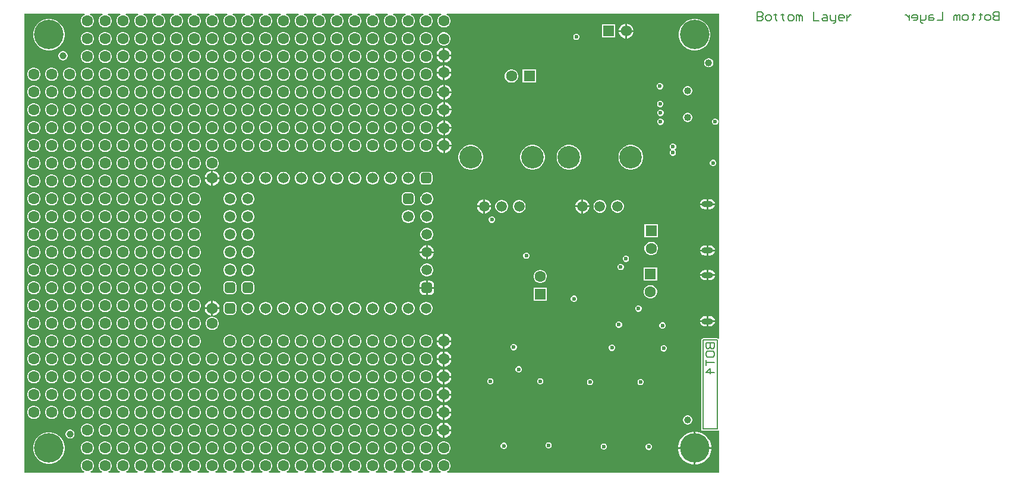
<source format=gbl>
G04*
G04 #@! TF.GenerationSoftware,Altium Limited,Altium Designer,24.3.1 (35)*
G04*
G04 Layer_Physical_Order=4*
G04 Layer_Color=16711680*
%FSLAX44Y44*%
%MOMM*%
G71*
G04*
G04 #@! TF.SameCoordinates,D3561438-4DE8-4D87-AEC0-D3123FBB7C78*
G04*
G04*
G04 #@! TF.FilePolarity,Positive*
G04*
G01*
G75*
%ADD13C,0.2000*%
%ADD16C,0.1500*%
%ADD45C,1.0000*%
%ADD89C,1.6000*%
%ADD90R,1.6000X1.6000*%
%ADD91C,1.5080*%
%ADD92C,3.2160*%
%ADD93C,1.5200*%
G04:AMPARAMS|DCode=94|XSize=1.52mm|YSize=1.52mm|CornerRadius=0.38mm|HoleSize=0mm|Usage=FLASHONLY|Rotation=270.000|XOffset=0mm|YOffset=0mm|HoleType=Round|Shape=RoundedRectangle|*
%AMROUNDEDRECTD94*
21,1,1.5200,0.7600,0,0,270.0*
21,1,0.7600,1.5200,0,0,270.0*
1,1,0.7600,-0.3800,-0.3800*
1,1,0.7600,-0.3800,0.3800*
1,1,0.7600,0.3800,0.3800*
1,1,0.7600,0.3800,-0.3800*
%
%ADD94ROUNDEDRECTD94*%
G04:AMPARAMS|DCode=95|XSize=1.52mm|YSize=1.52mm|CornerRadius=0.38mm|HoleSize=0mm|Usage=FLASHONLY|Rotation=180.000|XOffset=0mm|YOffset=0mm|HoleType=Round|Shape=RoundedRectangle|*
%AMROUNDEDRECTD95*
21,1,1.5200,0.7600,0,0,180.0*
21,1,0.7600,1.5200,0,0,180.0*
1,1,0.7600,-0.3800,0.3800*
1,1,0.7600,0.3800,0.3800*
1,1,0.7600,0.3800,-0.3800*
1,1,0.7600,-0.3800,-0.3800*
%
%ADD95ROUNDEDRECTD95*%
%ADD96R,1.6000X1.6000*%
%ADD97C,1.0200*%
%ADD98O,1.6000X0.9000*%
%ADD99R,1.5750X1.5750*%
%ADD100C,1.5750*%
%ADD101C,4.2000*%
%ADD102C,0.6000*%
G36*
X994902Y196442D02*
X994331Y196110D01*
X993632Y195916D01*
X992975Y196355D01*
X992000Y196549D01*
X972000D01*
X971025Y196355D01*
X970198Y195802D01*
X969645Y194975D01*
X969451Y194000D01*
Y67000D01*
X969645Y66024D01*
X970198Y65198D01*
X971025Y64645D01*
X972000Y64451D01*
X992000D01*
X992975Y64645D01*
X993632Y65084D01*
X994331Y64890D01*
X994902Y64558D01*
Y5098D01*
X607535D01*
X607195Y6368D01*
X608633Y7198D01*
X610402Y8967D01*
X611652Y11133D01*
X612300Y13549D01*
Y16051D01*
X611652Y18467D01*
X610402Y20633D01*
X608633Y22402D01*
X606467Y23653D01*
X604051Y24300D01*
X601549D01*
X599133Y23653D01*
X596967Y22402D01*
X595198Y20633D01*
X593947Y18467D01*
X593300Y16051D01*
Y13549D01*
X593947Y11133D01*
X595198Y8967D01*
X596967Y7198D01*
X598405Y6368D01*
X598065Y5098D01*
X582135D01*
X581795Y6368D01*
X583233Y7198D01*
X585002Y8967D01*
X586253Y11133D01*
X586900Y13549D01*
Y16051D01*
X586253Y18467D01*
X585002Y20633D01*
X583233Y22402D01*
X581067Y23653D01*
X578651Y24300D01*
X576149D01*
X573733Y23653D01*
X571567Y22402D01*
X569798Y20633D01*
X568547Y18467D01*
X567900Y16051D01*
Y13549D01*
X568547Y11133D01*
X569798Y8967D01*
X571567Y7198D01*
X573005Y6368D01*
X572665Y5098D01*
X556735D01*
X556395Y6368D01*
X557833Y7198D01*
X559602Y8967D01*
X560853Y11133D01*
X561500Y13549D01*
Y16051D01*
X560853Y18467D01*
X559602Y20633D01*
X557833Y22402D01*
X555667Y23653D01*
X553251Y24300D01*
X550749D01*
X548333Y23653D01*
X546167Y22402D01*
X544398Y20633D01*
X543147Y18467D01*
X542500Y16051D01*
Y13549D01*
X543147Y11133D01*
X544398Y8967D01*
X546167Y7198D01*
X547605Y6368D01*
X547265Y5098D01*
X531335D01*
X530995Y6368D01*
X532433Y7198D01*
X534202Y8967D01*
X535452Y11133D01*
X536100Y13549D01*
Y16051D01*
X535452Y18467D01*
X534202Y20633D01*
X532433Y22402D01*
X530267Y23653D01*
X527851Y24300D01*
X525349D01*
X522933Y23653D01*
X520767Y22402D01*
X518998Y20633D01*
X517747Y18467D01*
X517100Y16051D01*
Y13549D01*
X517747Y11133D01*
X518998Y8967D01*
X520767Y7198D01*
X522205Y6368D01*
X521865Y5098D01*
X505935D01*
X505595Y6368D01*
X507033Y7198D01*
X508802Y8967D01*
X510052Y11133D01*
X510700Y13549D01*
Y16051D01*
X510052Y18467D01*
X508802Y20633D01*
X507033Y22402D01*
X504867Y23653D01*
X502451Y24300D01*
X499949D01*
X497533Y23653D01*
X495367Y22402D01*
X493598Y20633D01*
X492347Y18467D01*
X491700Y16051D01*
Y13549D01*
X492347Y11133D01*
X493598Y8967D01*
X495367Y7198D01*
X496805Y6368D01*
X496465Y5098D01*
X480535D01*
X480195Y6368D01*
X481633Y7198D01*
X483402Y8967D01*
X484652Y11133D01*
X485300Y13549D01*
Y16051D01*
X484652Y18467D01*
X483402Y20633D01*
X481633Y22402D01*
X479467Y23653D01*
X477051Y24300D01*
X474549D01*
X472133Y23653D01*
X469967Y22402D01*
X468198Y20633D01*
X466947Y18467D01*
X466300Y16051D01*
Y13549D01*
X466947Y11133D01*
X468198Y8967D01*
X469967Y7198D01*
X471405Y6368D01*
X471065Y5098D01*
X455135D01*
X454795Y6368D01*
X456233Y7198D01*
X458002Y8967D01*
X459253Y11133D01*
X459900Y13549D01*
Y16051D01*
X459253Y18467D01*
X458002Y20633D01*
X456233Y22402D01*
X454067Y23653D01*
X451651Y24300D01*
X449149D01*
X446733Y23653D01*
X444567Y22402D01*
X442798Y20633D01*
X441547Y18467D01*
X440900Y16051D01*
Y13549D01*
X441547Y11133D01*
X442798Y8967D01*
X444567Y7198D01*
X446005Y6368D01*
X445665Y5098D01*
X429735D01*
X429395Y6368D01*
X430833Y7198D01*
X432602Y8967D01*
X433853Y11133D01*
X434500Y13549D01*
Y16051D01*
X433853Y18467D01*
X432602Y20633D01*
X430833Y22402D01*
X428667Y23653D01*
X426251Y24300D01*
X423749D01*
X421333Y23653D01*
X419167Y22402D01*
X417398Y20633D01*
X416147Y18467D01*
X415500Y16051D01*
Y13549D01*
X416147Y11133D01*
X417398Y8967D01*
X419167Y7198D01*
X420605Y6368D01*
X420265Y5098D01*
X404335D01*
X403995Y6368D01*
X405433Y7198D01*
X407202Y8967D01*
X408452Y11133D01*
X409100Y13549D01*
Y16051D01*
X408452Y18467D01*
X407202Y20633D01*
X405433Y22402D01*
X403267Y23653D01*
X400851Y24300D01*
X398349D01*
X395933Y23653D01*
X393767Y22402D01*
X391998Y20633D01*
X390747Y18467D01*
X390100Y16051D01*
Y13549D01*
X390747Y11133D01*
X391998Y8967D01*
X393767Y7198D01*
X395205Y6368D01*
X394865Y5098D01*
X378935D01*
X378595Y6368D01*
X380033Y7198D01*
X381802Y8967D01*
X383052Y11133D01*
X383700Y13549D01*
Y16051D01*
X383052Y18467D01*
X381802Y20633D01*
X380033Y22402D01*
X377867Y23653D01*
X375451Y24300D01*
X372949D01*
X370533Y23653D01*
X368367Y22402D01*
X366598Y20633D01*
X365347Y18467D01*
X364700Y16051D01*
Y13549D01*
X365347Y11133D01*
X366598Y8967D01*
X368367Y7198D01*
X369805Y6368D01*
X369465Y5098D01*
X353535D01*
X353195Y6368D01*
X354633Y7198D01*
X356402Y8967D01*
X357653Y11133D01*
X358300Y13549D01*
Y16051D01*
X357653Y18467D01*
X356402Y20633D01*
X354633Y22402D01*
X352467Y23653D01*
X350051Y24300D01*
X347549D01*
X345133Y23653D01*
X342967Y22402D01*
X341198Y20633D01*
X339947Y18467D01*
X339300Y16051D01*
Y13549D01*
X339947Y11133D01*
X341198Y8967D01*
X342967Y7198D01*
X344405Y6368D01*
X344065Y5098D01*
X328135D01*
X327795Y6368D01*
X329233Y7198D01*
X331002Y8967D01*
X332253Y11133D01*
X332900Y13549D01*
Y16051D01*
X332253Y18467D01*
X331002Y20633D01*
X329233Y22402D01*
X327067Y23653D01*
X324651Y24300D01*
X322149D01*
X319733Y23653D01*
X317567Y22402D01*
X315798Y20633D01*
X314547Y18467D01*
X313900Y16051D01*
Y13549D01*
X314547Y11133D01*
X315798Y8967D01*
X317567Y7198D01*
X319005Y6368D01*
X318665Y5098D01*
X302735D01*
X302395Y6368D01*
X303833Y7198D01*
X305602Y8967D01*
X306852Y11133D01*
X307500Y13549D01*
Y16051D01*
X306852Y18467D01*
X305602Y20633D01*
X303833Y22402D01*
X301667Y23653D01*
X299251Y24300D01*
X296749D01*
X294333Y23653D01*
X292167Y22402D01*
X290398Y20633D01*
X289147Y18467D01*
X288500Y16051D01*
Y13549D01*
X289147Y11133D01*
X290398Y8967D01*
X292167Y7198D01*
X293605Y6368D01*
X293265Y5098D01*
X277335D01*
X276995Y6368D01*
X278433Y7198D01*
X280202Y8967D01*
X281453Y11133D01*
X282100Y13549D01*
Y16051D01*
X281453Y18467D01*
X280202Y20633D01*
X278433Y22402D01*
X276267Y23653D01*
X273851Y24300D01*
X271349D01*
X268933Y23653D01*
X266767Y22402D01*
X264998Y20633D01*
X263747Y18467D01*
X263100Y16051D01*
Y13549D01*
X263747Y11133D01*
X264998Y8967D01*
X266767Y7198D01*
X268205Y6368D01*
X267865Y5098D01*
X251935D01*
X251595Y6368D01*
X253033Y7198D01*
X254802Y8967D01*
X256052Y11133D01*
X256700Y13549D01*
Y16051D01*
X256052Y18467D01*
X254802Y20633D01*
X253033Y22402D01*
X250867Y23653D01*
X248451Y24300D01*
X245949D01*
X243533Y23653D01*
X241367Y22402D01*
X239598Y20633D01*
X238347Y18467D01*
X237700Y16051D01*
Y13549D01*
X238347Y11133D01*
X239598Y8967D01*
X241367Y7198D01*
X242805Y6368D01*
X242465Y5098D01*
X226535D01*
X226195Y6368D01*
X227633Y7198D01*
X229402Y8967D01*
X230653Y11133D01*
X231300Y13549D01*
Y16051D01*
X230653Y18467D01*
X229402Y20633D01*
X227633Y22402D01*
X225467Y23653D01*
X223051Y24300D01*
X220549D01*
X218133Y23653D01*
X215967Y22402D01*
X214198Y20633D01*
X212947Y18467D01*
X212300Y16051D01*
Y13549D01*
X212947Y11133D01*
X214198Y8967D01*
X215967Y7198D01*
X217405Y6368D01*
X217065Y5098D01*
X201135D01*
X200795Y6368D01*
X202233Y7198D01*
X204002Y8967D01*
X205252Y11133D01*
X205900Y13549D01*
Y16051D01*
X205252Y18467D01*
X204002Y20633D01*
X202233Y22402D01*
X200067Y23653D01*
X197651Y24300D01*
X195149D01*
X192733Y23653D01*
X190567Y22402D01*
X188798Y20633D01*
X187547Y18467D01*
X186900Y16051D01*
Y13549D01*
X187547Y11133D01*
X188798Y8967D01*
X190567Y7198D01*
X192005Y6368D01*
X191665Y5098D01*
X175735D01*
X175395Y6368D01*
X176833Y7198D01*
X178602Y8967D01*
X179853Y11133D01*
X180500Y13549D01*
Y16051D01*
X179853Y18467D01*
X178602Y20633D01*
X176833Y22402D01*
X174667Y23653D01*
X172251Y24300D01*
X169749D01*
X167333Y23653D01*
X165167Y22402D01*
X163398Y20633D01*
X162147Y18467D01*
X161500Y16051D01*
Y13549D01*
X162147Y11133D01*
X163398Y8967D01*
X165167Y7198D01*
X166605Y6368D01*
X166265Y5098D01*
X150335D01*
X149995Y6368D01*
X151433Y7198D01*
X153202Y8967D01*
X154452Y11133D01*
X155100Y13549D01*
Y16051D01*
X154452Y18467D01*
X153202Y20633D01*
X151433Y22402D01*
X149267Y23653D01*
X146851Y24300D01*
X144349D01*
X141933Y23653D01*
X139767Y22402D01*
X137998Y20633D01*
X136747Y18467D01*
X136100Y16051D01*
Y13549D01*
X136747Y11133D01*
X137998Y8967D01*
X139767Y7198D01*
X141205Y6368D01*
X140865Y5098D01*
X124935D01*
X124595Y6368D01*
X126033Y7198D01*
X127802Y8967D01*
X129052Y11133D01*
X129700Y13549D01*
Y16051D01*
X129052Y18467D01*
X127802Y20633D01*
X126033Y22402D01*
X123867Y23653D01*
X121451Y24300D01*
X118949D01*
X116533Y23653D01*
X114367Y22402D01*
X112598Y20633D01*
X111347Y18467D01*
X110700Y16051D01*
Y13549D01*
X111347Y11133D01*
X112598Y8967D01*
X114367Y7198D01*
X115805Y6368D01*
X115465Y5098D01*
X99535D01*
X99195Y6368D01*
X100633Y7198D01*
X102402Y8967D01*
X103652Y11133D01*
X104300Y13549D01*
Y16051D01*
X103652Y18467D01*
X102402Y20633D01*
X100633Y22402D01*
X98467Y23653D01*
X96051Y24300D01*
X93549D01*
X91133Y23653D01*
X88967Y22402D01*
X87198Y20633D01*
X85947Y18467D01*
X85300Y16051D01*
Y13549D01*
X85947Y11133D01*
X87198Y8967D01*
X88967Y7198D01*
X90405Y6368D01*
X90065Y5098D01*
X5098D01*
Y659902D01*
X90890D01*
X91133Y658653D01*
X88967Y657402D01*
X87198Y655633D01*
X85947Y653467D01*
X85300Y651051D01*
Y648549D01*
X85947Y646133D01*
X87198Y643967D01*
X88967Y642198D01*
X91133Y640947D01*
X93549Y640300D01*
X96051D01*
X98467Y640947D01*
X100633Y642198D01*
X102402Y643967D01*
X103652Y646133D01*
X104300Y648549D01*
Y651051D01*
X103652Y653467D01*
X102402Y655633D01*
X100633Y657402D01*
X98467Y658653D01*
X98710Y659902D01*
X116290D01*
X116533Y658653D01*
X114367Y657402D01*
X112598Y655633D01*
X111347Y653467D01*
X110700Y651051D01*
Y648549D01*
X111347Y646133D01*
X112598Y643967D01*
X114367Y642198D01*
X116533Y640947D01*
X118949Y640300D01*
X121451D01*
X123867Y640947D01*
X126033Y642198D01*
X127802Y643967D01*
X129052Y646133D01*
X129700Y648549D01*
Y651051D01*
X129052Y653467D01*
X127802Y655633D01*
X126033Y657402D01*
X123867Y658653D01*
X124110Y659902D01*
X141690D01*
X141933Y658653D01*
X139767Y657402D01*
X137998Y655633D01*
X136747Y653467D01*
X136100Y651051D01*
Y648549D01*
X136747Y646133D01*
X137998Y643967D01*
X139767Y642198D01*
X141933Y640947D01*
X144349Y640300D01*
X146851D01*
X149267Y640947D01*
X151433Y642198D01*
X153202Y643967D01*
X154452Y646133D01*
X155100Y648549D01*
Y651051D01*
X154452Y653467D01*
X153202Y655633D01*
X151433Y657402D01*
X149267Y658653D01*
X149510Y659902D01*
X167090D01*
X167333Y658653D01*
X165167Y657402D01*
X163398Y655633D01*
X162147Y653467D01*
X161500Y651051D01*
Y648549D01*
X162147Y646133D01*
X163398Y643967D01*
X165167Y642198D01*
X167333Y640947D01*
X169749Y640300D01*
X172251D01*
X174667Y640947D01*
X176833Y642198D01*
X178602Y643967D01*
X179853Y646133D01*
X180500Y648549D01*
Y651051D01*
X179853Y653467D01*
X178602Y655633D01*
X176833Y657402D01*
X174667Y658653D01*
X174910Y659902D01*
X192490D01*
X192733Y658653D01*
X190567Y657402D01*
X188798Y655633D01*
X187547Y653467D01*
X186900Y651051D01*
Y648549D01*
X187547Y646133D01*
X188798Y643967D01*
X190567Y642198D01*
X192733Y640947D01*
X195149Y640300D01*
X197651D01*
X200067Y640947D01*
X202233Y642198D01*
X204002Y643967D01*
X205252Y646133D01*
X205900Y648549D01*
Y651051D01*
X205252Y653467D01*
X204002Y655633D01*
X202233Y657402D01*
X200067Y658653D01*
X200310Y659902D01*
X217890D01*
X218133Y658653D01*
X215967Y657402D01*
X214198Y655633D01*
X212947Y653467D01*
X212300Y651051D01*
Y648549D01*
X212947Y646133D01*
X214198Y643967D01*
X215967Y642198D01*
X218133Y640947D01*
X220549Y640300D01*
X223051D01*
X225467Y640947D01*
X227633Y642198D01*
X229402Y643967D01*
X230653Y646133D01*
X231300Y648549D01*
Y651051D01*
X230653Y653467D01*
X229402Y655633D01*
X227633Y657402D01*
X225467Y658653D01*
X225710Y659902D01*
X243290D01*
X243533Y658653D01*
X241367Y657402D01*
X239598Y655633D01*
X238347Y653467D01*
X237700Y651051D01*
Y648549D01*
X238347Y646133D01*
X239598Y643967D01*
X241367Y642198D01*
X243533Y640947D01*
X245949Y640300D01*
X248451D01*
X250867Y640947D01*
X253033Y642198D01*
X254802Y643967D01*
X256052Y646133D01*
X256700Y648549D01*
Y651051D01*
X256052Y653467D01*
X254802Y655633D01*
X253033Y657402D01*
X250867Y658653D01*
X251110Y659902D01*
X268690D01*
X268933Y658653D01*
X266767Y657402D01*
X264998Y655633D01*
X263747Y653467D01*
X263100Y651051D01*
Y648549D01*
X263747Y646133D01*
X264998Y643967D01*
X266767Y642198D01*
X268933Y640947D01*
X271349Y640300D01*
X273851D01*
X276267Y640947D01*
X278433Y642198D01*
X280202Y643967D01*
X281453Y646133D01*
X282100Y648549D01*
Y651051D01*
X281453Y653467D01*
X280202Y655633D01*
X278433Y657402D01*
X276267Y658653D01*
X276510Y659902D01*
X294090D01*
X294333Y658653D01*
X292167Y657402D01*
X290398Y655633D01*
X289147Y653467D01*
X288500Y651051D01*
Y648549D01*
X289147Y646133D01*
X290398Y643967D01*
X292167Y642198D01*
X294333Y640947D01*
X296749Y640300D01*
X299251D01*
X301667Y640947D01*
X303833Y642198D01*
X305602Y643967D01*
X306852Y646133D01*
X307500Y648549D01*
Y651051D01*
X306852Y653467D01*
X305602Y655633D01*
X303833Y657402D01*
X301667Y658653D01*
X301910Y659902D01*
X319490D01*
X319733Y658653D01*
X317567Y657402D01*
X315798Y655633D01*
X314547Y653467D01*
X313900Y651051D01*
Y648549D01*
X314547Y646133D01*
X315798Y643967D01*
X317567Y642198D01*
X319733Y640947D01*
X322149Y640300D01*
X324651D01*
X327067Y640947D01*
X329233Y642198D01*
X331002Y643967D01*
X332253Y646133D01*
X332900Y648549D01*
Y651051D01*
X332253Y653467D01*
X331002Y655633D01*
X329233Y657402D01*
X327067Y658653D01*
X327310Y659902D01*
X344890D01*
X345133Y658653D01*
X342967Y657402D01*
X341198Y655633D01*
X339947Y653467D01*
X339300Y651051D01*
Y648549D01*
X339947Y646133D01*
X341198Y643967D01*
X342967Y642198D01*
X345133Y640947D01*
X347549Y640300D01*
X350051D01*
X352467Y640947D01*
X354633Y642198D01*
X356402Y643967D01*
X357653Y646133D01*
X358300Y648549D01*
Y651051D01*
X357653Y653467D01*
X356402Y655633D01*
X354633Y657402D01*
X352467Y658653D01*
X352710Y659902D01*
X370290D01*
X370533Y658653D01*
X368367Y657402D01*
X366598Y655633D01*
X365347Y653467D01*
X364700Y651051D01*
Y648549D01*
X365347Y646133D01*
X366598Y643967D01*
X368367Y642198D01*
X370533Y640947D01*
X372949Y640300D01*
X375451D01*
X377867Y640947D01*
X380033Y642198D01*
X381802Y643967D01*
X383052Y646133D01*
X383700Y648549D01*
Y651051D01*
X383052Y653467D01*
X381802Y655633D01*
X380033Y657402D01*
X377867Y658653D01*
X378110Y659902D01*
X395690D01*
X395933Y658653D01*
X393767Y657402D01*
X391998Y655633D01*
X390747Y653467D01*
X390100Y651051D01*
Y648549D01*
X390747Y646133D01*
X391998Y643967D01*
X393767Y642198D01*
X395933Y640947D01*
X398349Y640300D01*
X400851D01*
X403267Y640947D01*
X405433Y642198D01*
X407202Y643967D01*
X408452Y646133D01*
X409100Y648549D01*
Y651051D01*
X408452Y653467D01*
X407202Y655633D01*
X405433Y657402D01*
X403267Y658653D01*
X403510Y659902D01*
X421090D01*
X421333Y658653D01*
X419167Y657402D01*
X417398Y655633D01*
X416147Y653467D01*
X415500Y651051D01*
Y648549D01*
X416147Y646133D01*
X417398Y643967D01*
X419167Y642198D01*
X421333Y640947D01*
X423749Y640300D01*
X426251D01*
X428667Y640947D01*
X430833Y642198D01*
X432602Y643967D01*
X433853Y646133D01*
X434500Y648549D01*
Y651051D01*
X433853Y653467D01*
X432602Y655633D01*
X430833Y657402D01*
X428667Y658653D01*
X428910Y659902D01*
X446490D01*
X446733Y658653D01*
X444567Y657402D01*
X442798Y655633D01*
X441547Y653467D01*
X440900Y651051D01*
Y648549D01*
X441547Y646133D01*
X442798Y643967D01*
X444567Y642198D01*
X446733Y640947D01*
X449149Y640300D01*
X451651D01*
X454067Y640947D01*
X456233Y642198D01*
X458002Y643967D01*
X459253Y646133D01*
X459900Y648549D01*
Y651051D01*
X459253Y653467D01*
X458002Y655633D01*
X456233Y657402D01*
X454067Y658653D01*
X454310Y659902D01*
X471890D01*
X472133Y658653D01*
X469967Y657402D01*
X468198Y655633D01*
X466947Y653467D01*
X466300Y651051D01*
Y648549D01*
X466947Y646133D01*
X468198Y643967D01*
X469967Y642198D01*
X472133Y640947D01*
X474549Y640300D01*
X477051D01*
X479467Y640947D01*
X481633Y642198D01*
X483402Y643967D01*
X484652Y646133D01*
X485300Y648549D01*
Y651051D01*
X484652Y653467D01*
X483402Y655633D01*
X481633Y657402D01*
X479467Y658653D01*
X479710Y659902D01*
X497290D01*
X497533Y658653D01*
X495367Y657402D01*
X493598Y655633D01*
X492347Y653467D01*
X491700Y651051D01*
Y648549D01*
X492347Y646133D01*
X493598Y643967D01*
X495367Y642198D01*
X497533Y640947D01*
X499949Y640300D01*
X502451D01*
X504867Y640947D01*
X507033Y642198D01*
X508802Y643967D01*
X510052Y646133D01*
X510700Y648549D01*
Y651051D01*
X510052Y653467D01*
X508802Y655633D01*
X507033Y657402D01*
X504867Y658653D01*
X505110Y659902D01*
X522690D01*
X522933Y658653D01*
X520767Y657402D01*
X518998Y655633D01*
X517747Y653467D01*
X517100Y651051D01*
Y648549D01*
X517747Y646133D01*
X518998Y643967D01*
X520767Y642198D01*
X522933Y640947D01*
X525349Y640300D01*
X527851D01*
X530267Y640947D01*
X532433Y642198D01*
X534202Y643967D01*
X535452Y646133D01*
X536100Y648549D01*
Y651051D01*
X535452Y653467D01*
X534202Y655633D01*
X532433Y657402D01*
X530267Y658653D01*
X530510Y659902D01*
X548090D01*
X548333Y658653D01*
X546167Y657402D01*
X544398Y655633D01*
X543147Y653467D01*
X542500Y651051D01*
Y648549D01*
X543147Y646133D01*
X544398Y643967D01*
X546167Y642198D01*
X548333Y640947D01*
X550749Y640300D01*
X553251D01*
X555667Y640947D01*
X557833Y642198D01*
X559602Y643967D01*
X560853Y646133D01*
X561500Y648549D01*
Y651051D01*
X560853Y653467D01*
X559602Y655633D01*
X557833Y657402D01*
X555667Y658653D01*
X555910Y659902D01*
X573490D01*
X573733Y658653D01*
X571567Y657402D01*
X569798Y655633D01*
X568547Y653467D01*
X567900Y651051D01*
Y648549D01*
X568547Y646133D01*
X569798Y643967D01*
X571567Y642198D01*
X573733Y640947D01*
X576149Y640300D01*
X578651D01*
X581067Y640947D01*
X583233Y642198D01*
X585002Y643967D01*
X586253Y646133D01*
X586900Y648549D01*
Y651051D01*
X586253Y653467D01*
X585002Y655633D01*
X583233Y657402D01*
X581067Y658653D01*
X581310Y659902D01*
X598890D01*
X599133Y658653D01*
X596967Y657402D01*
X595198Y655633D01*
X593947Y653467D01*
X593300Y651051D01*
Y648549D01*
X593947Y646133D01*
X595198Y643967D01*
X596967Y642198D01*
X599133Y640947D01*
X601549Y640300D01*
X604051D01*
X606467Y640947D01*
X608633Y642198D01*
X610402Y643967D01*
X611652Y646133D01*
X612300Y648549D01*
Y651051D01*
X611652Y653467D01*
X610402Y655633D01*
X608633Y657402D01*
X606467Y658653D01*
X606710Y659902D01*
X994902D01*
Y196442D01*
D02*
G37*
%LPC*%
G36*
X863871Y645665D02*
X863770D01*
Y636520D01*
X872915D01*
Y636621D01*
X872205Y639270D01*
X870834Y641645D01*
X868895Y643584D01*
X866520Y644955D01*
X863871Y645665D01*
D02*
G37*
G36*
X861230D02*
X861129D01*
X858480Y644955D01*
X856105Y643584D01*
X854166Y641645D01*
X852795Y639270D01*
X852085Y636621D01*
Y636520D01*
X861230D01*
Y645665D01*
D02*
G37*
G36*
X846875Y644625D02*
X828125D01*
Y625875D01*
X846875D01*
Y644625D01*
D02*
G37*
G36*
X872915Y633980D02*
X863770D01*
Y624835D01*
X863871D01*
X866520Y625545D01*
X868895Y626916D01*
X870834Y628855D01*
X872205Y631230D01*
X872915Y633879D01*
Y633980D01*
D02*
G37*
G36*
X861230D02*
X852085D01*
Y633879D01*
X852795Y631230D01*
X854166Y628855D01*
X856105Y626916D01*
X858480Y625545D01*
X861129Y624835D01*
X861230D01*
Y633980D01*
D02*
G37*
G36*
X792395Y631500D02*
X790605D01*
X788951Y630815D01*
X787685Y629549D01*
X787000Y627895D01*
Y626105D01*
X787685Y624451D01*
X788951Y623185D01*
X790605Y622500D01*
X792395D01*
X794049Y623185D01*
X795315Y624451D01*
X796000Y626105D01*
Y627895D01*
X795315Y629549D01*
X794049Y630815D01*
X792395Y631500D01*
D02*
G37*
G36*
X578651Y633900D02*
X576149D01*
X573733Y633253D01*
X571567Y632002D01*
X569798Y630233D01*
X568547Y628067D01*
X567900Y625651D01*
Y623149D01*
X568547Y620733D01*
X569798Y618567D01*
X571567Y616798D01*
X573733Y615547D01*
X576149Y614900D01*
X578651D01*
X581067Y615547D01*
X583233Y616798D01*
X585002Y618567D01*
X586253Y620733D01*
X586900Y623149D01*
Y625651D01*
X586253Y628067D01*
X585002Y630233D01*
X583233Y632002D01*
X581067Y633253D01*
X578651Y633900D01*
D02*
G37*
G36*
X553251D02*
X550749D01*
X548333Y633253D01*
X546167Y632002D01*
X544398Y630233D01*
X543147Y628067D01*
X542500Y625651D01*
Y623149D01*
X543147Y620733D01*
X544398Y618567D01*
X546167Y616798D01*
X548333Y615547D01*
X550749Y614900D01*
X553251D01*
X555667Y615547D01*
X557833Y616798D01*
X559602Y618567D01*
X560853Y620733D01*
X561500Y623149D01*
Y625651D01*
X560853Y628067D01*
X559602Y630233D01*
X557833Y632002D01*
X555667Y633253D01*
X553251Y633900D01*
D02*
G37*
G36*
X527851D02*
X525349D01*
X522933Y633253D01*
X520767Y632002D01*
X518998Y630233D01*
X517747Y628067D01*
X517100Y625651D01*
Y623149D01*
X517747Y620733D01*
X518998Y618567D01*
X520767Y616798D01*
X522933Y615547D01*
X525349Y614900D01*
X527851D01*
X530267Y615547D01*
X532433Y616798D01*
X534202Y618567D01*
X535452Y620733D01*
X536100Y623149D01*
Y625651D01*
X535452Y628067D01*
X534202Y630233D01*
X532433Y632002D01*
X530267Y633253D01*
X527851Y633900D01*
D02*
G37*
G36*
X502451D02*
X499949D01*
X497533Y633253D01*
X495367Y632002D01*
X493598Y630233D01*
X492347Y628067D01*
X491700Y625651D01*
Y623149D01*
X492347Y620733D01*
X493598Y618567D01*
X495367Y616798D01*
X497533Y615547D01*
X499949Y614900D01*
X502451D01*
X504867Y615547D01*
X507033Y616798D01*
X508802Y618567D01*
X510052Y620733D01*
X510700Y623149D01*
Y625651D01*
X510052Y628067D01*
X508802Y630233D01*
X507033Y632002D01*
X504867Y633253D01*
X502451Y633900D01*
D02*
G37*
G36*
X477051D02*
X474549D01*
X472133Y633253D01*
X469967Y632002D01*
X468198Y630233D01*
X466947Y628067D01*
X466300Y625651D01*
Y623149D01*
X466947Y620733D01*
X468198Y618567D01*
X469967Y616798D01*
X472133Y615547D01*
X474549Y614900D01*
X477051D01*
X479467Y615547D01*
X481633Y616798D01*
X483402Y618567D01*
X484652Y620733D01*
X485300Y623149D01*
Y625651D01*
X484652Y628067D01*
X483402Y630233D01*
X481633Y632002D01*
X479467Y633253D01*
X477051Y633900D01*
D02*
G37*
G36*
X451651D02*
X449149D01*
X446733Y633253D01*
X444567Y632002D01*
X442798Y630233D01*
X441547Y628067D01*
X440900Y625651D01*
Y623149D01*
X441547Y620733D01*
X442798Y618567D01*
X444567Y616798D01*
X446733Y615547D01*
X449149Y614900D01*
X451651D01*
X454067Y615547D01*
X456233Y616798D01*
X458002Y618567D01*
X459253Y620733D01*
X459900Y623149D01*
Y625651D01*
X459253Y628067D01*
X458002Y630233D01*
X456233Y632002D01*
X454067Y633253D01*
X451651Y633900D01*
D02*
G37*
G36*
X426251D02*
X423749D01*
X421333Y633253D01*
X419167Y632002D01*
X417398Y630233D01*
X416147Y628067D01*
X415500Y625651D01*
Y623149D01*
X416147Y620733D01*
X417398Y618567D01*
X419167Y616798D01*
X421333Y615547D01*
X423749Y614900D01*
X426251D01*
X428667Y615547D01*
X430833Y616798D01*
X432602Y618567D01*
X433853Y620733D01*
X434500Y623149D01*
Y625651D01*
X433853Y628067D01*
X432602Y630233D01*
X430833Y632002D01*
X428667Y633253D01*
X426251Y633900D01*
D02*
G37*
G36*
X400851D02*
X398349D01*
X395933Y633253D01*
X393767Y632002D01*
X391998Y630233D01*
X390747Y628067D01*
X390100Y625651D01*
Y623149D01*
X390747Y620733D01*
X391998Y618567D01*
X393767Y616798D01*
X395933Y615547D01*
X398349Y614900D01*
X400851D01*
X403267Y615547D01*
X405433Y616798D01*
X407202Y618567D01*
X408452Y620733D01*
X409100Y623149D01*
Y625651D01*
X408452Y628067D01*
X407202Y630233D01*
X405433Y632002D01*
X403267Y633253D01*
X400851Y633900D01*
D02*
G37*
G36*
X375451D02*
X372949D01*
X370533Y633253D01*
X368367Y632002D01*
X366598Y630233D01*
X365347Y628067D01*
X364700Y625651D01*
Y623149D01*
X365347Y620733D01*
X366598Y618567D01*
X368367Y616798D01*
X370533Y615547D01*
X372949Y614900D01*
X375451D01*
X377867Y615547D01*
X380033Y616798D01*
X381802Y618567D01*
X383052Y620733D01*
X383700Y623149D01*
Y625651D01*
X383052Y628067D01*
X381802Y630233D01*
X380033Y632002D01*
X377867Y633253D01*
X375451Y633900D01*
D02*
G37*
G36*
X350051D02*
X347549D01*
X345133Y633253D01*
X342967Y632002D01*
X341198Y630233D01*
X339947Y628067D01*
X339300Y625651D01*
Y623149D01*
X339947Y620733D01*
X341198Y618567D01*
X342967Y616798D01*
X345133Y615547D01*
X347549Y614900D01*
X350051D01*
X352467Y615547D01*
X354633Y616798D01*
X356402Y618567D01*
X357653Y620733D01*
X358300Y623149D01*
Y625651D01*
X357653Y628067D01*
X356402Y630233D01*
X354633Y632002D01*
X352467Y633253D01*
X350051Y633900D01*
D02*
G37*
G36*
X324651D02*
X322149D01*
X319733Y633253D01*
X317567Y632002D01*
X315798Y630233D01*
X314547Y628067D01*
X313900Y625651D01*
Y623149D01*
X314547Y620733D01*
X315798Y618567D01*
X317567Y616798D01*
X319733Y615547D01*
X322149Y614900D01*
X324651D01*
X327067Y615547D01*
X329233Y616798D01*
X331002Y618567D01*
X332253Y620733D01*
X332900Y623149D01*
Y625651D01*
X332253Y628067D01*
X331002Y630233D01*
X329233Y632002D01*
X327067Y633253D01*
X324651Y633900D01*
D02*
G37*
G36*
X299251D02*
X296749D01*
X294333Y633253D01*
X292167Y632002D01*
X290398Y630233D01*
X289147Y628067D01*
X288500Y625651D01*
Y623149D01*
X289147Y620733D01*
X290398Y618567D01*
X292167Y616798D01*
X294333Y615547D01*
X296749Y614900D01*
X299251D01*
X301667Y615547D01*
X303833Y616798D01*
X305602Y618567D01*
X306852Y620733D01*
X307500Y623149D01*
Y625651D01*
X306852Y628067D01*
X305602Y630233D01*
X303833Y632002D01*
X301667Y633253D01*
X299251Y633900D01*
D02*
G37*
G36*
X273851D02*
X271349D01*
X268933Y633253D01*
X266767Y632002D01*
X264998Y630233D01*
X263747Y628067D01*
X263100Y625651D01*
Y623149D01*
X263747Y620733D01*
X264998Y618567D01*
X266767Y616798D01*
X268933Y615547D01*
X271349Y614900D01*
X273851D01*
X276267Y615547D01*
X278433Y616798D01*
X280202Y618567D01*
X281453Y620733D01*
X282100Y623149D01*
Y625651D01*
X281453Y628067D01*
X280202Y630233D01*
X278433Y632002D01*
X276267Y633253D01*
X273851Y633900D01*
D02*
G37*
G36*
X248451D02*
X245949D01*
X243533Y633253D01*
X241367Y632002D01*
X239598Y630233D01*
X238347Y628067D01*
X237700Y625651D01*
Y623149D01*
X238347Y620733D01*
X239598Y618567D01*
X241367Y616798D01*
X243533Y615547D01*
X245949Y614900D01*
X248451D01*
X250867Y615547D01*
X253033Y616798D01*
X254802Y618567D01*
X256052Y620733D01*
X256700Y623149D01*
Y625651D01*
X256052Y628067D01*
X254802Y630233D01*
X253033Y632002D01*
X250867Y633253D01*
X248451Y633900D01*
D02*
G37*
G36*
X223051D02*
X220549D01*
X218133Y633253D01*
X215967Y632002D01*
X214198Y630233D01*
X212947Y628067D01*
X212300Y625651D01*
Y623149D01*
X212947Y620733D01*
X214198Y618567D01*
X215967Y616798D01*
X218133Y615547D01*
X220549Y614900D01*
X223051D01*
X225467Y615547D01*
X227633Y616798D01*
X229402Y618567D01*
X230653Y620733D01*
X231300Y623149D01*
Y625651D01*
X230653Y628067D01*
X229402Y630233D01*
X227633Y632002D01*
X225467Y633253D01*
X223051Y633900D01*
D02*
G37*
G36*
X197651D02*
X195149D01*
X192733Y633253D01*
X190567Y632002D01*
X188798Y630233D01*
X187547Y628067D01*
X186900Y625651D01*
Y623149D01*
X187547Y620733D01*
X188798Y618567D01*
X190567Y616798D01*
X192733Y615547D01*
X195149Y614900D01*
X197651D01*
X200067Y615547D01*
X202233Y616798D01*
X204002Y618567D01*
X205252Y620733D01*
X205900Y623149D01*
Y625651D01*
X205252Y628067D01*
X204002Y630233D01*
X202233Y632002D01*
X200067Y633253D01*
X197651Y633900D01*
D02*
G37*
G36*
X172251D02*
X169749D01*
X167333Y633253D01*
X165167Y632002D01*
X163398Y630233D01*
X162147Y628067D01*
X161500Y625651D01*
Y623149D01*
X162147Y620733D01*
X163398Y618567D01*
X165167Y616798D01*
X167333Y615547D01*
X169749Y614900D01*
X172251D01*
X174667Y615547D01*
X176833Y616798D01*
X178602Y618567D01*
X179853Y620733D01*
X180500Y623149D01*
Y625651D01*
X179853Y628067D01*
X178602Y630233D01*
X176833Y632002D01*
X174667Y633253D01*
X172251Y633900D01*
D02*
G37*
G36*
X146851D02*
X144349D01*
X141933Y633253D01*
X139767Y632002D01*
X137998Y630233D01*
X136747Y628067D01*
X136100Y625651D01*
Y623149D01*
X136747Y620733D01*
X137998Y618567D01*
X139767Y616798D01*
X141933Y615547D01*
X144349Y614900D01*
X146851D01*
X149267Y615547D01*
X151433Y616798D01*
X153202Y618567D01*
X154452Y620733D01*
X155100Y623149D01*
Y625651D01*
X154452Y628067D01*
X153202Y630233D01*
X151433Y632002D01*
X149267Y633253D01*
X146851Y633900D01*
D02*
G37*
G36*
X121451D02*
X118949D01*
X116533Y633253D01*
X114367Y632002D01*
X112598Y630233D01*
X111347Y628067D01*
X110700Y625651D01*
Y623149D01*
X111347Y620733D01*
X112598Y618567D01*
X114367Y616798D01*
X116533Y615547D01*
X118949Y614900D01*
X121451D01*
X123867Y615547D01*
X126033Y616798D01*
X127802Y618567D01*
X129052Y620733D01*
X129700Y623149D01*
Y625651D01*
X129052Y628067D01*
X127802Y630233D01*
X126033Y632002D01*
X123867Y633253D01*
X121451Y633900D01*
D02*
G37*
G36*
X96051D02*
X93549D01*
X91133Y633253D01*
X88967Y632002D01*
X87198Y630233D01*
X85947Y628067D01*
X85300Y625651D01*
Y623149D01*
X85947Y620733D01*
X87198Y618567D01*
X88967Y616798D01*
X91133Y615547D01*
X93549Y614900D01*
X96051D01*
X98467Y615547D01*
X100633Y616798D01*
X102402Y618567D01*
X103652Y620733D01*
X104300Y623149D01*
Y625651D01*
X103652Y628067D01*
X102402Y630233D01*
X100633Y632002D01*
X98467Y633253D01*
X96051Y633900D01*
D02*
G37*
G36*
X604051Y633500D02*
X601549D01*
X599133Y632853D01*
X596967Y631602D01*
X595198Y629833D01*
X593947Y627667D01*
X593300Y625251D01*
Y622749D01*
X593947Y620333D01*
X595198Y618167D01*
X596967Y616398D01*
X599133Y615147D01*
X601549Y614500D01*
X604051D01*
X606467Y615147D01*
X608633Y616398D01*
X610402Y618167D01*
X611652Y620333D01*
X612300Y622749D01*
Y625251D01*
X611652Y627667D01*
X610402Y629833D01*
X608633Y631602D01*
X606467Y632853D01*
X604051Y633500D01*
D02*
G37*
G36*
X962216Y652500D02*
X957784D01*
X953437Y651635D01*
X949342Y649939D01*
X945657Y647477D01*
X942523Y644343D01*
X940061Y640658D01*
X938365Y636563D01*
X937500Y632216D01*
Y627784D01*
X938365Y623437D01*
X940061Y619342D01*
X942523Y615657D01*
X945657Y612523D01*
X949342Y610061D01*
X953437Y608365D01*
X957784Y607500D01*
X962216D01*
X966563Y608365D01*
X970658Y610061D01*
X974343Y612523D01*
X977477Y615657D01*
X979939Y619342D01*
X981635Y623437D01*
X982500Y627784D01*
Y632216D01*
X981635Y636563D01*
X979939Y640658D01*
X977477Y644343D01*
X974343Y647477D01*
X970658Y649939D01*
X966563Y651635D01*
X962216Y652500D01*
D02*
G37*
G36*
X42216D02*
X37784D01*
X33437Y651635D01*
X29342Y649939D01*
X25657Y647477D01*
X22523Y644343D01*
X20061Y640658D01*
X18365Y636563D01*
X17500Y632216D01*
Y627784D01*
X18365Y623437D01*
X20061Y619342D01*
X22523Y615657D01*
X25657Y612523D01*
X29342Y610061D01*
X33437Y608365D01*
X37784Y607500D01*
X42216D01*
X46563Y608365D01*
X50658Y610061D01*
X54343Y612523D01*
X57477Y615657D01*
X59939Y619342D01*
X61635Y623437D01*
X62500Y627784D01*
Y632216D01*
X61635Y636563D01*
X59939Y640658D01*
X57477Y644343D01*
X54343Y647477D01*
X50658Y649939D01*
X46563Y651635D01*
X42216Y652500D01*
D02*
G37*
G36*
X604188Y611290D02*
X604070D01*
Y602020D01*
X613340D01*
Y602138D01*
X612622Y604818D01*
X611234Y607222D01*
X609272Y609184D01*
X606868Y610572D01*
X604188Y611290D01*
D02*
G37*
G36*
X601530D02*
X601412D01*
X598732Y610572D01*
X596328Y609184D01*
X594366Y607222D01*
X592978Y604818D01*
X592260Y602138D01*
Y602020D01*
X601530D01*
Y611290D01*
D02*
G37*
G36*
X60856Y606500D02*
X59144D01*
X57491Y606057D01*
X56009Y605201D01*
X54799Y603991D01*
X53943Y602509D01*
X53500Y600856D01*
Y599144D01*
X53943Y597491D01*
X54799Y596009D01*
X56009Y594799D01*
X57491Y593943D01*
X59144Y593500D01*
X60856D01*
X62509Y593943D01*
X63991Y594799D01*
X65201Y596009D01*
X66057Y597491D01*
X66500Y599144D01*
Y600856D01*
X66057Y602509D01*
X65201Y603991D01*
X63991Y605201D01*
X62509Y606057D01*
X60856Y606500D01*
D02*
G37*
G36*
X613340Y599480D02*
X604070D01*
Y590210D01*
X604188D01*
X606868Y590928D01*
X609272Y592316D01*
X611234Y594278D01*
X612622Y596682D01*
X613340Y599362D01*
Y599480D01*
D02*
G37*
G36*
X601530D02*
X592260D01*
Y599362D01*
X592978Y596682D01*
X594366Y594278D01*
X596328Y592316D01*
X598732Y590928D01*
X601412Y590210D01*
X601530D01*
Y599480D01*
D02*
G37*
G36*
X578651Y608500D02*
X576149D01*
X573733Y607853D01*
X571567Y606602D01*
X569798Y604833D01*
X568547Y602667D01*
X567900Y600251D01*
Y597749D01*
X568547Y595333D01*
X569798Y593167D01*
X571567Y591398D01*
X573733Y590147D01*
X576149Y589500D01*
X578651D01*
X581067Y590147D01*
X583233Y591398D01*
X585002Y593167D01*
X586253Y595333D01*
X586900Y597749D01*
Y600251D01*
X586253Y602667D01*
X585002Y604833D01*
X583233Y606602D01*
X581067Y607853D01*
X578651Y608500D01*
D02*
G37*
G36*
X553251D02*
X550749D01*
X548333Y607853D01*
X546167Y606602D01*
X544398Y604833D01*
X543147Y602667D01*
X542500Y600251D01*
Y597749D01*
X543147Y595333D01*
X544398Y593167D01*
X546167Y591398D01*
X548333Y590147D01*
X550749Y589500D01*
X553251D01*
X555667Y590147D01*
X557833Y591398D01*
X559602Y593167D01*
X560853Y595333D01*
X561500Y597749D01*
Y600251D01*
X560853Y602667D01*
X559602Y604833D01*
X557833Y606602D01*
X555667Y607853D01*
X553251Y608500D01*
D02*
G37*
G36*
X527851D02*
X525349D01*
X522933Y607853D01*
X520767Y606602D01*
X518998Y604833D01*
X517747Y602667D01*
X517100Y600251D01*
Y597749D01*
X517747Y595333D01*
X518998Y593167D01*
X520767Y591398D01*
X522933Y590147D01*
X525349Y589500D01*
X527851D01*
X530267Y590147D01*
X532433Y591398D01*
X534202Y593167D01*
X535452Y595333D01*
X536100Y597749D01*
Y600251D01*
X535452Y602667D01*
X534202Y604833D01*
X532433Y606602D01*
X530267Y607853D01*
X527851Y608500D01*
D02*
G37*
G36*
X502451D02*
X499949D01*
X497533Y607853D01*
X495367Y606602D01*
X493598Y604833D01*
X492347Y602667D01*
X491700Y600251D01*
Y597749D01*
X492347Y595333D01*
X493598Y593167D01*
X495367Y591398D01*
X497533Y590147D01*
X499949Y589500D01*
X502451D01*
X504867Y590147D01*
X507033Y591398D01*
X508802Y593167D01*
X510052Y595333D01*
X510700Y597749D01*
Y600251D01*
X510052Y602667D01*
X508802Y604833D01*
X507033Y606602D01*
X504867Y607853D01*
X502451Y608500D01*
D02*
G37*
G36*
X477051D02*
X474549D01*
X472133Y607853D01*
X469967Y606602D01*
X468198Y604833D01*
X466947Y602667D01*
X466300Y600251D01*
Y597749D01*
X466947Y595333D01*
X468198Y593167D01*
X469967Y591398D01*
X472133Y590147D01*
X474549Y589500D01*
X477051D01*
X479467Y590147D01*
X481633Y591398D01*
X483402Y593167D01*
X484652Y595333D01*
X485300Y597749D01*
Y600251D01*
X484652Y602667D01*
X483402Y604833D01*
X481633Y606602D01*
X479467Y607853D01*
X477051Y608500D01*
D02*
G37*
G36*
X451651D02*
X449149D01*
X446733Y607853D01*
X444567Y606602D01*
X442798Y604833D01*
X441547Y602667D01*
X440900Y600251D01*
Y597749D01*
X441547Y595333D01*
X442798Y593167D01*
X444567Y591398D01*
X446733Y590147D01*
X449149Y589500D01*
X451651D01*
X454067Y590147D01*
X456233Y591398D01*
X458002Y593167D01*
X459253Y595333D01*
X459900Y597749D01*
Y600251D01*
X459253Y602667D01*
X458002Y604833D01*
X456233Y606602D01*
X454067Y607853D01*
X451651Y608500D01*
D02*
G37*
G36*
X426251D02*
X423749D01*
X421333Y607853D01*
X419167Y606602D01*
X417398Y604833D01*
X416147Y602667D01*
X415500Y600251D01*
Y597749D01*
X416147Y595333D01*
X417398Y593167D01*
X419167Y591398D01*
X421333Y590147D01*
X423749Y589500D01*
X426251D01*
X428667Y590147D01*
X430833Y591398D01*
X432602Y593167D01*
X433853Y595333D01*
X434500Y597749D01*
Y600251D01*
X433853Y602667D01*
X432602Y604833D01*
X430833Y606602D01*
X428667Y607853D01*
X426251Y608500D01*
D02*
G37*
G36*
X400851D02*
X398349D01*
X395933Y607853D01*
X393767Y606602D01*
X391998Y604833D01*
X390747Y602667D01*
X390100Y600251D01*
Y597749D01*
X390747Y595333D01*
X391998Y593167D01*
X393767Y591398D01*
X395933Y590147D01*
X398349Y589500D01*
X400851D01*
X403267Y590147D01*
X405433Y591398D01*
X407202Y593167D01*
X408452Y595333D01*
X409100Y597749D01*
Y600251D01*
X408452Y602667D01*
X407202Y604833D01*
X405433Y606602D01*
X403267Y607853D01*
X400851Y608500D01*
D02*
G37*
G36*
X375451D02*
X372949D01*
X370533Y607853D01*
X368367Y606602D01*
X366598Y604833D01*
X365347Y602667D01*
X364700Y600251D01*
Y597749D01*
X365347Y595333D01*
X366598Y593167D01*
X368367Y591398D01*
X370533Y590147D01*
X372949Y589500D01*
X375451D01*
X377867Y590147D01*
X380033Y591398D01*
X381802Y593167D01*
X383052Y595333D01*
X383700Y597749D01*
Y600251D01*
X383052Y602667D01*
X381802Y604833D01*
X380033Y606602D01*
X377867Y607853D01*
X375451Y608500D01*
D02*
G37*
G36*
X350051D02*
X347549D01*
X345133Y607853D01*
X342967Y606602D01*
X341198Y604833D01*
X339947Y602667D01*
X339300Y600251D01*
Y597749D01*
X339947Y595333D01*
X341198Y593167D01*
X342967Y591398D01*
X345133Y590147D01*
X347549Y589500D01*
X350051D01*
X352467Y590147D01*
X354633Y591398D01*
X356402Y593167D01*
X357653Y595333D01*
X358300Y597749D01*
Y600251D01*
X357653Y602667D01*
X356402Y604833D01*
X354633Y606602D01*
X352467Y607853D01*
X350051Y608500D01*
D02*
G37*
G36*
X324651D02*
X322149D01*
X319733Y607853D01*
X317567Y606602D01*
X315798Y604833D01*
X314547Y602667D01*
X313900Y600251D01*
Y597749D01*
X314547Y595333D01*
X315798Y593167D01*
X317567Y591398D01*
X319733Y590147D01*
X322149Y589500D01*
X324651D01*
X327067Y590147D01*
X329233Y591398D01*
X331002Y593167D01*
X332253Y595333D01*
X332900Y597749D01*
Y600251D01*
X332253Y602667D01*
X331002Y604833D01*
X329233Y606602D01*
X327067Y607853D01*
X324651Y608500D01*
D02*
G37*
G36*
X299251D02*
X296749D01*
X294333Y607853D01*
X292167Y606602D01*
X290398Y604833D01*
X289147Y602667D01*
X288500Y600251D01*
Y597749D01*
X289147Y595333D01*
X290398Y593167D01*
X292167Y591398D01*
X294333Y590147D01*
X296749Y589500D01*
X299251D01*
X301667Y590147D01*
X303833Y591398D01*
X305602Y593167D01*
X306852Y595333D01*
X307500Y597749D01*
Y600251D01*
X306852Y602667D01*
X305602Y604833D01*
X303833Y606602D01*
X301667Y607853D01*
X299251Y608500D01*
D02*
G37*
G36*
X273851D02*
X271349D01*
X268933Y607853D01*
X266767Y606602D01*
X264998Y604833D01*
X263747Y602667D01*
X263100Y600251D01*
Y597749D01*
X263747Y595333D01*
X264998Y593167D01*
X266767Y591398D01*
X268933Y590147D01*
X271349Y589500D01*
X273851D01*
X276267Y590147D01*
X278433Y591398D01*
X280202Y593167D01*
X281453Y595333D01*
X282100Y597749D01*
Y600251D01*
X281453Y602667D01*
X280202Y604833D01*
X278433Y606602D01*
X276267Y607853D01*
X273851Y608500D01*
D02*
G37*
G36*
X248451D02*
X245949D01*
X243533Y607853D01*
X241367Y606602D01*
X239598Y604833D01*
X238347Y602667D01*
X237700Y600251D01*
Y597749D01*
X238347Y595333D01*
X239598Y593167D01*
X241367Y591398D01*
X243533Y590147D01*
X245949Y589500D01*
X248451D01*
X250867Y590147D01*
X253033Y591398D01*
X254802Y593167D01*
X256052Y595333D01*
X256700Y597749D01*
Y600251D01*
X256052Y602667D01*
X254802Y604833D01*
X253033Y606602D01*
X250867Y607853D01*
X248451Y608500D01*
D02*
G37*
G36*
X223051D02*
X220549D01*
X218133Y607853D01*
X215967Y606602D01*
X214198Y604833D01*
X212947Y602667D01*
X212300Y600251D01*
Y597749D01*
X212947Y595333D01*
X214198Y593167D01*
X215967Y591398D01*
X218133Y590147D01*
X220549Y589500D01*
X223051D01*
X225467Y590147D01*
X227633Y591398D01*
X229402Y593167D01*
X230653Y595333D01*
X231300Y597749D01*
Y600251D01*
X230653Y602667D01*
X229402Y604833D01*
X227633Y606602D01*
X225467Y607853D01*
X223051Y608500D01*
D02*
G37*
G36*
X197651D02*
X195149D01*
X192733Y607853D01*
X190567Y606602D01*
X188798Y604833D01*
X187547Y602667D01*
X186900Y600251D01*
Y597749D01*
X187547Y595333D01*
X188798Y593167D01*
X190567Y591398D01*
X192733Y590147D01*
X195149Y589500D01*
X197651D01*
X200067Y590147D01*
X202233Y591398D01*
X204002Y593167D01*
X205252Y595333D01*
X205900Y597749D01*
Y600251D01*
X205252Y602667D01*
X204002Y604833D01*
X202233Y606602D01*
X200067Y607853D01*
X197651Y608500D01*
D02*
G37*
G36*
X172251D02*
X169749D01*
X167333Y607853D01*
X165167Y606602D01*
X163398Y604833D01*
X162147Y602667D01*
X161500Y600251D01*
Y597749D01*
X162147Y595333D01*
X163398Y593167D01*
X165167Y591398D01*
X167333Y590147D01*
X169749Y589500D01*
X172251D01*
X174667Y590147D01*
X176833Y591398D01*
X178602Y593167D01*
X179853Y595333D01*
X180500Y597749D01*
Y600251D01*
X179853Y602667D01*
X178602Y604833D01*
X176833Y606602D01*
X174667Y607853D01*
X172251Y608500D01*
D02*
G37*
G36*
X146851D02*
X144349D01*
X141933Y607853D01*
X139767Y606602D01*
X137998Y604833D01*
X136747Y602667D01*
X136100Y600251D01*
Y597749D01*
X136747Y595333D01*
X137998Y593167D01*
X139767Y591398D01*
X141933Y590147D01*
X144349Y589500D01*
X146851D01*
X149267Y590147D01*
X151433Y591398D01*
X153202Y593167D01*
X154452Y595333D01*
X155100Y597749D01*
Y600251D01*
X154452Y602667D01*
X153202Y604833D01*
X151433Y606602D01*
X149267Y607853D01*
X146851Y608500D01*
D02*
G37*
G36*
X121451D02*
X118949D01*
X116533Y607853D01*
X114367Y606602D01*
X112598Y604833D01*
X111347Y602667D01*
X110700Y600251D01*
Y597749D01*
X111347Y595333D01*
X112598Y593167D01*
X114367Y591398D01*
X116533Y590147D01*
X118949Y589500D01*
X121451D01*
X123867Y590147D01*
X126033Y591398D01*
X127802Y593167D01*
X129052Y595333D01*
X129700Y597749D01*
Y600251D01*
X129052Y602667D01*
X127802Y604833D01*
X126033Y606602D01*
X123867Y607853D01*
X121451Y608500D01*
D02*
G37*
G36*
X96051D02*
X93549D01*
X91133Y607853D01*
X88967Y606602D01*
X87198Y604833D01*
X85947Y602667D01*
X85300Y600251D01*
Y597749D01*
X85947Y595333D01*
X87198Y593167D01*
X88967Y591398D01*
X91133Y590147D01*
X93549Y589500D01*
X96051D01*
X98467Y590147D01*
X100633Y591398D01*
X102402Y593167D01*
X103652Y595333D01*
X104300Y597749D01*
Y600251D01*
X103652Y602667D01*
X102402Y604833D01*
X100633Y606602D01*
X98467Y607853D01*
X96051Y608500D01*
D02*
G37*
G36*
X980856Y596500D02*
X979144D01*
X977491Y596057D01*
X976009Y595201D01*
X974799Y593991D01*
X973943Y592509D01*
X973500Y590856D01*
Y589144D01*
X973943Y587491D01*
X974799Y586009D01*
X976009Y584799D01*
X977491Y583943D01*
X979144Y583500D01*
X980856D01*
X982509Y583943D01*
X983991Y584799D01*
X985201Y586009D01*
X986057Y587491D01*
X986500Y589144D01*
Y590856D01*
X986057Y592509D01*
X985201Y593991D01*
X983991Y595201D01*
X982509Y596057D01*
X980856Y596500D01*
D02*
G37*
G36*
X604188Y586644D02*
X604070D01*
Y577374D01*
X613340D01*
Y577491D01*
X612622Y580172D01*
X611234Y582575D01*
X609272Y584538D01*
X606868Y585925D01*
X604188Y586644D01*
D02*
G37*
G36*
X601530D02*
X601412D01*
X598732Y585925D01*
X596328Y584538D01*
X594366Y582575D01*
X592978Y580172D01*
X592260Y577491D01*
Y577374D01*
X601530D01*
Y586644D01*
D02*
G37*
G36*
X613340Y574834D02*
X604070D01*
Y565564D01*
X604188D01*
X606868Y566282D01*
X609272Y567670D01*
X611234Y569632D01*
X612622Y572035D01*
X613340Y574716D01*
Y574834D01*
D02*
G37*
G36*
X601530D02*
X592260D01*
Y574716D01*
X592978Y572035D01*
X594366Y569632D01*
X596328Y567670D01*
X598732Y566282D01*
X601412Y565564D01*
X601530D01*
Y574834D01*
D02*
G37*
G36*
X578651Y583100D02*
X576149D01*
X573733Y582453D01*
X571567Y581202D01*
X569798Y579433D01*
X568547Y577267D01*
X567900Y574851D01*
Y572349D01*
X568547Y569933D01*
X569798Y567767D01*
X571567Y565998D01*
X573733Y564747D01*
X576149Y564100D01*
X578651D01*
X581067Y564747D01*
X583233Y565998D01*
X585002Y567767D01*
X586253Y569933D01*
X586900Y572349D01*
Y574851D01*
X586253Y577267D01*
X585002Y579433D01*
X583233Y581202D01*
X581067Y582453D01*
X578651Y583100D01*
D02*
G37*
G36*
X553251D02*
X550749D01*
X548333Y582453D01*
X546167Y581202D01*
X544398Y579433D01*
X543147Y577267D01*
X542500Y574851D01*
Y572349D01*
X543147Y569933D01*
X544398Y567767D01*
X546167Y565998D01*
X548333Y564747D01*
X550749Y564100D01*
X553251D01*
X555667Y564747D01*
X557833Y565998D01*
X559602Y567767D01*
X560853Y569933D01*
X561500Y572349D01*
Y574851D01*
X560853Y577267D01*
X559602Y579433D01*
X557833Y581202D01*
X555667Y582453D01*
X553251Y583100D01*
D02*
G37*
G36*
X527851D02*
X525349D01*
X522933Y582453D01*
X520767Y581202D01*
X518998Y579433D01*
X517747Y577267D01*
X517100Y574851D01*
Y572349D01*
X517747Y569933D01*
X518998Y567767D01*
X520767Y565998D01*
X522933Y564747D01*
X525349Y564100D01*
X527851D01*
X530267Y564747D01*
X532433Y565998D01*
X534202Y567767D01*
X535452Y569933D01*
X536100Y572349D01*
Y574851D01*
X535452Y577267D01*
X534202Y579433D01*
X532433Y581202D01*
X530267Y582453D01*
X527851Y583100D01*
D02*
G37*
G36*
X502451D02*
X499949D01*
X497533Y582453D01*
X495367Y581202D01*
X493598Y579433D01*
X492347Y577267D01*
X491700Y574851D01*
Y572349D01*
X492347Y569933D01*
X493598Y567767D01*
X495367Y565998D01*
X497533Y564747D01*
X499949Y564100D01*
X502451D01*
X504867Y564747D01*
X507033Y565998D01*
X508802Y567767D01*
X510052Y569933D01*
X510700Y572349D01*
Y574851D01*
X510052Y577267D01*
X508802Y579433D01*
X507033Y581202D01*
X504867Y582453D01*
X502451Y583100D01*
D02*
G37*
G36*
X477051D02*
X474549D01*
X472133Y582453D01*
X469967Y581202D01*
X468198Y579433D01*
X466947Y577267D01*
X466300Y574851D01*
Y572349D01*
X466947Y569933D01*
X468198Y567767D01*
X469967Y565998D01*
X472133Y564747D01*
X474549Y564100D01*
X477051D01*
X479467Y564747D01*
X481633Y565998D01*
X483402Y567767D01*
X484652Y569933D01*
X485300Y572349D01*
Y574851D01*
X484652Y577267D01*
X483402Y579433D01*
X481633Y581202D01*
X479467Y582453D01*
X477051Y583100D01*
D02*
G37*
G36*
X451651D02*
X449149D01*
X446733Y582453D01*
X444567Y581202D01*
X442798Y579433D01*
X441547Y577267D01*
X440900Y574851D01*
Y572349D01*
X441547Y569933D01*
X442798Y567767D01*
X444567Y565998D01*
X446733Y564747D01*
X449149Y564100D01*
X451651D01*
X454067Y564747D01*
X456233Y565998D01*
X458002Y567767D01*
X459253Y569933D01*
X459900Y572349D01*
Y574851D01*
X459253Y577267D01*
X458002Y579433D01*
X456233Y581202D01*
X454067Y582453D01*
X451651Y583100D01*
D02*
G37*
G36*
X426251D02*
X423749D01*
X421333Y582453D01*
X419167Y581202D01*
X417398Y579433D01*
X416147Y577267D01*
X415500Y574851D01*
Y572349D01*
X416147Y569933D01*
X417398Y567767D01*
X419167Y565998D01*
X421333Y564747D01*
X423749Y564100D01*
X426251D01*
X428667Y564747D01*
X430833Y565998D01*
X432602Y567767D01*
X433853Y569933D01*
X434500Y572349D01*
Y574851D01*
X433853Y577267D01*
X432602Y579433D01*
X430833Y581202D01*
X428667Y582453D01*
X426251Y583100D01*
D02*
G37*
G36*
X400851D02*
X398349D01*
X395933Y582453D01*
X393767Y581202D01*
X391998Y579433D01*
X390747Y577267D01*
X390100Y574851D01*
Y572349D01*
X390747Y569933D01*
X391998Y567767D01*
X393767Y565998D01*
X395933Y564747D01*
X398349Y564100D01*
X400851D01*
X403267Y564747D01*
X405433Y565998D01*
X407202Y567767D01*
X408452Y569933D01*
X409100Y572349D01*
Y574851D01*
X408452Y577267D01*
X407202Y579433D01*
X405433Y581202D01*
X403267Y582453D01*
X400851Y583100D01*
D02*
G37*
G36*
X375451D02*
X372949D01*
X370533Y582453D01*
X368367Y581202D01*
X366598Y579433D01*
X365347Y577267D01*
X364700Y574851D01*
Y572349D01*
X365347Y569933D01*
X366598Y567767D01*
X368367Y565998D01*
X370533Y564747D01*
X372949Y564100D01*
X375451D01*
X377867Y564747D01*
X380033Y565998D01*
X381802Y567767D01*
X383052Y569933D01*
X383700Y572349D01*
Y574851D01*
X383052Y577267D01*
X381802Y579433D01*
X380033Y581202D01*
X377867Y582453D01*
X375451Y583100D01*
D02*
G37*
G36*
X350051D02*
X347549D01*
X345133Y582453D01*
X342967Y581202D01*
X341198Y579433D01*
X339947Y577267D01*
X339300Y574851D01*
Y572349D01*
X339947Y569933D01*
X341198Y567767D01*
X342967Y565998D01*
X345133Y564747D01*
X347549Y564100D01*
X350051D01*
X352467Y564747D01*
X354633Y565998D01*
X356402Y567767D01*
X357653Y569933D01*
X358300Y572349D01*
Y574851D01*
X357653Y577267D01*
X356402Y579433D01*
X354633Y581202D01*
X352467Y582453D01*
X350051Y583100D01*
D02*
G37*
G36*
X324651D02*
X322149D01*
X319733Y582453D01*
X317567Y581202D01*
X315798Y579433D01*
X314547Y577267D01*
X313900Y574851D01*
Y572349D01*
X314547Y569933D01*
X315798Y567767D01*
X317567Y565998D01*
X319733Y564747D01*
X322149Y564100D01*
X324651D01*
X327067Y564747D01*
X329233Y565998D01*
X331002Y567767D01*
X332253Y569933D01*
X332900Y572349D01*
Y574851D01*
X332253Y577267D01*
X331002Y579433D01*
X329233Y581202D01*
X327067Y582453D01*
X324651Y583100D01*
D02*
G37*
G36*
X299251D02*
X296749D01*
X294333Y582453D01*
X292167Y581202D01*
X290398Y579433D01*
X289147Y577267D01*
X288500Y574851D01*
Y572349D01*
X289147Y569933D01*
X290398Y567767D01*
X292167Y565998D01*
X294333Y564747D01*
X296749Y564100D01*
X299251D01*
X301667Y564747D01*
X303833Y565998D01*
X305602Y567767D01*
X306852Y569933D01*
X307500Y572349D01*
Y574851D01*
X306852Y577267D01*
X305602Y579433D01*
X303833Y581202D01*
X301667Y582453D01*
X299251Y583100D01*
D02*
G37*
G36*
X273851D02*
X271349D01*
X268933Y582453D01*
X266767Y581202D01*
X264998Y579433D01*
X263747Y577267D01*
X263100Y574851D01*
Y572349D01*
X263747Y569933D01*
X264998Y567767D01*
X266767Y565998D01*
X268933Y564747D01*
X271349Y564100D01*
X273851D01*
X276267Y564747D01*
X278433Y565998D01*
X280202Y567767D01*
X281453Y569933D01*
X282100Y572349D01*
Y574851D01*
X281453Y577267D01*
X280202Y579433D01*
X278433Y581202D01*
X276267Y582453D01*
X273851Y583100D01*
D02*
G37*
G36*
X248451D02*
X245949D01*
X243533Y582453D01*
X241367Y581202D01*
X239598Y579433D01*
X238347Y577267D01*
X237700Y574851D01*
Y572349D01*
X238347Y569933D01*
X239598Y567767D01*
X241367Y565998D01*
X243533Y564747D01*
X245949Y564100D01*
X248451D01*
X250867Y564747D01*
X253033Y565998D01*
X254802Y567767D01*
X256052Y569933D01*
X256700Y572349D01*
Y574851D01*
X256052Y577267D01*
X254802Y579433D01*
X253033Y581202D01*
X250867Y582453D01*
X248451Y583100D01*
D02*
G37*
G36*
X223051D02*
X220549D01*
X218133Y582453D01*
X215967Y581202D01*
X214198Y579433D01*
X212947Y577267D01*
X212300Y574851D01*
Y572349D01*
X212947Y569933D01*
X214198Y567767D01*
X215967Y565998D01*
X218133Y564747D01*
X220549Y564100D01*
X223051D01*
X225467Y564747D01*
X227633Y565998D01*
X229402Y567767D01*
X230653Y569933D01*
X231300Y572349D01*
Y574851D01*
X230653Y577267D01*
X229402Y579433D01*
X227633Y581202D01*
X225467Y582453D01*
X223051Y583100D01*
D02*
G37*
G36*
X197651D02*
X195149D01*
X192733Y582453D01*
X190567Y581202D01*
X188798Y579433D01*
X187547Y577267D01*
X186900Y574851D01*
Y572349D01*
X187547Y569933D01*
X188798Y567767D01*
X190567Y565998D01*
X192733Y564747D01*
X195149Y564100D01*
X197651D01*
X200067Y564747D01*
X202233Y565998D01*
X204002Y567767D01*
X205252Y569933D01*
X205900Y572349D01*
Y574851D01*
X205252Y577267D01*
X204002Y579433D01*
X202233Y581202D01*
X200067Y582453D01*
X197651Y583100D01*
D02*
G37*
G36*
X172251D02*
X169749D01*
X167333Y582453D01*
X165167Y581202D01*
X163398Y579433D01*
X162147Y577267D01*
X161500Y574851D01*
Y572349D01*
X162147Y569933D01*
X163398Y567767D01*
X165167Y565998D01*
X167333Y564747D01*
X169749Y564100D01*
X172251D01*
X174667Y564747D01*
X176833Y565998D01*
X178602Y567767D01*
X179853Y569933D01*
X180500Y572349D01*
Y574851D01*
X179853Y577267D01*
X178602Y579433D01*
X176833Y581202D01*
X174667Y582453D01*
X172251Y583100D01*
D02*
G37*
G36*
X146851D02*
X144349D01*
X141933Y582453D01*
X139767Y581202D01*
X137998Y579433D01*
X136747Y577267D01*
X136100Y574851D01*
Y572349D01*
X136747Y569933D01*
X137998Y567767D01*
X139767Y565998D01*
X141933Y564747D01*
X144349Y564100D01*
X146851D01*
X149267Y564747D01*
X151433Y565998D01*
X153202Y567767D01*
X154452Y569933D01*
X155100Y572349D01*
Y574851D01*
X154452Y577267D01*
X153202Y579433D01*
X151433Y581202D01*
X149267Y582453D01*
X146851Y583100D01*
D02*
G37*
G36*
X121451D02*
X118949D01*
X116533Y582453D01*
X114367Y581202D01*
X112598Y579433D01*
X111347Y577267D01*
X110700Y574851D01*
Y572349D01*
X111347Y569933D01*
X112598Y567767D01*
X114367Y565998D01*
X116533Y564747D01*
X118949Y564100D01*
X121451D01*
X123867Y564747D01*
X126033Y565998D01*
X127802Y567767D01*
X129052Y569933D01*
X129700Y572349D01*
Y574851D01*
X129052Y577267D01*
X127802Y579433D01*
X126033Y581202D01*
X123867Y582453D01*
X121451Y583100D01*
D02*
G37*
G36*
X96051D02*
X93549D01*
X91133Y582453D01*
X88967Y581202D01*
X87198Y579433D01*
X85947Y577267D01*
X85300Y574851D01*
Y572349D01*
X85947Y569933D01*
X87198Y567767D01*
X88967Y565998D01*
X91133Y564747D01*
X93549Y564100D01*
X96051D01*
X98467Y564747D01*
X100633Y565998D01*
X102402Y567767D01*
X103652Y569933D01*
X104300Y572349D01*
Y574851D01*
X103652Y577267D01*
X102402Y579433D01*
X100633Y581202D01*
X98467Y582453D01*
X96051Y583100D01*
D02*
G37*
G36*
X70651D02*
X68149D01*
X65733Y582453D01*
X63567Y581202D01*
X61798Y579433D01*
X60547Y577267D01*
X59900Y574851D01*
Y572349D01*
X60547Y569933D01*
X61798Y567767D01*
X63567Y565998D01*
X65733Y564747D01*
X68149Y564100D01*
X70651D01*
X73067Y564747D01*
X75233Y565998D01*
X77002Y567767D01*
X78253Y569933D01*
X78900Y572349D01*
Y574851D01*
X78253Y577267D01*
X77002Y579433D01*
X75233Y581202D01*
X73067Y582453D01*
X70651Y583100D01*
D02*
G37*
G36*
X45251D02*
X42749D01*
X40333Y582453D01*
X38167Y581202D01*
X36398Y579433D01*
X35147Y577267D01*
X34500Y574851D01*
Y572349D01*
X35147Y569933D01*
X36398Y567767D01*
X38167Y565998D01*
X40333Y564747D01*
X42749Y564100D01*
X45251D01*
X47667Y564747D01*
X49833Y565998D01*
X51602Y567767D01*
X52853Y569933D01*
X53500Y572349D01*
Y574851D01*
X52853Y577267D01*
X51602Y579433D01*
X49833Y581202D01*
X47667Y582453D01*
X45251Y583100D01*
D02*
G37*
G36*
X19851D02*
X17349D01*
X14933Y582453D01*
X12767Y581202D01*
X10998Y579433D01*
X9747Y577267D01*
X9100Y574851D01*
Y572349D01*
X9747Y569933D01*
X10998Y567767D01*
X12767Y565998D01*
X14933Y564747D01*
X17349Y564100D01*
X19851D01*
X22267Y564747D01*
X24433Y565998D01*
X26202Y567767D01*
X27452Y569933D01*
X28100Y572349D01*
Y574851D01*
X27452Y577267D01*
X26202Y579433D01*
X24433Y581202D01*
X22267Y582453D01*
X19851Y583100D01*
D02*
G37*
G36*
X733900Y580500D02*
X714900D01*
Y561500D01*
X733900D01*
Y580500D01*
D02*
G37*
G36*
X700251D02*
X697749D01*
X695333Y579853D01*
X693167Y578602D01*
X691398Y576833D01*
X690147Y574667D01*
X689500Y572251D01*
Y569749D01*
X690147Y567333D01*
X691398Y565167D01*
X693167Y563398D01*
X695333Y562147D01*
X697749Y561500D01*
X700251D01*
X702667Y562147D01*
X704833Y563398D01*
X706602Y565167D01*
X707853Y567333D01*
X708500Y569749D01*
Y572251D01*
X707853Y574667D01*
X706602Y576833D01*
X704833Y578602D01*
X702667Y579853D01*
X700251Y580500D01*
D02*
G37*
G36*
X911445Y560950D02*
X909655D01*
X908001Y560265D01*
X906735Y558999D01*
X906050Y557345D01*
Y555555D01*
X906735Y553901D01*
X908001Y552635D01*
X909655Y551950D01*
X911445D01*
X913099Y552635D01*
X914365Y553901D01*
X915050Y555555D01*
Y557345D01*
X914365Y558999D01*
X913099Y560265D01*
X911445Y560950D01*
D02*
G37*
G36*
X604388Y558540D02*
X604270D01*
Y549270D01*
X613540D01*
Y549388D01*
X612822Y552068D01*
X611434Y554472D01*
X609472Y556434D01*
X607068Y557822D01*
X604388Y558540D01*
D02*
G37*
G36*
X601730D02*
X601612D01*
X598932Y557822D01*
X596528Y556434D01*
X594566Y554472D01*
X593178Y552068D01*
X592460Y549388D01*
Y549270D01*
X601730D01*
Y558540D01*
D02*
G37*
G36*
X950869Y556700D02*
X949131D01*
X947452Y556250D01*
X945947Y555381D01*
X944719Y554152D01*
X943850Y552647D01*
X943400Y550969D01*
Y549231D01*
X943850Y547552D01*
X944719Y546047D01*
X945947Y544819D01*
X947452Y543950D01*
X949131Y543500D01*
X950869D01*
X952548Y543950D01*
X954053Y544819D01*
X955281Y546047D01*
X956150Y547552D01*
X956600Y549231D01*
Y550969D01*
X956150Y552647D01*
X955281Y554152D01*
X954053Y555381D01*
X952548Y556250D01*
X950869Y556700D01*
D02*
G37*
G36*
X578651Y557700D02*
X576149D01*
X573733Y557053D01*
X571567Y555802D01*
X569798Y554033D01*
X568547Y551867D01*
X567900Y549451D01*
Y546949D01*
X568547Y544533D01*
X569798Y542367D01*
X571567Y540598D01*
X573733Y539347D01*
X576149Y538700D01*
X578651D01*
X581067Y539347D01*
X583233Y540598D01*
X585002Y542367D01*
X586253Y544533D01*
X586900Y546949D01*
Y549451D01*
X586253Y551867D01*
X585002Y554033D01*
X583233Y555802D01*
X581067Y557053D01*
X578651Y557700D01*
D02*
G37*
G36*
X553251D02*
X550749D01*
X548333Y557053D01*
X546167Y555802D01*
X544398Y554033D01*
X543147Y551867D01*
X542500Y549451D01*
Y546949D01*
X543147Y544533D01*
X544398Y542367D01*
X546167Y540598D01*
X548333Y539347D01*
X550749Y538700D01*
X553251D01*
X555667Y539347D01*
X557833Y540598D01*
X559602Y542367D01*
X560853Y544533D01*
X561500Y546949D01*
Y549451D01*
X560853Y551867D01*
X559602Y554033D01*
X557833Y555802D01*
X555667Y557053D01*
X553251Y557700D01*
D02*
G37*
G36*
X527851D02*
X525349D01*
X522933Y557053D01*
X520767Y555802D01*
X518998Y554033D01*
X517747Y551867D01*
X517100Y549451D01*
Y546949D01*
X517747Y544533D01*
X518998Y542367D01*
X520767Y540598D01*
X522933Y539347D01*
X525349Y538700D01*
X527851D01*
X530267Y539347D01*
X532433Y540598D01*
X534202Y542367D01*
X535452Y544533D01*
X536100Y546949D01*
Y549451D01*
X535452Y551867D01*
X534202Y554033D01*
X532433Y555802D01*
X530267Y557053D01*
X527851Y557700D01*
D02*
G37*
G36*
X502451D02*
X499949D01*
X497533Y557053D01*
X495367Y555802D01*
X493598Y554033D01*
X492347Y551867D01*
X491700Y549451D01*
Y546949D01*
X492347Y544533D01*
X493598Y542367D01*
X495367Y540598D01*
X497533Y539347D01*
X499949Y538700D01*
X502451D01*
X504867Y539347D01*
X507033Y540598D01*
X508802Y542367D01*
X510052Y544533D01*
X510700Y546949D01*
Y549451D01*
X510052Y551867D01*
X508802Y554033D01*
X507033Y555802D01*
X504867Y557053D01*
X502451Y557700D01*
D02*
G37*
G36*
X477051D02*
X474549D01*
X472133Y557053D01*
X469967Y555802D01*
X468198Y554033D01*
X466947Y551867D01*
X466300Y549451D01*
Y546949D01*
X466947Y544533D01*
X468198Y542367D01*
X469967Y540598D01*
X472133Y539347D01*
X474549Y538700D01*
X477051D01*
X479467Y539347D01*
X481633Y540598D01*
X483402Y542367D01*
X484652Y544533D01*
X485300Y546949D01*
Y549451D01*
X484652Y551867D01*
X483402Y554033D01*
X481633Y555802D01*
X479467Y557053D01*
X477051Y557700D01*
D02*
G37*
G36*
X451651D02*
X449149D01*
X446733Y557053D01*
X444567Y555802D01*
X442798Y554033D01*
X441547Y551867D01*
X440900Y549451D01*
Y546949D01*
X441547Y544533D01*
X442798Y542367D01*
X444567Y540598D01*
X446733Y539347D01*
X449149Y538700D01*
X451651D01*
X454067Y539347D01*
X456233Y540598D01*
X458002Y542367D01*
X459253Y544533D01*
X459900Y546949D01*
Y549451D01*
X459253Y551867D01*
X458002Y554033D01*
X456233Y555802D01*
X454067Y557053D01*
X451651Y557700D01*
D02*
G37*
G36*
X426251D02*
X423749D01*
X421333Y557053D01*
X419167Y555802D01*
X417398Y554033D01*
X416147Y551867D01*
X415500Y549451D01*
Y546949D01*
X416147Y544533D01*
X417398Y542367D01*
X419167Y540598D01*
X421333Y539347D01*
X423749Y538700D01*
X426251D01*
X428667Y539347D01*
X430833Y540598D01*
X432602Y542367D01*
X433853Y544533D01*
X434500Y546949D01*
Y549451D01*
X433853Y551867D01*
X432602Y554033D01*
X430833Y555802D01*
X428667Y557053D01*
X426251Y557700D01*
D02*
G37*
G36*
X400851D02*
X398349D01*
X395933Y557053D01*
X393767Y555802D01*
X391998Y554033D01*
X390747Y551867D01*
X390100Y549451D01*
Y546949D01*
X390747Y544533D01*
X391998Y542367D01*
X393767Y540598D01*
X395933Y539347D01*
X398349Y538700D01*
X400851D01*
X403267Y539347D01*
X405433Y540598D01*
X407202Y542367D01*
X408452Y544533D01*
X409100Y546949D01*
Y549451D01*
X408452Y551867D01*
X407202Y554033D01*
X405433Y555802D01*
X403267Y557053D01*
X400851Y557700D01*
D02*
G37*
G36*
X375451D02*
X372949D01*
X370533Y557053D01*
X368367Y555802D01*
X366598Y554033D01*
X365347Y551867D01*
X364700Y549451D01*
Y546949D01*
X365347Y544533D01*
X366598Y542367D01*
X368367Y540598D01*
X370533Y539347D01*
X372949Y538700D01*
X375451D01*
X377867Y539347D01*
X380033Y540598D01*
X381802Y542367D01*
X383052Y544533D01*
X383700Y546949D01*
Y549451D01*
X383052Y551867D01*
X381802Y554033D01*
X380033Y555802D01*
X377867Y557053D01*
X375451Y557700D01*
D02*
G37*
G36*
X350051D02*
X347549D01*
X345133Y557053D01*
X342967Y555802D01*
X341198Y554033D01*
X339947Y551867D01*
X339300Y549451D01*
Y546949D01*
X339947Y544533D01*
X341198Y542367D01*
X342967Y540598D01*
X345133Y539347D01*
X347549Y538700D01*
X350051D01*
X352467Y539347D01*
X354633Y540598D01*
X356402Y542367D01*
X357653Y544533D01*
X358300Y546949D01*
Y549451D01*
X357653Y551867D01*
X356402Y554033D01*
X354633Y555802D01*
X352467Y557053D01*
X350051Y557700D01*
D02*
G37*
G36*
X324651D02*
X322149D01*
X319733Y557053D01*
X317567Y555802D01*
X315798Y554033D01*
X314547Y551867D01*
X313900Y549451D01*
Y546949D01*
X314547Y544533D01*
X315798Y542367D01*
X317567Y540598D01*
X319733Y539347D01*
X322149Y538700D01*
X324651D01*
X327067Y539347D01*
X329233Y540598D01*
X331002Y542367D01*
X332253Y544533D01*
X332900Y546949D01*
Y549451D01*
X332253Y551867D01*
X331002Y554033D01*
X329233Y555802D01*
X327067Y557053D01*
X324651Y557700D01*
D02*
G37*
G36*
X299251D02*
X296749D01*
X294333Y557053D01*
X292167Y555802D01*
X290398Y554033D01*
X289147Y551867D01*
X288500Y549451D01*
Y546949D01*
X289147Y544533D01*
X290398Y542367D01*
X292167Y540598D01*
X294333Y539347D01*
X296749Y538700D01*
X299251D01*
X301667Y539347D01*
X303833Y540598D01*
X305602Y542367D01*
X306852Y544533D01*
X307500Y546949D01*
Y549451D01*
X306852Y551867D01*
X305602Y554033D01*
X303833Y555802D01*
X301667Y557053D01*
X299251Y557700D01*
D02*
G37*
G36*
X273851D02*
X271349D01*
X268933Y557053D01*
X266767Y555802D01*
X264998Y554033D01*
X263747Y551867D01*
X263100Y549451D01*
Y546949D01*
X263747Y544533D01*
X264998Y542367D01*
X266767Y540598D01*
X268933Y539347D01*
X271349Y538700D01*
X273851D01*
X276267Y539347D01*
X278433Y540598D01*
X280202Y542367D01*
X281453Y544533D01*
X282100Y546949D01*
Y549451D01*
X281453Y551867D01*
X280202Y554033D01*
X278433Y555802D01*
X276267Y557053D01*
X273851Y557700D01*
D02*
G37*
G36*
X248451D02*
X245949D01*
X243533Y557053D01*
X241367Y555802D01*
X239598Y554033D01*
X238347Y551867D01*
X237700Y549451D01*
Y546949D01*
X238347Y544533D01*
X239598Y542367D01*
X241367Y540598D01*
X243533Y539347D01*
X245949Y538700D01*
X248451D01*
X250867Y539347D01*
X253033Y540598D01*
X254802Y542367D01*
X256052Y544533D01*
X256700Y546949D01*
Y549451D01*
X256052Y551867D01*
X254802Y554033D01*
X253033Y555802D01*
X250867Y557053D01*
X248451Y557700D01*
D02*
G37*
G36*
X223051D02*
X220549D01*
X218133Y557053D01*
X215967Y555802D01*
X214198Y554033D01*
X212947Y551867D01*
X212300Y549451D01*
Y546949D01*
X212947Y544533D01*
X214198Y542367D01*
X215967Y540598D01*
X218133Y539347D01*
X220549Y538700D01*
X223051D01*
X225467Y539347D01*
X227633Y540598D01*
X229402Y542367D01*
X230653Y544533D01*
X231300Y546949D01*
Y549451D01*
X230653Y551867D01*
X229402Y554033D01*
X227633Y555802D01*
X225467Y557053D01*
X223051Y557700D01*
D02*
G37*
G36*
X197651D02*
X195149D01*
X192733Y557053D01*
X190567Y555802D01*
X188798Y554033D01*
X187547Y551867D01*
X186900Y549451D01*
Y546949D01*
X187547Y544533D01*
X188798Y542367D01*
X190567Y540598D01*
X192733Y539347D01*
X195149Y538700D01*
X197651D01*
X200067Y539347D01*
X202233Y540598D01*
X204002Y542367D01*
X205252Y544533D01*
X205900Y546949D01*
Y549451D01*
X205252Y551867D01*
X204002Y554033D01*
X202233Y555802D01*
X200067Y557053D01*
X197651Y557700D01*
D02*
G37*
G36*
X172251D02*
X169749D01*
X167333Y557053D01*
X165167Y555802D01*
X163398Y554033D01*
X162147Y551867D01*
X161500Y549451D01*
Y546949D01*
X162147Y544533D01*
X163398Y542367D01*
X165167Y540598D01*
X167333Y539347D01*
X169749Y538700D01*
X172251D01*
X174667Y539347D01*
X176833Y540598D01*
X178602Y542367D01*
X179853Y544533D01*
X180500Y546949D01*
Y549451D01*
X179853Y551867D01*
X178602Y554033D01*
X176833Y555802D01*
X174667Y557053D01*
X172251Y557700D01*
D02*
G37*
G36*
X146851D02*
X144349D01*
X141933Y557053D01*
X139767Y555802D01*
X137998Y554033D01*
X136747Y551867D01*
X136100Y549451D01*
Y546949D01*
X136747Y544533D01*
X137998Y542367D01*
X139767Y540598D01*
X141933Y539347D01*
X144349Y538700D01*
X146851D01*
X149267Y539347D01*
X151433Y540598D01*
X153202Y542367D01*
X154452Y544533D01*
X155100Y546949D01*
Y549451D01*
X154452Y551867D01*
X153202Y554033D01*
X151433Y555802D01*
X149267Y557053D01*
X146851Y557700D01*
D02*
G37*
G36*
X121451D02*
X118949D01*
X116533Y557053D01*
X114367Y555802D01*
X112598Y554033D01*
X111347Y551867D01*
X110700Y549451D01*
Y546949D01*
X111347Y544533D01*
X112598Y542367D01*
X114367Y540598D01*
X116533Y539347D01*
X118949Y538700D01*
X121451D01*
X123867Y539347D01*
X126033Y540598D01*
X127802Y542367D01*
X129052Y544533D01*
X129700Y546949D01*
Y549451D01*
X129052Y551867D01*
X127802Y554033D01*
X126033Y555802D01*
X123867Y557053D01*
X121451Y557700D01*
D02*
G37*
G36*
X96051D02*
X93549D01*
X91133Y557053D01*
X88967Y555802D01*
X87198Y554033D01*
X85947Y551867D01*
X85300Y549451D01*
Y546949D01*
X85947Y544533D01*
X87198Y542367D01*
X88967Y540598D01*
X91133Y539347D01*
X93549Y538700D01*
X96051D01*
X98467Y539347D01*
X100633Y540598D01*
X102402Y542367D01*
X103652Y544533D01*
X104300Y546949D01*
Y549451D01*
X103652Y551867D01*
X102402Y554033D01*
X100633Y555802D01*
X98467Y557053D01*
X96051Y557700D01*
D02*
G37*
G36*
X70651D02*
X68149D01*
X65733Y557053D01*
X63567Y555802D01*
X61798Y554033D01*
X60547Y551867D01*
X59900Y549451D01*
Y546949D01*
X60547Y544533D01*
X61798Y542367D01*
X63567Y540598D01*
X65733Y539347D01*
X68149Y538700D01*
X70651D01*
X73067Y539347D01*
X75233Y540598D01*
X77002Y542367D01*
X78253Y544533D01*
X78900Y546949D01*
Y549451D01*
X78253Y551867D01*
X77002Y554033D01*
X75233Y555802D01*
X73067Y557053D01*
X70651Y557700D01*
D02*
G37*
G36*
X45251D02*
X42749D01*
X40333Y557053D01*
X38167Y555802D01*
X36398Y554033D01*
X35147Y551867D01*
X34500Y549451D01*
Y546949D01*
X35147Y544533D01*
X36398Y542367D01*
X38167Y540598D01*
X40333Y539347D01*
X42749Y538700D01*
X45251D01*
X47667Y539347D01*
X49833Y540598D01*
X51602Y542367D01*
X52853Y544533D01*
X53500Y546949D01*
Y549451D01*
X52853Y551867D01*
X51602Y554033D01*
X49833Y555802D01*
X47667Y557053D01*
X45251Y557700D01*
D02*
G37*
G36*
X19851D02*
X17349D01*
X14933Y557053D01*
X12767Y555802D01*
X10998Y554033D01*
X9747Y551867D01*
X9100Y549451D01*
Y546949D01*
X9747Y544533D01*
X10998Y542367D01*
X12767Y540598D01*
X14933Y539347D01*
X17349Y538700D01*
X19851D01*
X22267Y539347D01*
X24433Y540598D01*
X26202Y542367D01*
X27452Y544533D01*
X28100Y546949D01*
Y549451D01*
X27452Y551867D01*
X26202Y554033D01*
X24433Y555802D01*
X22267Y557053D01*
X19851Y557700D01*
D02*
G37*
G36*
X613540Y546730D02*
X604270D01*
Y537460D01*
X604388D01*
X607068Y538178D01*
X609472Y539566D01*
X611434Y541528D01*
X612822Y543932D01*
X613540Y546612D01*
Y546730D01*
D02*
G37*
G36*
X601730D02*
X592460D01*
Y546612D01*
X593178Y543932D01*
X594566Y541528D01*
X596528Y539566D01*
X598932Y538178D01*
X601612Y537460D01*
X601730D01*
Y546730D01*
D02*
G37*
G36*
X911845Y535550D02*
X910055D01*
X908401Y534865D01*
X907135Y533599D01*
X906450Y531945D01*
Y530155D01*
X907135Y528501D01*
X908401Y527235D01*
X910055Y526550D01*
X911845D01*
X913499Y527235D01*
X914765Y528501D01*
X915450Y530155D01*
Y531945D01*
X914765Y533599D01*
X913499Y534865D01*
X911845Y535550D01*
D02*
G37*
G36*
X604388Y533540D02*
X604270D01*
Y524270D01*
X613540D01*
Y524388D01*
X612822Y527068D01*
X611434Y529472D01*
X609472Y531434D01*
X607068Y532822D01*
X604388Y533540D01*
D02*
G37*
G36*
X601730D02*
X601612D01*
X598932Y532822D01*
X596528Y531434D01*
X594566Y529472D01*
X593178Y527068D01*
X592460Y524388D01*
Y524270D01*
X601730D01*
Y533540D01*
D02*
G37*
G36*
X912245Y522850D02*
X910455D01*
X908801Y522165D01*
X907535Y520899D01*
X906850Y519245D01*
Y517455D01*
X907535Y515801D01*
X908801Y514535D01*
X910455Y513850D01*
X912245D01*
X913899Y514535D01*
X915165Y515801D01*
X915850Y517455D01*
Y519245D01*
X915165Y520899D01*
X913899Y522165D01*
X912245Y522850D01*
D02*
G37*
G36*
X578651Y532300D02*
X576149D01*
X573733Y531653D01*
X571567Y530402D01*
X569798Y528633D01*
X568547Y526467D01*
X567900Y524051D01*
Y521549D01*
X568547Y519133D01*
X569798Y516967D01*
X571567Y515198D01*
X573733Y513947D01*
X576149Y513300D01*
X578651D01*
X581067Y513947D01*
X583233Y515198D01*
X585002Y516967D01*
X586253Y519133D01*
X586900Y521549D01*
Y524051D01*
X586253Y526467D01*
X585002Y528633D01*
X583233Y530402D01*
X581067Y531653D01*
X578651Y532300D01*
D02*
G37*
G36*
X553251D02*
X550749D01*
X548333Y531653D01*
X546167Y530402D01*
X544398Y528633D01*
X543147Y526467D01*
X542500Y524051D01*
Y521549D01*
X543147Y519133D01*
X544398Y516967D01*
X546167Y515198D01*
X548333Y513947D01*
X550749Y513300D01*
X553251D01*
X555667Y513947D01*
X557833Y515198D01*
X559602Y516967D01*
X560853Y519133D01*
X561500Y521549D01*
Y524051D01*
X560853Y526467D01*
X559602Y528633D01*
X557833Y530402D01*
X555667Y531653D01*
X553251Y532300D01*
D02*
G37*
G36*
X527851D02*
X525349D01*
X522933Y531653D01*
X520767Y530402D01*
X518998Y528633D01*
X517747Y526467D01*
X517100Y524051D01*
Y521549D01*
X517747Y519133D01*
X518998Y516967D01*
X520767Y515198D01*
X522933Y513947D01*
X525349Y513300D01*
X527851D01*
X530267Y513947D01*
X532433Y515198D01*
X534202Y516967D01*
X535452Y519133D01*
X536100Y521549D01*
Y524051D01*
X535452Y526467D01*
X534202Y528633D01*
X532433Y530402D01*
X530267Y531653D01*
X527851Y532300D01*
D02*
G37*
G36*
X502451D02*
X499949D01*
X497533Y531653D01*
X495367Y530402D01*
X493598Y528633D01*
X492347Y526467D01*
X491700Y524051D01*
Y521549D01*
X492347Y519133D01*
X493598Y516967D01*
X495367Y515198D01*
X497533Y513947D01*
X499949Y513300D01*
X502451D01*
X504867Y513947D01*
X507033Y515198D01*
X508802Y516967D01*
X510052Y519133D01*
X510700Y521549D01*
Y524051D01*
X510052Y526467D01*
X508802Y528633D01*
X507033Y530402D01*
X504867Y531653D01*
X502451Y532300D01*
D02*
G37*
G36*
X477051D02*
X474549D01*
X472133Y531653D01*
X469967Y530402D01*
X468198Y528633D01*
X466947Y526467D01*
X466300Y524051D01*
Y521549D01*
X466947Y519133D01*
X468198Y516967D01*
X469967Y515198D01*
X472133Y513947D01*
X474549Y513300D01*
X477051D01*
X479467Y513947D01*
X481633Y515198D01*
X483402Y516967D01*
X484652Y519133D01*
X485300Y521549D01*
Y524051D01*
X484652Y526467D01*
X483402Y528633D01*
X481633Y530402D01*
X479467Y531653D01*
X477051Y532300D01*
D02*
G37*
G36*
X451651D02*
X449149D01*
X446733Y531653D01*
X444567Y530402D01*
X442798Y528633D01*
X441547Y526467D01*
X440900Y524051D01*
Y521549D01*
X441547Y519133D01*
X442798Y516967D01*
X444567Y515198D01*
X446733Y513947D01*
X449149Y513300D01*
X451651D01*
X454067Y513947D01*
X456233Y515198D01*
X458002Y516967D01*
X459253Y519133D01*
X459900Y521549D01*
Y524051D01*
X459253Y526467D01*
X458002Y528633D01*
X456233Y530402D01*
X454067Y531653D01*
X451651Y532300D01*
D02*
G37*
G36*
X426251D02*
X423749D01*
X421333Y531653D01*
X419167Y530402D01*
X417398Y528633D01*
X416147Y526467D01*
X415500Y524051D01*
Y521549D01*
X416147Y519133D01*
X417398Y516967D01*
X419167Y515198D01*
X421333Y513947D01*
X423749Y513300D01*
X426251D01*
X428667Y513947D01*
X430833Y515198D01*
X432602Y516967D01*
X433853Y519133D01*
X434500Y521549D01*
Y524051D01*
X433853Y526467D01*
X432602Y528633D01*
X430833Y530402D01*
X428667Y531653D01*
X426251Y532300D01*
D02*
G37*
G36*
X400851D02*
X398349D01*
X395933Y531653D01*
X393767Y530402D01*
X391998Y528633D01*
X390747Y526467D01*
X390100Y524051D01*
Y521549D01*
X390747Y519133D01*
X391998Y516967D01*
X393767Y515198D01*
X395933Y513947D01*
X398349Y513300D01*
X400851D01*
X403267Y513947D01*
X405433Y515198D01*
X407202Y516967D01*
X408452Y519133D01*
X409100Y521549D01*
Y524051D01*
X408452Y526467D01*
X407202Y528633D01*
X405433Y530402D01*
X403267Y531653D01*
X400851Y532300D01*
D02*
G37*
G36*
X375451D02*
X372949D01*
X370533Y531653D01*
X368367Y530402D01*
X366598Y528633D01*
X365347Y526467D01*
X364700Y524051D01*
Y521549D01*
X365347Y519133D01*
X366598Y516967D01*
X368367Y515198D01*
X370533Y513947D01*
X372949Y513300D01*
X375451D01*
X377867Y513947D01*
X380033Y515198D01*
X381802Y516967D01*
X383052Y519133D01*
X383700Y521549D01*
Y524051D01*
X383052Y526467D01*
X381802Y528633D01*
X380033Y530402D01*
X377867Y531653D01*
X375451Y532300D01*
D02*
G37*
G36*
X350051D02*
X347549D01*
X345133Y531653D01*
X342967Y530402D01*
X341198Y528633D01*
X339947Y526467D01*
X339300Y524051D01*
Y521549D01*
X339947Y519133D01*
X341198Y516967D01*
X342967Y515198D01*
X345133Y513947D01*
X347549Y513300D01*
X350051D01*
X352467Y513947D01*
X354633Y515198D01*
X356402Y516967D01*
X357653Y519133D01*
X358300Y521549D01*
Y524051D01*
X357653Y526467D01*
X356402Y528633D01*
X354633Y530402D01*
X352467Y531653D01*
X350051Y532300D01*
D02*
G37*
G36*
X324651D02*
X322149D01*
X319733Y531653D01*
X317567Y530402D01*
X315798Y528633D01*
X314547Y526467D01*
X313900Y524051D01*
Y521549D01*
X314547Y519133D01*
X315798Y516967D01*
X317567Y515198D01*
X319733Y513947D01*
X322149Y513300D01*
X324651D01*
X327067Y513947D01*
X329233Y515198D01*
X331002Y516967D01*
X332253Y519133D01*
X332900Y521549D01*
Y524051D01*
X332253Y526467D01*
X331002Y528633D01*
X329233Y530402D01*
X327067Y531653D01*
X324651Y532300D01*
D02*
G37*
G36*
X299251D02*
X296749D01*
X294333Y531653D01*
X292167Y530402D01*
X290398Y528633D01*
X289147Y526467D01*
X288500Y524051D01*
Y521549D01*
X289147Y519133D01*
X290398Y516967D01*
X292167Y515198D01*
X294333Y513947D01*
X296749Y513300D01*
X299251D01*
X301667Y513947D01*
X303833Y515198D01*
X305602Y516967D01*
X306852Y519133D01*
X307500Y521549D01*
Y524051D01*
X306852Y526467D01*
X305602Y528633D01*
X303833Y530402D01*
X301667Y531653D01*
X299251Y532300D01*
D02*
G37*
G36*
X273851D02*
X271349D01*
X268933Y531653D01*
X266767Y530402D01*
X264998Y528633D01*
X263747Y526467D01*
X263100Y524051D01*
Y521549D01*
X263747Y519133D01*
X264998Y516967D01*
X266767Y515198D01*
X268933Y513947D01*
X271349Y513300D01*
X273851D01*
X276267Y513947D01*
X278433Y515198D01*
X280202Y516967D01*
X281453Y519133D01*
X282100Y521549D01*
Y524051D01*
X281453Y526467D01*
X280202Y528633D01*
X278433Y530402D01*
X276267Y531653D01*
X273851Y532300D01*
D02*
G37*
G36*
X248451D02*
X245949D01*
X243533Y531653D01*
X241367Y530402D01*
X239598Y528633D01*
X238347Y526467D01*
X237700Y524051D01*
Y521549D01*
X238347Y519133D01*
X239598Y516967D01*
X241367Y515198D01*
X243533Y513947D01*
X245949Y513300D01*
X248451D01*
X250867Y513947D01*
X253033Y515198D01*
X254802Y516967D01*
X256052Y519133D01*
X256700Y521549D01*
Y524051D01*
X256052Y526467D01*
X254802Y528633D01*
X253033Y530402D01*
X250867Y531653D01*
X248451Y532300D01*
D02*
G37*
G36*
X223051D02*
X220549D01*
X218133Y531653D01*
X215967Y530402D01*
X214198Y528633D01*
X212947Y526467D01*
X212300Y524051D01*
Y521549D01*
X212947Y519133D01*
X214198Y516967D01*
X215967Y515198D01*
X218133Y513947D01*
X220549Y513300D01*
X223051D01*
X225467Y513947D01*
X227633Y515198D01*
X229402Y516967D01*
X230653Y519133D01*
X231300Y521549D01*
Y524051D01*
X230653Y526467D01*
X229402Y528633D01*
X227633Y530402D01*
X225467Y531653D01*
X223051Y532300D01*
D02*
G37*
G36*
X197651D02*
X195149D01*
X192733Y531653D01*
X190567Y530402D01*
X188798Y528633D01*
X187547Y526467D01*
X186900Y524051D01*
Y521549D01*
X187547Y519133D01*
X188798Y516967D01*
X190567Y515198D01*
X192733Y513947D01*
X195149Y513300D01*
X197651D01*
X200067Y513947D01*
X202233Y515198D01*
X204002Y516967D01*
X205252Y519133D01*
X205900Y521549D01*
Y524051D01*
X205252Y526467D01*
X204002Y528633D01*
X202233Y530402D01*
X200067Y531653D01*
X197651Y532300D01*
D02*
G37*
G36*
X172251D02*
X169749D01*
X167333Y531653D01*
X165167Y530402D01*
X163398Y528633D01*
X162147Y526467D01*
X161500Y524051D01*
Y521549D01*
X162147Y519133D01*
X163398Y516967D01*
X165167Y515198D01*
X167333Y513947D01*
X169749Y513300D01*
X172251D01*
X174667Y513947D01*
X176833Y515198D01*
X178602Y516967D01*
X179853Y519133D01*
X180500Y521549D01*
Y524051D01*
X179853Y526467D01*
X178602Y528633D01*
X176833Y530402D01*
X174667Y531653D01*
X172251Y532300D01*
D02*
G37*
G36*
X146851D02*
X144349D01*
X141933Y531653D01*
X139767Y530402D01*
X137998Y528633D01*
X136747Y526467D01*
X136100Y524051D01*
Y521549D01*
X136747Y519133D01*
X137998Y516967D01*
X139767Y515198D01*
X141933Y513947D01*
X144349Y513300D01*
X146851D01*
X149267Y513947D01*
X151433Y515198D01*
X153202Y516967D01*
X154452Y519133D01*
X155100Y521549D01*
Y524051D01*
X154452Y526467D01*
X153202Y528633D01*
X151433Y530402D01*
X149267Y531653D01*
X146851Y532300D01*
D02*
G37*
G36*
X121451D02*
X118949D01*
X116533Y531653D01*
X114367Y530402D01*
X112598Y528633D01*
X111347Y526467D01*
X110700Y524051D01*
Y521549D01*
X111347Y519133D01*
X112598Y516967D01*
X114367Y515198D01*
X116533Y513947D01*
X118949Y513300D01*
X121451D01*
X123867Y513947D01*
X126033Y515198D01*
X127802Y516967D01*
X129052Y519133D01*
X129700Y521549D01*
Y524051D01*
X129052Y526467D01*
X127802Y528633D01*
X126033Y530402D01*
X123867Y531653D01*
X121451Y532300D01*
D02*
G37*
G36*
X96051D02*
X93549D01*
X91133Y531653D01*
X88967Y530402D01*
X87198Y528633D01*
X85947Y526467D01*
X85300Y524051D01*
Y521549D01*
X85947Y519133D01*
X87198Y516967D01*
X88967Y515198D01*
X91133Y513947D01*
X93549Y513300D01*
X96051D01*
X98467Y513947D01*
X100633Y515198D01*
X102402Y516967D01*
X103652Y519133D01*
X104300Y521549D01*
Y524051D01*
X103652Y526467D01*
X102402Y528633D01*
X100633Y530402D01*
X98467Y531653D01*
X96051Y532300D01*
D02*
G37*
G36*
X70651D02*
X68149D01*
X65733Y531653D01*
X63567Y530402D01*
X61798Y528633D01*
X60547Y526467D01*
X59900Y524051D01*
Y521549D01*
X60547Y519133D01*
X61798Y516967D01*
X63567Y515198D01*
X65733Y513947D01*
X68149Y513300D01*
X70651D01*
X73067Y513947D01*
X75233Y515198D01*
X77002Y516967D01*
X78253Y519133D01*
X78900Y521549D01*
Y524051D01*
X78253Y526467D01*
X77002Y528633D01*
X75233Y530402D01*
X73067Y531653D01*
X70651Y532300D01*
D02*
G37*
G36*
X45251D02*
X42749D01*
X40333Y531653D01*
X38167Y530402D01*
X36398Y528633D01*
X35147Y526467D01*
X34500Y524051D01*
Y521549D01*
X35147Y519133D01*
X36398Y516967D01*
X38167Y515198D01*
X40333Y513947D01*
X42749Y513300D01*
X45251D01*
X47667Y513947D01*
X49833Y515198D01*
X51602Y516967D01*
X52853Y519133D01*
X53500Y521549D01*
Y524051D01*
X52853Y526467D01*
X51602Y528633D01*
X49833Y530402D01*
X47667Y531653D01*
X45251Y532300D01*
D02*
G37*
G36*
X19851D02*
X17349D01*
X14933Y531653D01*
X12767Y530402D01*
X10998Y528633D01*
X9747Y526467D01*
X9100Y524051D01*
Y521549D01*
X9747Y519133D01*
X10998Y516967D01*
X12767Y515198D01*
X14933Y513947D01*
X17349Y513300D01*
X19851D01*
X22267Y513947D01*
X24433Y515198D01*
X26202Y516967D01*
X27452Y519133D01*
X28100Y521549D01*
Y524051D01*
X27452Y526467D01*
X26202Y528633D01*
X24433Y530402D01*
X22267Y531653D01*
X19851Y532300D01*
D02*
G37*
G36*
X613540Y521730D02*
X604270D01*
Y512460D01*
X604388D01*
X607068Y513178D01*
X609472Y514566D01*
X611434Y516528D01*
X612822Y518932D01*
X613540Y521612D01*
Y521730D01*
D02*
G37*
G36*
X601730D02*
X592460D01*
Y521612D01*
X593178Y518932D01*
X594566Y516528D01*
X596528Y514566D01*
X598932Y513178D01*
X601612Y512460D01*
X601730D01*
Y521730D01*
D02*
G37*
G36*
X950869Y518600D02*
X949131D01*
X947452Y518150D01*
X945947Y517281D01*
X944719Y516052D01*
X943850Y514547D01*
X943400Y512869D01*
Y511131D01*
X943850Y509452D01*
X944719Y507947D01*
X945947Y506719D01*
X947452Y505850D01*
X949131Y505400D01*
X950869D01*
X952548Y505850D01*
X954053Y506719D01*
X955281Y507947D01*
X956150Y509452D01*
X956600Y511131D01*
Y512869D01*
X956150Y514547D01*
X955281Y516052D01*
X954053Y517281D01*
X952548Y518150D01*
X950869Y518600D01*
D02*
G37*
G36*
X990022Y510380D02*
X988232D01*
X986578Y509695D01*
X985312Y508429D01*
X984627Y506775D01*
Y504985D01*
X985312Y503330D01*
X986578Y502065D01*
X988232Y501380D01*
X990022D01*
X991676Y502065D01*
X992942Y503330D01*
X993627Y504985D01*
Y506775D01*
X992942Y508429D01*
X991676Y509695D01*
X990022Y510380D01*
D02*
G37*
G36*
X912245Y510150D02*
X910455D01*
X908801Y509465D01*
X907535Y508199D01*
X906850Y506545D01*
Y504755D01*
X907535Y503101D01*
X908801Y501835D01*
X910455Y501150D01*
X912245D01*
X913899Y501835D01*
X915165Y503101D01*
X915850Y504755D01*
Y506545D01*
X915165Y508199D01*
X913899Y509465D01*
X912245Y510150D01*
D02*
G37*
G36*
X604388Y507540D02*
X604270D01*
Y498270D01*
X613540D01*
Y498388D01*
X612822Y501068D01*
X611434Y503472D01*
X609472Y505434D01*
X607068Y506822D01*
X604388Y507540D01*
D02*
G37*
G36*
X601730D02*
X601612D01*
X598932Y506822D01*
X596528Y505434D01*
X594566Y503472D01*
X593178Y501068D01*
X592460Y498388D01*
Y498270D01*
X601730D01*
Y507540D01*
D02*
G37*
G36*
X578651Y506900D02*
X576149D01*
X573733Y506253D01*
X571567Y505002D01*
X569798Y503233D01*
X568547Y501067D01*
X567900Y498651D01*
Y496149D01*
X568547Y493733D01*
X569798Y491567D01*
X571567Y489798D01*
X573733Y488547D01*
X576149Y487900D01*
X578651D01*
X581067Y488547D01*
X583233Y489798D01*
X585002Y491567D01*
X586253Y493733D01*
X586900Y496149D01*
Y498651D01*
X586253Y501067D01*
X585002Y503233D01*
X583233Y505002D01*
X581067Y506253D01*
X578651Y506900D01*
D02*
G37*
G36*
X553251D02*
X550749D01*
X548333Y506253D01*
X546167Y505002D01*
X544398Y503233D01*
X543147Y501067D01*
X542500Y498651D01*
Y496149D01*
X543147Y493733D01*
X544398Y491567D01*
X546167Y489798D01*
X548333Y488547D01*
X550749Y487900D01*
X553251D01*
X555667Y488547D01*
X557833Y489798D01*
X559602Y491567D01*
X560853Y493733D01*
X561500Y496149D01*
Y498651D01*
X560853Y501067D01*
X559602Y503233D01*
X557833Y505002D01*
X555667Y506253D01*
X553251Y506900D01*
D02*
G37*
G36*
X527851D02*
X525349D01*
X522933Y506253D01*
X520767Y505002D01*
X518998Y503233D01*
X517747Y501067D01*
X517100Y498651D01*
Y496149D01*
X517747Y493733D01*
X518998Y491567D01*
X520767Y489798D01*
X522933Y488547D01*
X525349Y487900D01*
X527851D01*
X530267Y488547D01*
X532433Y489798D01*
X534202Y491567D01*
X535452Y493733D01*
X536100Y496149D01*
Y498651D01*
X535452Y501067D01*
X534202Y503233D01*
X532433Y505002D01*
X530267Y506253D01*
X527851Y506900D01*
D02*
G37*
G36*
X502451D02*
X499949D01*
X497533Y506253D01*
X495367Y505002D01*
X493598Y503233D01*
X492347Y501067D01*
X491700Y498651D01*
Y496149D01*
X492347Y493733D01*
X493598Y491567D01*
X495367Y489798D01*
X497533Y488547D01*
X499949Y487900D01*
X502451D01*
X504867Y488547D01*
X507033Y489798D01*
X508802Y491567D01*
X510052Y493733D01*
X510700Y496149D01*
Y498651D01*
X510052Y501067D01*
X508802Y503233D01*
X507033Y505002D01*
X504867Y506253D01*
X502451Y506900D01*
D02*
G37*
G36*
X477051D02*
X474549D01*
X472133Y506253D01*
X469967Y505002D01*
X468198Y503233D01*
X466947Y501067D01*
X466300Y498651D01*
Y496149D01*
X466947Y493733D01*
X468198Y491567D01*
X469967Y489798D01*
X472133Y488547D01*
X474549Y487900D01*
X477051D01*
X479467Y488547D01*
X481633Y489798D01*
X483402Y491567D01*
X484652Y493733D01*
X485300Y496149D01*
Y498651D01*
X484652Y501067D01*
X483402Y503233D01*
X481633Y505002D01*
X479467Y506253D01*
X477051Y506900D01*
D02*
G37*
G36*
X451651D02*
X449149D01*
X446733Y506253D01*
X444567Y505002D01*
X442798Y503233D01*
X441547Y501067D01*
X440900Y498651D01*
Y496149D01*
X441547Y493733D01*
X442798Y491567D01*
X444567Y489798D01*
X446733Y488547D01*
X449149Y487900D01*
X451651D01*
X454067Y488547D01*
X456233Y489798D01*
X458002Y491567D01*
X459253Y493733D01*
X459900Y496149D01*
Y498651D01*
X459253Y501067D01*
X458002Y503233D01*
X456233Y505002D01*
X454067Y506253D01*
X451651Y506900D01*
D02*
G37*
G36*
X426251D02*
X423749D01*
X421333Y506253D01*
X419167Y505002D01*
X417398Y503233D01*
X416147Y501067D01*
X415500Y498651D01*
Y496149D01*
X416147Y493733D01*
X417398Y491567D01*
X419167Y489798D01*
X421333Y488547D01*
X423749Y487900D01*
X426251D01*
X428667Y488547D01*
X430833Y489798D01*
X432602Y491567D01*
X433853Y493733D01*
X434500Y496149D01*
Y498651D01*
X433853Y501067D01*
X432602Y503233D01*
X430833Y505002D01*
X428667Y506253D01*
X426251Y506900D01*
D02*
G37*
G36*
X400851D02*
X398349D01*
X395933Y506253D01*
X393767Y505002D01*
X391998Y503233D01*
X390747Y501067D01*
X390100Y498651D01*
Y496149D01*
X390747Y493733D01*
X391998Y491567D01*
X393767Y489798D01*
X395933Y488547D01*
X398349Y487900D01*
X400851D01*
X403267Y488547D01*
X405433Y489798D01*
X407202Y491567D01*
X408452Y493733D01*
X409100Y496149D01*
Y498651D01*
X408452Y501067D01*
X407202Y503233D01*
X405433Y505002D01*
X403267Y506253D01*
X400851Y506900D01*
D02*
G37*
G36*
X375451D02*
X372949D01*
X370533Y506253D01*
X368367Y505002D01*
X366598Y503233D01*
X365347Y501067D01*
X364700Y498651D01*
Y496149D01*
X365347Y493733D01*
X366598Y491567D01*
X368367Y489798D01*
X370533Y488547D01*
X372949Y487900D01*
X375451D01*
X377867Y488547D01*
X380033Y489798D01*
X381802Y491567D01*
X383052Y493733D01*
X383700Y496149D01*
Y498651D01*
X383052Y501067D01*
X381802Y503233D01*
X380033Y505002D01*
X377867Y506253D01*
X375451Y506900D01*
D02*
G37*
G36*
X350051D02*
X347549D01*
X345133Y506253D01*
X342967Y505002D01*
X341198Y503233D01*
X339947Y501067D01*
X339300Y498651D01*
Y496149D01*
X339947Y493733D01*
X341198Y491567D01*
X342967Y489798D01*
X345133Y488547D01*
X347549Y487900D01*
X350051D01*
X352467Y488547D01*
X354633Y489798D01*
X356402Y491567D01*
X357653Y493733D01*
X358300Y496149D01*
Y498651D01*
X357653Y501067D01*
X356402Y503233D01*
X354633Y505002D01*
X352467Y506253D01*
X350051Y506900D01*
D02*
G37*
G36*
X324651D02*
X322149D01*
X319733Y506253D01*
X317567Y505002D01*
X315798Y503233D01*
X314547Y501067D01*
X313900Y498651D01*
Y496149D01*
X314547Y493733D01*
X315798Y491567D01*
X317567Y489798D01*
X319733Y488547D01*
X322149Y487900D01*
X324651D01*
X327067Y488547D01*
X329233Y489798D01*
X331002Y491567D01*
X332253Y493733D01*
X332900Y496149D01*
Y498651D01*
X332253Y501067D01*
X331002Y503233D01*
X329233Y505002D01*
X327067Y506253D01*
X324651Y506900D01*
D02*
G37*
G36*
X299251D02*
X296749D01*
X294333Y506253D01*
X292167Y505002D01*
X290398Y503233D01*
X289147Y501067D01*
X288500Y498651D01*
Y496149D01*
X289147Y493733D01*
X290398Y491567D01*
X292167Y489798D01*
X294333Y488547D01*
X296749Y487900D01*
X299251D01*
X301667Y488547D01*
X303833Y489798D01*
X305602Y491567D01*
X306852Y493733D01*
X307500Y496149D01*
Y498651D01*
X306852Y501067D01*
X305602Y503233D01*
X303833Y505002D01*
X301667Y506253D01*
X299251Y506900D01*
D02*
G37*
G36*
X273851D02*
X271349D01*
X268933Y506253D01*
X266767Y505002D01*
X264998Y503233D01*
X263747Y501067D01*
X263100Y498651D01*
Y496149D01*
X263747Y493733D01*
X264998Y491567D01*
X266767Y489798D01*
X268933Y488547D01*
X271349Y487900D01*
X273851D01*
X276267Y488547D01*
X278433Y489798D01*
X280202Y491567D01*
X281453Y493733D01*
X282100Y496149D01*
Y498651D01*
X281453Y501067D01*
X280202Y503233D01*
X278433Y505002D01*
X276267Y506253D01*
X273851Y506900D01*
D02*
G37*
G36*
X248451D02*
X245949D01*
X243533Y506253D01*
X241367Y505002D01*
X239598Y503233D01*
X238347Y501067D01*
X237700Y498651D01*
Y496149D01*
X238347Y493733D01*
X239598Y491567D01*
X241367Y489798D01*
X243533Y488547D01*
X245949Y487900D01*
X248451D01*
X250867Y488547D01*
X253033Y489798D01*
X254802Y491567D01*
X256052Y493733D01*
X256700Y496149D01*
Y498651D01*
X256052Y501067D01*
X254802Y503233D01*
X253033Y505002D01*
X250867Y506253D01*
X248451Y506900D01*
D02*
G37*
G36*
X223051D02*
X220549D01*
X218133Y506253D01*
X215967Y505002D01*
X214198Y503233D01*
X212947Y501067D01*
X212300Y498651D01*
Y496149D01*
X212947Y493733D01*
X214198Y491567D01*
X215967Y489798D01*
X218133Y488547D01*
X220549Y487900D01*
X223051D01*
X225467Y488547D01*
X227633Y489798D01*
X229402Y491567D01*
X230653Y493733D01*
X231300Y496149D01*
Y498651D01*
X230653Y501067D01*
X229402Y503233D01*
X227633Y505002D01*
X225467Y506253D01*
X223051Y506900D01*
D02*
G37*
G36*
X197651D02*
X195149D01*
X192733Y506253D01*
X190567Y505002D01*
X188798Y503233D01*
X187547Y501067D01*
X186900Y498651D01*
Y496149D01*
X187547Y493733D01*
X188798Y491567D01*
X190567Y489798D01*
X192733Y488547D01*
X195149Y487900D01*
X197651D01*
X200067Y488547D01*
X202233Y489798D01*
X204002Y491567D01*
X205252Y493733D01*
X205900Y496149D01*
Y498651D01*
X205252Y501067D01*
X204002Y503233D01*
X202233Y505002D01*
X200067Y506253D01*
X197651Y506900D01*
D02*
G37*
G36*
X172251D02*
X169749D01*
X167333Y506253D01*
X165167Y505002D01*
X163398Y503233D01*
X162147Y501067D01*
X161500Y498651D01*
Y496149D01*
X162147Y493733D01*
X163398Y491567D01*
X165167Y489798D01*
X167333Y488547D01*
X169749Y487900D01*
X172251D01*
X174667Y488547D01*
X176833Y489798D01*
X178602Y491567D01*
X179853Y493733D01*
X180500Y496149D01*
Y498651D01*
X179853Y501067D01*
X178602Y503233D01*
X176833Y505002D01*
X174667Y506253D01*
X172251Y506900D01*
D02*
G37*
G36*
X146851D02*
X144349D01*
X141933Y506253D01*
X139767Y505002D01*
X137998Y503233D01*
X136747Y501067D01*
X136100Y498651D01*
Y496149D01*
X136747Y493733D01*
X137998Y491567D01*
X139767Y489798D01*
X141933Y488547D01*
X144349Y487900D01*
X146851D01*
X149267Y488547D01*
X151433Y489798D01*
X153202Y491567D01*
X154452Y493733D01*
X155100Y496149D01*
Y498651D01*
X154452Y501067D01*
X153202Y503233D01*
X151433Y505002D01*
X149267Y506253D01*
X146851Y506900D01*
D02*
G37*
G36*
X121451D02*
X118949D01*
X116533Y506253D01*
X114367Y505002D01*
X112598Y503233D01*
X111347Y501067D01*
X110700Y498651D01*
Y496149D01*
X111347Y493733D01*
X112598Y491567D01*
X114367Y489798D01*
X116533Y488547D01*
X118949Y487900D01*
X121451D01*
X123867Y488547D01*
X126033Y489798D01*
X127802Y491567D01*
X129052Y493733D01*
X129700Y496149D01*
Y498651D01*
X129052Y501067D01*
X127802Y503233D01*
X126033Y505002D01*
X123867Y506253D01*
X121451Y506900D01*
D02*
G37*
G36*
X96051D02*
X93549D01*
X91133Y506253D01*
X88967Y505002D01*
X87198Y503233D01*
X85947Y501067D01*
X85300Y498651D01*
Y496149D01*
X85947Y493733D01*
X87198Y491567D01*
X88967Y489798D01*
X91133Y488547D01*
X93549Y487900D01*
X96051D01*
X98467Y488547D01*
X100633Y489798D01*
X102402Y491567D01*
X103652Y493733D01*
X104300Y496149D01*
Y498651D01*
X103652Y501067D01*
X102402Y503233D01*
X100633Y505002D01*
X98467Y506253D01*
X96051Y506900D01*
D02*
G37*
G36*
X70651D02*
X68149D01*
X65733Y506253D01*
X63567Y505002D01*
X61798Y503233D01*
X60547Y501067D01*
X59900Y498651D01*
Y496149D01*
X60547Y493733D01*
X61798Y491567D01*
X63567Y489798D01*
X65733Y488547D01*
X68149Y487900D01*
X70651D01*
X73067Y488547D01*
X75233Y489798D01*
X77002Y491567D01*
X78253Y493733D01*
X78900Y496149D01*
Y498651D01*
X78253Y501067D01*
X77002Y503233D01*
X75233Y505002D01*
X73067Y506253D01*
X70651Y506900D01*
D02*
G37*
G36*
X45251D02*
X42749D01*
X40333Y506253D01*
X38167Y505002D01*
X36398Y503233D01*
X35147Y501067D01*
X34500Y498651D01*
Y496149D01*
X35147Y493733D01*
X36398Y491567D01*
X38167Y489798D01*
X40333Y488547D01*
X42749Y487900D01*
X45251D01*
X47667Y488547D01*
X49833Y489798D01*
X51602Y491567D01*
X52853Y493733D01*
X53500Y496149D01*
Y498651D01*
X52853Y501067D01*
X51602Y503233D01*
X49833Y505002D01*
X47667Y506253D01*
X45251Y506900D01*
D02*
G37*
G36*
X19851D02*
X17349D01*
X14933Y506253D01*
X12767Y505002D01*
X10998Y503233D01*
X9747Y501067D01*
X9100Y498651D01*
Y496149D01*
X9747Y493733D01*
X10998Y491567D01*
X12767Y489798D01*
X14933Y488547D01*
X17349Y487900D01*
X19851D01*
X22267Y488547D01*
X24433Y489798D01*
X26202Y491567D01*
X27452Y493733D01*
X28100Y496149D01*
Y498651D01*
X27452Y501067D01*
X26202Y503233D01*
X24433Y505002D01*
X22267Y506253D01*
X19851Y506900D01*
D02*
G37*
G36*
X613540Y495730D02*
X604270D01*
Y486460D01*
X604388D01*
X607068Y487178D01*
X609472Y488566D01*
X611434Y490528D01*
X612822Y492932D01*
X613540Y495612D01*
Y495730D01*
D02*
G37*
G36*
X601730D02*
X592460D01*
Y495612D01*
X593178Y492932D01*
X594566Y490528D01*
X596528Y488566D01*
X598932Y487178D01*
X601612Y486460D01*
X601730D01*
Y495730D01*
D02*
G37*
G36*
X604388Y482540D02*
X604270D01*
Y473270D01*
X613540D01*
Y473388D01*
X612822Y476068D01*
X611434Y478472D01*
X609472Y480434D01*
X607068Y481822D01*
X604388Y482540D01*
D02*
G37*
G36*
X601730D02*
X601612D01*
X598932Y481822D01*
X596528Y480434D01*
X594566Y478472D01*
X593178Y476068D01*
X592460Y473388D01*
Y473270D01*
X601730D01*
Y482540D01*
D02*
G37*
G36*
X578651Y481500D02*
X576149D01*
X573733Y480853D01*
X571567Y479602D01*
X569798Y477833D01*
X568547Y475667D01*
X567900Y473251D01*
Y470749D01*
X568547Y468333D01*
X569798Y466167D01*
X571567Y464398D01*
X573733Y463147D01*
X576149Y462500D01*
X578651D01*
X581067Y463147D01*
X583233Y464398D01*
X585002Y466167D01*
X586253Y468333D01*
X586900Y470749D01*
Y473251D01*
X586253Y475667D01*
X585002Y477833D01*
X583233Y479602D01*
X581067Y480853D01*
X578651Y481500D01*
D02*
G37*
G36*
X553251D02*
X550749D01*
X548333Y480853D01*
X546167Y479602D01*
X544398Y477833D01*
X543147Y475667D01*
X542500Y473251D01*
Y470749D01*
X543147Y468333D01*
X544398Y466167D01*
X546167Y464398D01*
X548333Y463147D01*
X550749Y462500D01*
X553251D01*
X555667Y463147D01*
X557833Y464398D01*
X559602Y466167D01*
X560853Y468333D01*
X561500Y470749D01*
Y473251D01*
X560853Y475667D01*
X559602Y477833D01*
X557833Y479602D01*
X555667Y480853D01*
X553251Y481500D01*
D02*
G37*
G36*
X527851D02*
X525349D01*
X522933Y480853D01*
X520767Y479602D01*
X518998Y477833D01*
X517747Y475667D01*
X517100Y473251D01*
Y470749D01*
X517747Y468333D01*
X518998Y466167D01*
X520767Y464398D01*
X522933Y463147D01*
X525349Y462500D01*
X527851D01*
X530267Y463147D01*
X532433Y464398D01*
X534202Y466167D01*
X535452Y468333D01*
X536100Y470749D01*
Y473251D01*
X535452Y475667D01*
X534202Y477833D01*
X532433Y479602D01*
X530267Y480853D01*
X527851Y481500D01*
D02*
G37*
G36*
X502451D02*
X499949D01*
X497533Y480853D01*
X495367Y479602D01*
X493598Y477833D01*
X492347Y475667D01*
X491700Y473251D01*
Y470749D01*
X492347Y468333D01*
X493598Y466167D01*
X495367Y464398D01*
X497533Y463147D01*
X499949Y462500D01*
X502451D01*
X504867Y463147D01*
X507033Y464398D01*
X508802Y466167D01*
X510052Y468333D01*
X510700Y470749D01*
Y473251D01*
X510052Y475667D01*
X508802Y477833D01*
X507033Y479602D01*
X504867Y480853D01*
X502451Y481500D01*
D02*
G37*
G36*
X477051D02*
X474549D01*
X472133Y480853D01*
X469967Y479602D01*
X468198Y477833D01*
X466947Y475667D01*
X466300Y473251D01*
Y470749D01*
X466947Y468333D01*
X468198Y466167D01*
X469967Y464398D01*
X472133Y463147D01*
X474549Y462500D01*
X477051D01*
X479467Y463147D01*
X481633Y464398D01*
X483402Y466167D01*
X484652Y468333D01*
X485300Y470749D01*
Y473251D01*
X484652Y475667D01*
X483402Y477833D01*
X481633Y479602D01*
X479467Y480853D01*
X477051Y481500D01*
D02*
G37*
G36*
X451651D02*
X449149D01*
X446733Y480853D01*
X444567Y479602D01*
X442798Y477833D01*
X441547Y475667D01*
X440900Y473251D01*
Y470749D01*
X441547Y468333D01*
X442798Y466167D01*
X444567Y464398D01*
X446733Y463147D01*
X449149Y462500D01*
X451651D01*
X454067Y463147D01*
X456233Y464398D01*
X458002Y466167D01*
X459253Y468333D01*
X459900Y470749D01*
Y473251D01*
X459253Y475667D01*
X458002Y477833D01*
X456233Y479602D01*
X454067Y480853D01*
X451651Y481500D01*
D02*
G37*
G36*
X426251D02*
X423749D01*
X421333Y480853D01*
X419167Y479602D01*
X417398Y477833D01*
X416147Y475667D01*
X415500Y473251D01*
Y470749D01*
X416147Y468333D01*
X417398Y466167D01*
X419167Y464398D01*
X421333Y463147D01*
X423749Y462500D01*
X426251D01*
X428667Y463147D01*
X430833Y464398D01*
X432602Y466167D01*
X433853Y468333D01*
X434500Y470749D01*
Y473251D01*
X433853Y475667D01*
X432602Y477833D01*
X430833Y479602D01*
X428667Y480853D01*
X426251Y481500D01*
D02*
G37*
G36*
X400851D02*
X398349D01*
X395933Y480853D01*
X393767Y479602D01*
X391998Y477833D01*
X390747Y475667D01*
X390100Y473251D01*
Y470749D01*
X390747Y468333D01*
X391998Y466167D01*
X393767Y464398D01*
X395933Y463147D01*
X398349Y462500D01*
X400851D01*
X403267Y463147D01*
X405433Y464398D01*
X407202Y466167D01*
X408452Y468333D01*
X409100Y470749D01*
Y473251D01*
X408452Y475667D01*
X407202Y477833D01*
X405433Y479602D01*
X403267Y480853D01*
X400851Y481500D01*
D02*
G37*
G36*
X375451D02*
X372949D01*
X370533Y480853D01*
X368367Y479602D01*
X366598Y477833D01*
X365347Y475667D01*
X364700Y473251D01*
Y470749D01*
X365347Y468333D01*
X366598Y466167D01*
X368367Y464398D01*
X370533Y463147D01*
X372949Y462500D01*
X375451D01*
X377867Y463147D01*
X380033Y464398D01*
X381802Y466167D01*
X383052Y468333D01*
X383700Y470749D01*
Y473251D01*
X383052Y475667D01*
X381802Y477833D01*
X380033Y479602D01*
X377867Y480853D01*
X375451Y481500D01*
D02*
G37*
G36*
X350051D02*
X347549D01*
X345133Y480853D01*
X342967Y479602D01*
X341198Y477833D01*
X339947Y475667D01*
X339300Y473251D01*
Y470749D01*
X339947Y468333D01*
X341198Y466167D01*
X342967Y464398D01*
X345133Y463147D01*
X347549Y462500D01*
X350051D01*
X352467Y463147D01*
X354633Y464398D01*
X356402Y466167D01*
X357653Y468333D01*
X358300Y470749D01*
Y473251D01*
X357653Y475667D01*
X356402Y477833D01*
X354633Y479602D01*
X352467Y480853D01*
X350051Y481500D01*
D02*
G37*
G36*
X324651D02*
X322149D01*
X319733Y480853D01*
X317567Y479602D01*
X315798Y477833D01*
X314547Y475667D01*
X313900Y473251D01*
Y470749D01*
X314547Y468333D01*
X315798Y466167D01*
X317567Y464398D01*
X319733Y463147D01*
X322149Y462500D01*
X324651D01*
X327067Y463147D01*
X329233Y464398D01*
X331002Y466167D01*
X332253Y468333D01*
X332900Y470749D01*
Y473251D01*
X332253Y475667D01*
X331002Y477833D01*
X329233Y479602D01*
X327067Y480853D01*
X324651Y481500D01*
D02*
G37*
G36*
X299251D02*
X296749D01*
X294333Y480853D01*
X292167Y479602D01*
X290398Y477833D01*
X289147Y475667D01*
X288500Y473251D01*
Y470749D01*
X289147Y468333D01*
X290398Y466167D01*
X292167Y464398D01*
X294333Y463147D01*
X296749Y462500D01*
X299251D01*
X301667Y463147D01*
X303833Y464398D01*
X305602Y466167D01*
X306852Y468333D01*
X307500Y470749D01*
Y473251D01*
X306852Y475667D01*
X305602Y477833D01*
X303833Y479602D01*
X301667Y480853D01*
X299251Y481500D01*
D02*
G37*
G36*
X273851D02*
X271349D01*
X268933Y480853D01*
X266767Y479602D01*
X264998Y477833D01*
X263747Y475667D01*
X263100Y473251D01*
Y470749D01*
X263747Y468333D01*
X264998Y466167D01*
X266767Y464398D01*
X268933Y463147D01*
X271349Y462500D01*
X273851D01*
X276267Y463147D01*
X278433Y464398D01*
X280202Y466167D01*
X281453Y468333D01*
X282100Y470749D01*
Y473251D01*
X281453Y475667D01*
X280202Y477833D01*
X278433Y479602D01*
X276267Y480853D01*
X273851Y481500D01*
D02*
G37*
G36*
X248451D02*
X245949D01*
X243533Y480853D01*
X241367Y479602D01*
X239598Y477833D01*
X238347Y475667D01*
X237700Y473251D01*
Y470749D01*
X238347Y468333D01*
X239598Y466167D01*
X241367Y464398D01*
X243533Y463147D01*
X245949Y462500D01*
X248451D01*
X250867Y463147D01*
X253033Y464398D01*
X254802Y466167D01*
X256052Y468333D01*
X256700Y470749D01*
Y473251D01*
X256052Y475667D01*
X254802Y477833D01*
X253033Y479602D01*
X250867Y480853D01*
X248451Y481500D01*
D02*
G37*
G36*
X223051D02*
X220549D01*
X218133Y480853D01*
X215967Y479602D01*
X214198Y477833D01*
X212947Y475667D01*
X212300Y473251D01*
Y470749D01*
X212947Y468333D01*
X214198Y466167D01*
X215967Y464398D01*
X218133Y463147D01*
X220549Y462500D01*
X223051D01*
X225467Y463147D01*
X227633Y464398D01*
X229402Y466167D01*
X230653Y468333D01*
X231300Y470749D01*
Y473251D01*
X230653Y475667D01*
X229402Y477833D01*
X227633Y479602D01*
X225467Y480853D01*
X223051Y481500D01*
D02*
G37*
G36*
X197651D02*
X195149D01*
X192733Y480853D01*
X190567Y479602D01*
X188798Y477833D01*
X187547Y475667D01*
X186900Y473251D01*
Y470749D01*
X187547Y468333D01*
X188798Y466167D01*
X190567Y464398D01*
X192733Y463147D01*
X195149Y462500D01*
X197651D01*
X200067Y463147D01*
X202233Y464398D01*
X204002Y466167D01*
X205252Y468333D01*
X205900Y470749D01*
Y473251D01*
X205252Y475667D01*
X204002Y477833D01*
X202233Y479602D01*
X200067Y480853D01*
X197651Y481500D01*
D02*
G37*
G36*
X172251D02*
X169749D01*
X167333Y480853D01*
X165167Y479602D01*
X163398Y477833D01*
X162147Y475667D01*
X161500Y473251D01*
Y470749D01*
X162147Y468333D01*
X163398Y466167D01*
X165167Y464398D01*
X167333Y463147D01*
X169749Y462500D01*
X172251D01*
X174667Y463147D01*
X176833Y464398D01*
X178602Y466167D01*
X179853Y468333D01*
X180500Y470749D01*
Y473251D01*
X179853Y475667D01*
X178602Y477833D01*
X176833Y479602D01*
X174667Y480853D01*
X172251Y481500D01*
D02*
G37*
G36*
X146851D02*
X144349D01*
X141933Y480853D01*
X139767Y479602D01*
X137998Y477833D01*
X136747Y475667D01*
X136100Y473251D01*
Y470749D01*
X136747Y468333D01*
X137998Y466167D01*
X139767Y464398D01*
X141933Y463147D01*
X144349Y462500D01*
X146851D01*
X149267Y463147D01*
X151433Y464398D01*
X153202Y466167D01*
X154452Y468333D01*
X155100Y470749D01*
Y473251D01*
X154452Y475667D01*
X153202Y477833D01*
X151433Y479602D01*
X149267Y480853D01*
X146851Y481500D01*
D02*
G37*
G36*
X121451D02*
X118949D01*
X116533Y480853D01*
X114367Y479602D01*
X112598Y477833D01*
X111347Y475667D01*
X110700Y473251D01*
Y470749D01*
X111347Y468333D01*
X112598Y466167D01*
X114367Y464398D01*
X116533Y463147D01*
X118949Y462500D01*
X121451D01*
X123867Y463147D01*
X126033Y464398D01*
X127802Y466167D01*
X129052Y468333D01*
X129700Y470749D01*
Y473251D01*
X129052Y475667D01*
X127802Y477833D01*
X126033Y479602D01*
X123867Y480853D01*
X121451Y481500D01*
D02*
G37*
G36*
X96051D02*
X93549D01*
X91133Y480853D01*
X88967Y479602D01*
X87198Y477833D01*
X85947Y475667D01*
X85300Y473251D01*
Y470749D01*
X85947Y468333D01*
X87198Y466167D01*
X88967Y464398D01*
X91133Y463147D01*
X93549Y462500D01*
X96051D01*
X98467Y463147D01*
X100633Y464398D01*
X102402Y466167D01*
X103652Y468333D01*
X104300Y470749D01*
Y473251D01*
X103652Y475667D01*
X102402Y477833D01*
X100633Y479602D01*
X98467Y480853D01*
X96051Y481500D01*
D02*
G37*
G36*
X70651D02*
X68149D01*
X65733Y480853D01*
X63567Y479602D01*
X61798Y477833D01*
X60547Y475667D01*
X59900Y473251D01*
Y470749D01*
X60547Y468333D01*
X61798Y466167D01*
X63567Y464398D01*
X65733Y463147D01*
X68149Y462500D01*
X70651D01*
X73067Y463147D01*
X75233Y464398D01*
X77002Y466167D01*
X78253Y468333D01*
X78900Y470749D01*
Y473251D01*
X78253Y475667D01*
X77002Y477833D01*
X75233Y479602D01*
X73067Y480853D01*
X70651Y481500D01*
D02*
G37*
G36*
X45251D02*
X42749D01*
X40333Y480853D01*
X38167Y479602D01*
X36398Y477833D01*
X35147Y475667D01*
X34500Y473251D01*
Y470749D01*
X35147Y468333D01*
X36398Y466167D01*
X38167Y464398D01*
X40333Y463147D01*
X42749Y462500D01*
X45251D01*
X47667Y463147D01*
X49833Y464398D01*
X51602Y466167D01*
X52853Y468333D01*
X53500Y470749D01*
Y473251D01*
X52853Y475667D01*
X51602Y477833D01*
X49833Y479602D01*
X47667Y480853D01*
X45251Y481500D01*
D02*
G37*
G36*
X19851D02*
X17349D01*
X14933Y480853D01*
X12767Y479602D01*
X10998Y477833D01*
X9747Y475667D01*
X9100Y473251D01*
Y470749D01*
X9747Y468333D01*
X10998Y466167D01*
X12767Y464398D01*
X14933Y463147D01*
X17349Y462500D01*
X19851D01*
X22267Y463147D01*
X24433Y464398D01*
X26202Y466167D01*
X27452Y468333D01*
X28100Y470749D01*
Y473251D01*
X27452Y475667D01*
X26202Y477833D01*
X24433Y479602D01*
X22267Y480853D01*
X19851Y481500D01*
D02*
G37*
G36*
X613540Y470730D02*
X604270D01*
Y461460D01*
X604388D01*
X607068Y462178D01*
X609472Y463566D01*
X611434Y465528D01*
X612822Y467932D01*
X613540Y470612D01*
Y470730D01*
D02*
G37*
G36*
X601730D02*
X592460D01*
Y470612D01*
X593178Y467932D01*
X594566Y465528D01*
X596528Y463566D01*
X598932Y462178D01*
X601612Y461460D01*
X601730D01*
Y470730D01*
D02*
G37*
G36*
X929895Y474500D02*
X928105D01*
X926451Y473815D01*
X925185Y472549D01*
X924500Y470895D01*
Y469105D01*
X925185Y467451D01*
X926042Y466594D01*
X926265Y465695D01*
X926001Y464997D01*
X925086Y464081D01*
X924401Y462427D01*
Y460637D01*
X925086Y458983D01*
X926352Y457717D01*
X928006Y457032D01*
X929796D01*
X931450Y457717D01*
X932716Y458983D01*
X933401Y460637D01*
Y462427D01*
X932716Y464081D01*
X931859Y464939D01*
X931635Y465837D01*
X931900Y466536D01*
X932815Y467451D01*
X933500Y469105D01*
Y470895D01*
X932815Y472549D01*
X931549Y473815D01*
X929895Y474500D01*
D02*
G37*
G36*
X986895Y451500D02*
X985105D01*
X983451Y450815D01*
X982185Y449549D01*
X981500Y447895D01*
Y446105D01*
X982185Y444451D01*
X983451Y443185D01*
X985105Y442500D01*
X986895D01*
X988549Y443185D01*
X989815Y444451D01*
X990500Y446105D01*
Y447895D01*
X989815Y449549D01*
X988549Y450815D01*
X986895Y451500D01*
D02*
G37*
G36*
X870731Y472580D02*
X867269D01*
X863872Y471904D01*
X860673Y470579D01*
X857793Y468655D01*
X855345Y466207D01*
X853421Y463327D01*
X852096Y460128D01*
X851420Y456731D01*
Y453269D01*
X852096Y449872D01*
X853421Y446673D01*
X855345Y443793D01*
X857793Y441345D01*
X860673Y439421D01*
X863872Y438096D01*
X867269Y437420D01*
X870731D01*
X874128Y438096D01*
X877327Y439421D01*
X880207Y441345D01*
X882655Y443793D01*
X884579Y446673D01*
X885904Y449872D01*
X886580Y453269D01*
Y456731D01*
X885904Y460128D01*
X884579Y463327D01*
X882655Y466207D01*
X880207Y468655D01*
X877327Y470579D01*
X874128Y471904D01*
X870731Y472580D01*
D02*
G37*
G36*
X782731D02*
X779268D01*
X775872Y471904D01*
X772673Y470579D01*
X769793Y468655D01*
X767345Y466207D01*
X765421Y463327D01*
X764096Y460128D01*
X763420Y456731D01*
Y453269D01*
X764096Y449872D01*
X765421Y446673D01*
X767345Y443793D01*
X769793Y441345D01*
X772673Y439421D01*
X775872Y438096D01*
X779268Y437420D01*
X782731D01*
X786128Y438096D01*
X789327Y439421D01*
X792207Y441345D01*
X794655Y443793D01*
X796579Y446673D01*
X797904Y449872D01*
X798580Y453269D01*
Y456731D01*
X797904Y460128D01*
X796579Y463327D01*
X794655Y466207D01*
X792207Y468655D01*
X789327Y470579D01*
X786128Y471904D01*
X782731Y472580D01*
D02*
G37*
G36*
X730731D02*
X727269D01*
X723872Y471904D01*
X720673Y470579D01*
X717793Y468655D01*
X715345Y466207D01*
X713421Y463327D01*
X712096Y460128D01*
X711420Y456731D01*
Y453269D01*
X712096Y449872D01*
X713421Y446673D01*
X715345Y443793D01*
X717793Y441345D01*
X720673Y439421D01*
X723872Y438096D01*
X727269Y437420D01*
X730731D01*
X734128Y438096D01*
X737327Y439421D01*
X740207Y441345D01*
X742655Y443793D01*
X744579Y446673D01*
X745904Y449872D01*
X746580Y453269D01*
Y456731D01*
X745904Y460128D01*
X744579Y463327D01*
X742655Y466207D01*
X740207Y468655D01*
X737327Y470579D01*
X734128Y471904D01*
X730731Y472580D01*
D02*
G37*
G36*
X642731D02*
X639268D01*
X635872Y471904D01*
X632673Y470579D01*
X629793Y468655D01*
X627345Y466207D01*
X625421Y463327D01*
X624096Y460128D01*
X623420Y456731D01*
Y453269D01*
X624096Y449872D01*
X625421Y446673D01*
X627345Y443793D01*
X629793Y441345D01*
X632673Y439421D01*
X635872Y438096D01*
X639268Y437420D01*
X642731D01*
X646128Y438096D01*
X649327Y439421D01*
X652207Y441345D01*
X654655Y443793D01*
X656579Y446673D01*
X657904Y449872D01*
X658580Y453269D01*
Y456731D01*
X657904Y460128D01*
X656579Y463327D01*
X654655Y466207D01*
X652207Y468655D01*
X649327Y470579D01*
X646128Y471904D01*
X642731Y472580D01*
D02*
G37*
G36*
X273851Y456100D02*
X271349D01*
X268933Y455453D01*
X266767Y454202D01*
X264998Y452433D01*
X263747Y450267D01*
X263100Y447851D01*
Y445349D01*
X263747Y442933D01*
X264998Y440767D01*
X266767Y438998D01*
X268933Y437747D01*
X271349Y437100D01*
X273851D01*
X276267Y437747D01*
X278433Y438998D01*
X280202Y440767D01*
X281453Y442933D01*
X282100Y445349D01*
Y447851D01*
X281453Y450267D01*
X280202Y452433D01*
X278433Y454202D01*
X276267Y455453D01*
X273851Y456100D01*
D02*
G37*
G36*
X248451D02*
X245949D01*
X243533Y455453D01*
X241367Y454202D01*
X239598Y452433D01*
X238347Y450267D01*
X237700Y447851D01*
Y445349D01*
X238347Y442933D01*
X239598Y440767D01*
X241367Y438998D01*
X243533Y437747D01*
X245949Y437100D01*
X248451D01*
X250867Y437747D01*
X253033Y438998D01*
X254802Y440767D01*
X256052Y442933D01*
X256700Y445349D01*
Y447851D01*
X256052Y450267D01*
X254802Y452433D01*
X253033Y454202D01*
X250867Y455453D01*
X248451Y456100D01*
D02*
G37*
G36*
X223051D02*
X220549D01*
X218133Y455453D01*
X215967Y454202D01*
X214198Y452433D01*
X212947Y450267D01*
X212300Y447851D01*
Y445349D01*
X212947Y442933D01*
X214198Y440767D01*
X215967Y438998D01*
X218133Y437747D01*
X220549Y437100D01*
X223051D01*
X225467Y437747D01*
X227633Y438998D01*
X229402Y440767D01*
X230653Y442933D01*
X231300Y445349D01*
Y447851D01*
X230653Y450267D01*
X229402Y452433D01*
X227633Y454202D01*
X225467Y455453D01*
X223051Y456100D01*
D02*
G37*
G36*
X197651D02*
X195149D01*
X192733Y455453D01*
X190567Y454202D01*
X188798Y452433D01*
X187547Y450267D01*
X186900Y447851D01*
Y445349D01*
X187547Y442933D01*
X188798Y440767D01*
X190567Y438998D01*
X192733Y437747D01*
X195149Y437100D01*
X197651D01*
X200067Y437747D01*
X202233Y438998D01*
X204002Y440767D01*
X205252Y442933D01*
X205900Y445349D01*
Y447851D01*
X205252Y450267D01*
X204002Y452433D01*
X202233Y454202D01*
X200067Y455453D01*
X197651Y456100D01*
D02*
G37*
G36*
X172251D02*
X169749D01*
X167333Y455453D01*
X165167Y454202D01*
X163398Y452433D01*
X162147Y450267D01*
X161500Y447851D01*
Y445349D01*
X162147Y442933D01*
X163398Y440767D01*
X165167Y438998D01*
X167333Y437747D01*
X169749Y437100D01*
X172251D01*
X174667Y437747D01*
X176833Y438998D01*
X178602Y440767D01*
X179853Y442933D01*
X180500Y445349D01*
Y447851D01*
X179853Y450267D01*
X178602Y452433D01*
X176833Y454202D01*
X174667Y455453D01*
X172251Y456100D01*
D02*
G37*
G36*
X146851D02*
X144349D01*
X141933Y455453D01*
X139767Y454202D01*
X137998Y452433D01*
X136747Y450267D01*
X136100Y447851D01*
Y445349D01*
X136747Y442933D01*
X137998Y440767D01*
X139767Y438998D01*
X141933Y437747D01*
X144349Y437100D01*
X146851D01*
X149267Y437747D01*
X151433Y438998D01*
X153202Y440767D01*
X154452Y442933D01*
X155100Y445349D01*
Y447851D01*
X154452Y450267D01*
X153202Y452433D01*
X151433Y454202D01*
X149267Y455453D01*
X146851Y456100D01*
D02*
G37*
G36*
X121451D02*
X118949D01*
X116533Y455453D01*
X114367Y454202D01*
X112598Y452433D01*
X111347Y450267D01*
X110700Y447851D01*
Y445349D01*
X111347Y442933D01*
X112598Y440767D01*
X114367Y438998D01*
X116533Y437747D01*
X118949Y437100D01*
X121451D01*
X123867Y437747D01*
X126033Y438998D01*
X127802Y440767D01*
X129052Y442933D01*
X129700Y445349D01*
Y447851D01*
X129052Y450267D01*
X127802Y452433D01*
X126033Y454202D01*
X123867Y455453D01*
X121451Y456100D01*
D02*
G37*
G36*
X96051D02*
X93549D01*
X91133Y455453D01*
X88967Y454202D01*
X87198Y452433D01*
X85947Y450267D01*
X85300Y447851D01*
Y445349D01*
X85947Y442933D01*
X87198Y440767D01*
X88967Y438998D01*
X91133Y437747D01*
X93549Y437100D01*
X96051D01*
X98467Y437747D01*
X100633Y438998D01*
X102402Y440767D01*
X103652Y442933D01*
X104300Y445349D01*
Y447851D01*
X103652Y450267D01*
X102402Y452433D01*
X100633Y454202D01*
X98467Y455453D01*
X96051Y456100D01*
D02*
G37*
G36*
X70651D02*
X68149D01*
X65733Y455453D01*
X63567Y454202D01*
X61798Y452433D01*
X60547Y450267D01*
X59900Y447851D01*
Y445349D01*
X60547Y442933D01*
X61798Y440767D01*
X63567Y438998D01*
X65733Y437747D01*
X68149Y437100D01*
X70651D01*
X73067Y437747D01*
X75233Y438998D01*
X77002Y440767D01*
X78253Y442933D01*
X78900Y445349D01*
Y447851D01*
X78253Y450267D01*
X77002Y452433D01*
X75233Y454202D01*
X73067Y455453D01*
X70651Y456100D01*
D02*
G37*
G36*
X45251D02*
X42749D01*
X40333Y455453D01*
X38167Y454202D01*
X36398Y452433D01*
X35147Y450267D01*
X34500Y447851D01*
Y445349D01*
X35147Y442933D01*
X36398Y440767D01*
X38167Y438998D01*
X40333Y437747D01*
X42749Y437100D01*
X45251D01*
X47667Y437747D01*
X49833Y438998D01*
X51602Y440767D01*
X52853Y442933D01*
X53500Y445349D01*
Y447851D01*
X52853Y450267D01*
X51602Y452433D01*
X49833Y454202D01*
X47667Y455453D01*
X45251Y456100D01*
D02*
G37*
G36*
X19851D02*
X17349D01*
X14933Y455453D01*
X12767Y454202D01*
X10998Y452433D01*
X9747Y450267D01*
X9100Y447851D01*
Y445349D01*
X9747Y442933D01*
X10998Y440767D01*
X12767Y438998D01*
X14933Y437747D01*
X17349Y437100D01*
X19851D01*
X22267Y437747D01*
X24433Y438998D01*
X26202Y440767D01*
X27452Y442933D01*
X28100Y445349D01*
Y447851D01*
X27452Y450267D01*
X26202Y452433D01*
X24433Y454202D01*
X22267Y455453D01*
X19851Y456100D01*
D02*
G37*
G36*
X273988Y435740D02*
X273870D01*
Y426470D01*
X283140D01*
Y426588D01*
X282422Y429268D01*
X281034Y431672D01*
X279072Y433634D01*
X276668Y435022D01*
X273988Y435740D01*
D02*
G37*
G36*
X271330D02*
X271212D01*
X268532Y435022D01*
X266128Y433634D01*
X264166Y431672D01*
X262778Y429268D01*
X262060Y426588D01*
Y426470D01*
X271330D01*
Y435740D01*
D02*
G37*
G36*
X553198Y434300D02*
X550802D01*
X548488Y433680D01*
X546413Y432482D01*
X544718Y430788D01*
X543520Y428713D01*
X542900Y426398D01*
Y424002D01*
X543520Y421688D01*
X544718Y419613D01*
X546413Y417918D01*
X548488Y416720D01*
X550802Y416100D01*
X553198D01*
X555513Y416720D01*
X557588Y417918D01*
X559282Y419613D01*
X560480Y421688D01*
X561100Y424002D01*
Y426398D01*
X560480Y428713D01*
X559282Y430788D01*
X557588Y432482D01*
X555513Y433680D01*
X553198Y434300D01*
D02*
G37*
G36*
X527798D02*
X525402D01*
X523088Y433680D01*
X521012Y432482D01*
X519318Y430788D01*
X518120Y428713D01*
X517500Y426398D01*
Y424002D01*
X518120Y421688D01*
X519318Y419613D01*
X521012Y417918D01*
X523088Y416720D01*
X525402Y416100D01*
X527798D01*
X530112Y416720D01*
X532188Y417918D01*
X533882Y419613D01*
X535080Y421688D01*
X535700Y424002D01*
Y426398D01*
X535080Y428713D01*
X533882Y430788D01*
X532188Y432482D01*
X530112Y433680D01*
X527798Y434300D01*
D02*
G37*
G36*
X502398D02*
X500002D01*
X497687Y433680D01*
X495612Y432482D01*
X493918Y430788D01*
X492720Y428713D01*
X492100Y426398D01*
Y424002D01*
X492720Y421688D01*
X493918Y419613D01*
X495612Y417918D01*
X497687Y416720D01*
X500002Y416100D01*
X502398D01*
X504712Y416720D01*
X506787Y417918D01*
X508482Y419613D01*
X509680Y421688D01*
X510300Y424002D01*
Y426398D01*
X509680Y428713D01*
X508482Y430788D01*
X506787Y432482D01*
X504712Y433680D01*
X502398Y434300D01*
D02*
G37*
G36*
X476998D02*
X474602D01*
X472287Y433680D01*
X470213Y432482D01*
X468518Y430788D01*
X467320Y428713D01*
X466700Y426398D01*
Y424002D01*
X467320Y421688D01*
X468518Y419613D01*
X470213Y417918D01*
X472287Y416720D01*
X474602Y416100D01*
X476998D01*
X479313Y416720D01*
X481387Y417918D01*
X483082Y419613D01*
X484280Y421688D01*
X484900Y424002D01*
Y426398D01*
X484280Y428713D01*
X483082Y430788D01*
X481387Y432482D01*
X479313Y433680D01*
X476998Y434300D01*
D02*
G37*
G36*
X451598D02*
X449202D01*
X446888Y433680D01*
X444813Y432482D01*
X443118Y430788D01*
X441920Y428713D01*
X441300Y426398D01*
Y424002D01*
X441920Y421688D01*
X443118Y419613D01*
X444813Y417918D01*
X446888Y416720D01*
X449202Y416100D01*
X451598D01*
X453913Y416720D01*
X455988Y417918D01*
X457682Y419613D01*
X458880Y421688D01*
X459500Y424002D01*
Y426398D01*
X458880Y428713D01*
X457682Y430788D01*
X455988Y432482D01*
X453913Y433680D01*
X451598Y434300D01*
D02*
G37*
G36*
X426198D02*
X423802D01*
X421488Y433680D01*
X419412Y432482D01*
X417718Y430788D01*
X416520Y428713D01*
X415900Y426398D01*
Y424002D01*
X416520Y421688D01*
X417718Y419613D01*
X419412Y417918D01*
X421488Y416720D01*
X423802Y416100D01*
X426198D01*
X428512Y416720D01*
X430588Y417918D01*
X432282Y419613D01*
X433480Y421688D01*
X434100Y424002D01*
Y426398D01*
X433480Y428713D01*
X432282Y430788D01*
X430588Y432482D01*
X428512Y433680D01*
X426198Y434300D01*
D02*
G37*
G36*
X400798D02*
X398402D01*
X396087Y433680D01*
X394012Y432482D01*
X392318Y430788D01*
X391120Y428713D01*
X390500Y426398D01*
Y424002D01*
X391120Y421688D01*
X392318Y419613D01*
X394012Y417918D01*
X396087Y416720D01*
X398402Y416100D01*
X400798D01*
X403112Y416720D01*
X405187Y417918D01*
X406882Y419613D01*
X408080Y421688D01*
X408700Y424002D01*
Y426398D01*
X408080Y428713D01*
X406882Y430788D01*
X405187Y432482D01*
X403112Y433680D01*
X400798Y434300D01*
D02*
G37*
G36*
X375398D02*
X373002D01*
X370687Y433680D01*
X368613Y432482D01*
X366918Y430788D01*
X365720Y428713D01*
X365100Y426398D01*
Y424002D01*
X365720Y421688D01*
X366918Y419613D01*
X368613Y417918D01*
X370687Y416720D01*
X373002Y416100D01*
X375398D01*
X377713Y416720D01*
X379787Y417918D01*
X381482Y419613D01*
X382680Y421688D01*
X383300Y424002D01*
Y426398D01*
X382680Y428713D01*
X381482Y430788D01*
X379787Y432482D01*
X377713Y433680D01*
X375398Y434300D01*
D02*
G37*
G36*
X349998D02*
X347602D01*
X345288Y433680D01*
X343213Y432482D01*
X341518Y430788D01*
X340320Y428713D01*
X339700Y426398D01*
Y424002D01*
X340320Y421688D01*
X341518Y419613D01*
X343213Y417918D01*
X345288Y416720D01*
X347602Y416100D01*
X349998D01*
X352313Y416720D01*
X354388Y417918D01*
X356082Y419613D01*
X357280Y421688D01*
X357900Y424002D01*
Y426398D01*
X357280Y428713D01*
X356082Y430788D01*
X354388Y432482D01*
X352313Y433680D01*
X349998Y434300D01*
D02*
G37*
G36*
X324598D02*
X322202D01*
X319888Y433680D01*
X317812Y432482D01*
X316118Y430788D01*
X314920Y428713D01*
X314300Y426398D01*
Y424002D01*
X314920Y421688D01*
X316118Y419613D01*
X317812Y417918D01*
X319888Y416720D01*
X322202Y416100D01*
X324598D01*
X326912Y416720D01*
X328988Y417918D01*
X330682Y419613D01*
X331880Y421688D01*
X332500Y424002D01*
Y426398D01*
X331880Y428713D01*
X330682Y430788D01*
X328988Y432482D01*
X326912Y433680D01*
X324598Y434300D01*
D02*
G37*
G36*
X299198D02*
X296802D01*
X294487Y433680D01*
X292412Y432482D01*
X290718Y430788D01*
X289520Y428713D01*
X288900Y426398D01*
Y424002D01*
X289520Y421688D01*
X290718Y419613D01*
X292412Y417918D01*
X294487Y416720D01*
X296802Y416100D01*
X299198D01*
X301513Y416720D01*
X303587Y417918D01*
X305282Y419613D01*
X306480Y421688D01*
X307100Y424002D01*
Y426398D01*
X306480Y428713D01*
X305282Y430788D01*
X303587Y432482D01*
X301513Y433680D01*
X299198Y434300D01*
D02*
G37*
G36*
X581200Y434404D02*
X573600D01*
X571532Y433993D01*
X569779Y432821D01*
X568607Y431068D01*
X568196Y429000D01*
Y421400D01*
X568607Y419332D01*
X569779Y417579D01*
X571532Y416408D01*
X573600Y415996D01*
X581200D01*
X583268Y416408D01*
X585021Y417579D01*
X586193Y419332D01*
X586604Y421400D01*
Y429000D01*
X586193Y431068D01*
X585021Y432821D01*
X583268Y433993D01*
X581200Y434404D01*
D02*
G37*
G36*
X283140Y423930D02*
X273870D01*
Y414660D01*
X273988D01*
X276668Y415378D01*
X279072Y416766D01*
X281034Y418728D01*
X282422Y421132D01*
X283140Y423812D01*
Y423930D01*
D02*
G37*
G36*
X271330D02*
X262060D01*
Y423812D01*
X262778Y421132D01*
X264166Y418728D01*
X266128Y416766D01*
X268532Y415378D01*
X271212Y414660D01*
X271330D01*
Y423930D01*
D02*
G37*
G36*
X248451Y430700D02*
X245949D01*
X243533Y430053D01*
X241367Y428802D01*
X239598Y427033D01*
X238347Y424867D01*
X237700Y422451D01*
Y419949D01*
X238347Y417533D01*
X239598Y415367D01*
X241367Y413598D01*
X243533Y412347D01*
X245949Y411700D01*
X248451D01*
X250867Y412347D01*
X253033Y413598D01*
X254802Y415367D01*
X256052Y417533D01*
X256700Y419949D01*
Y422451D01*
X256052Y424867D01*
X254802Y427033D01*
X253033Y428802D01*
X250867Y430053D01*
X248451Y430700D01*
D02*
G37*
G36*
X223051D02*
X220549D01*
X218133Y430053D01*
X215967Y428802D01*
X214198Y427033D01*
X212947Y424867D01*
X212300Y422451D01*
Y419949D01*
X212947Y417533D01*
X214198Y415367D01*
X215967Y413598D01*
X218133Y412347D01*
X220549Y411700D01*
X223051D01*
X225467Y412347D01*
X227633Y413598D01*
X229402Y415367D01*
X230653Y417533D01*
X231300Y419949D01*
Y422451D01*
X230653Y424867D01*
X229402Y427033D01*
X227633Y428802D01*
X225467Y430053D01*
X223051Y430700D01*
D02*
G37*
G36*
X197651D02*
X195149D01*
X192733Y430053D01*
X190567Y428802D01*
X188798Y427033D01*
X187547Y424867D01*
X186900Y422451D01*
Y419949D01*
X187547Y417533D01*
X188798Y415367D01*
X190567Y413598D01*
X192733Y412347D01*
X195149Y411700D01*
X197651D01*
X200067Y412347D01*
X202233Y413598D01*
X204002Y415367D01*
X205252Y417533D01*
X205900Y419949D01*
Y422451D01*
X205252Y424867D01*
X204002Y427033D01*
X202233Y428802D01*
X200067Y430053D01*
X197651Y430700D01*
D02*
G37*
G36*
X172251D02*
X169749D01*
X167333Y430053D01*
X165167Y428802D01*
X163398Y427033D01*
X162147Y424867D01*
X161500Y422451D01*
Y419949D01*
X162147Y417533D01*
X163398Y415367D01*
X165167Y413598D01*
X167333Y412347D01*
X169749Y411700D01*
X172251D01*
X174667Y412347D01*
X176833Y413598D01*
X178602Y415367D01*
X179853Y417533D01*
X180500Y419949D01*
Y422451D01*
X179853Y424867D01*
X178602Y427033D01*
X176833Y428802D01*
X174667Y430053D01*
X172251Y430700D01*
D02*
G37*
G36*
X146851D02*
X144349D01*
X141933Y430053D01*
X139767Y428802D01*
X137998Y427033D01*
X136747Y424867D01*
X136100Y422451D01*
Y419949D01*
X136747Y417533D01*
X137998Y415367D01*
X139767Y413598D01*
X141933Y412347D01*
X144349Y411700D01*
X146851D01*
X149267Y412347D01*
X151433Y413598D01*
X153202Y415367D01*
X154452Y417533D01*
X155100Y419949D01*
Y422451D01*
X154452Y424867D01*
X153202Y427033D01*
X151433Y428802D01*
X149267Y430053D01*
X146851Y430700D01*
D02*
G37*
G36*
X121451D02*
X118949D01*
X116533Y430053D01*
X114367Y428802D01*
X112598Y427033D01*
X111347Y424867D01*
X110700Y422451D01*
Y419949D01*
X111347Y417533D01*
X112598Y415367D01*
X114367Y413598D01*
X116533Y412347D01*
X118949Y411700D01*
X121451D01*
X123867Y412347D01*
X126033Y413598D01*
X127802Y415367D01*
X129052Y417533D01*
X129700Y419949D01*
Y422451D01*
X129052Y424867D01*
X127802Y427033D01*
X126033Y428802D01*
X123867Y430053D01*
X121451Y430700D01*
D02*
G37*
G36*
X96051D02*
X93549D01*
X91133Y430053D01*
X88967Y428802D01*
X87198Y427033D01*
X85947Y424867D01*
X85300Y422451D01*
Y419949D01*
X85947Y417533D01*
X87198Y415367D01*
X88967Y413598D01*
X91133Y412347D01*
X93549Y411700D01*
X96051D01*
X98467Y412347D01*
X100633Y413598D01*
X102402Y415367D01*
X103652Y417533D01*
X104300Y419949D01*
Y422451D01*
X103652Y424867D01*
X102402Y427033D01*
X100633Y428802D01*
X98467Y430053D01*
X96051Y430700D01*
D02*
G37*
G36*
X70651D02*
X68149D01*
X65733Y430053D01*
X63567Y428802D01*
X61798Y427033D01*
X60547Y424867D01*
X59900Y422451D01*
Y419949D01*
X60547Y417533D01*
X61798Y415367D01*
X63567Y413598D01*
X65733Y412347D01*
X68149Y411700D01*
X70651D01*
X73067Y412347D01*
X75233Y413598D01*
X77002Y415367D01*
X78253Y417533D01*
X78900Y419949D01*
Y422451D01*
X78253Y424867D01*
X77002Y427033D01*
X75233Y428802D01*
X73067Y430053D01*
X70651Y430700D01*
D02*
G37*
G36*
X45251D02*
X42749D01*
X40333Y430053D01*
X38167Y428802D01*
X36398Y427033D01*
X35147Y424867D01*
X34500Y422451D01*
Y419949D01*
X35147Y417533D01*
X36398Y415367D01*
X38167Y413598D01*
X40333Y412347D01*
X42749Y411700D01*
X45251D01*
X47667Y412347D01*
X49833Y413598D01*
X51602Y415367D01*
X52853Y417533D01*
X53500Y419949D01*
Y422451D01*
X52853Y424867D01*
X51602Y427033D01*
X49833Y428802D01*
X47667Y430053D01*
X45251Y430700D01*
D02*
G37*
G36*
X19851D02*
X17349D01*
X14933Y430053D01*
X12767Y428802D01*
X10998Y427033D01*
X9747Y424867D01*
X9100Y422451D01*
Y419949D01*
X9747Y417533D01*
X10998Y415367D01*
X12767Y413598D01*
X14933Y412347D01*
X17349Y411700D01*
X19851D01*
X22267Y412347D01*
X24433Y413598D01*
X26202Y415367D01*
X27452Y417533D01*
X28100Y419949D01*
Y422451D01*
X27452Y424867D01*
X26202Y427033D01*
X24433Y428802D01*
X22267Y430053D01*
X19851Y430700D01*
D02*
G37*
G36*
X981750Y395101D02*
X979520D01*
Y389270D01*
X988683D01*
X988609Y389838D01*
X987899Y391550D01*
X986771Y393021D01*
X985300Y394149D01*
X983588Y394859D01*
X981750Y395101D01*
D02*
G37*
G36*
X976980D02*
X974750D01*
X972912Y394859D01*
X971200Y394149D01*
X969729Y393021D01*
X968601Y391550D01*
X967891Y389838D01*
X967816Y389270D01*
X976980D01*
Y395101D01*
D02*
G37*
G36*
X579598Y404900D02*
X577202D01*
X574888Y404280D01*
X572812Y403082D01*
X571118Y401387D01*
X569920Y399313D01*
X569300Y396998D01*
Y394602D01*
X569920Y392287D01*
X571118Y390213D01*
X572812Y388518D01*
X574888Y387320D01*
X577202Y386700D01*
X579598D01*
X581912Y387320D01*
X583988Y388518D01*
X585682Y390213D01*
X586880Y392287D01*
X587500Y394602D01*
Y396998D01*
X586880Y399313D01*
X585682Y401387D01*
X583988Y403082D01*
X581912Y404280D01*
X579598Y404900D01*
D02*
G37*
G36*
X324598D02*
X322202D01*
X319888Y404280D01*
X317812Y403082D01*
X316118Y401387D01*
X314920Y399313D01*
X314300Y396998D01*
Y394602D01*
X314920Y392287D01*
X316118Y390213D01*
X317812Y388518D01*
X319888Y387320D01*
X322202Y386700D01*
X324598D01*
X326912Y387320D01*
X328988Y388518D01*
X330682Y390213D01*
X331880Y392287D01*
X332500Y394602D01*
Y396998D01*
X331880Y399313D01*
X330682Y401387D01*
X328988Y403082D01*
X326912Y404280D01*
X324598Y404900D01*
D02*
G37*
G36*
X299198D02*
X296802D01*
X294487Y404280D01*
X292412Y403082D01*
X290718Y401387D01*
X289520Y399313D01*
X288900Y396998D01*
Y394602D01*
X289520Y392287D01*
X290718Y390213D01*
X292412Y388518D01*
X294487Y387320D01*
X296802Y386700D01*
X299198D01*
X301513Y387320D01*
X303587Y388518D01*
X305282Y390213D01*
X306480Y392287D01*
X307100Y394602D01*
Y396998D01*
X306480Y399313D01*
X305282Y401387D01*
X303587Y403082D01*
X301513Y404280D01*
X299198Y404900D01*
D02*
G37*
G36*
X555800Y405004D02*
X548200D01*
X546132Y404593D01*
X544379Y403421D01*
X543208Y401668D01*
X542796Y399600D01*
Y392000D01*
X543208Y389932D01*
X544379Y388179D01*
X546132Y387007D01*
X548200Y386596D01*
X555800D01*
X557868Y387007D01*
X559621Y388179D01*
X560793Y389932D01*
X561204Y392000D01*
Y399600D01*
X560793Y401668D01*
X559621Y403421D01*
X557868Y404593D01*
X555800Y405004D01*
D02*
G37*
G36*
X248451Y405300D02*
X245949D01*
X243533Y404653D01*
X241367Y403402D01*
X239598Y401633D01*
X238347Y399467D01*
X237700Y397051D01*
Y394549D01*
X238347Y392133D01*
X239598Y389967D01*
X241367Y388198D01*
X243533Y386947D01*
X245949Y386300D01*
X248451D01*
X250867Y386947D01*
X253033Y388198D01*
X254802Y389967D01*
X256052Y392133D01*
X256700Y394549D01*
Y397051D01*
X256052Y399467D01*
X254802Y401633D01*
X253033Y403402D01*
X250867Y404653D01*
X248451Y405300D01*
D02*
G37*
G36*
X223051D02*
X220549D01*
X218133Y404653D01*
X215967Y403402D01*
X214198Y401633D01*
X212947Y399467D01*
X212300Y397051D01*
Y394549D01*
X212947Y392133D01*
X214198Y389967D01*
X215967Y388198D01*
X218133Y386947D01*
X220549Y386300D01*
X223051D01*
X225467Y386947D01*
X227633Y388198D01*
X229402Y389967D01*
X230653Y392133D01*
X231300Y394549D01*
Y397051D01*
X230653Y399467D01*
X229402Y401633D01*
X227633Y403402D01*
X225467Y404653D01*
X223051Y405300D01*
D02*
G37*
G36*
X197651D02*
X195149D01*
X192733Y404653D01*
X190567Y403402D01*
X188798Y401633D01*
X187547Y399467D01*
X186900Y397051D01*
Y394549D01*
X187547Y392133D01*
X188798Y389967D01*
X190567Y388198D01*
X192733Y386947D01*
X195149Y386300D01*
X197651D01*
X200067Y386947D01*
X202233Y388198D01*
X204002Y389967D01*
X205252Y392133D01*
X205900Y394549D01*
Y397051D01*
X205252Y399467D01*
X204002Y401633D01*
X202233Y403402D01*
X200067Y404653D01*
X197651Y405300D01*
D02*
G37*
G36*
X172251D02*
X169749D01*
X167333Y404653D01*
X165167Y403402D01*
X163398Y401633D01*
X162147Y399467D01*
X161500Y397051D01*
Y394549D01*
X162147Y392133D01*
X163398Y389967D01*
X165167Y388198D01*
X167333Y386947D01*
X169749Y386300D01*
X172251D01*
X174667Y386947D01*
X176833Y388198D01*
X178602Y389967D01*
X179853Y392133D01*
X180500Y394549D01*
Y397051D01*
X179853Y399467D01*
X178602Y401633D01*
X176833Y403402D01*
X174667Y404653D01*
X172251Y405300D01*
D02*
G37*
G36*
X146851D02*
X144349D01*
X141933Y404653D01*
X139767Y403402D01*
X137998Y401633D01*
X136747Y399467D01*
X136100Y397051D01*
Y394549D01*
X136747Y392133D01*
X137998Y389967D01*
X139767Y388198D01*
X141933Y386947D01*
X144349Y386300D01*
X146851D01*
X149267Y386947D01*
X151433Y388198D01*
X153202Y389967D01*
X154452Y392133D01*
X155100Y394549D01*
Y397051D01*
X154452Y399467D01*
X153202Y401633D01*
X151433Y403402D01*
X149267Y404653D01*
X146851Y405300D01*
D02*
G37*
G36*
X121451D02*
X118949D01*
X116533Y404653D01*
X114367Y403402D01*
X112598Y401633D01*
X111347Y399467D01*
X110700Y397051D01*
Y394549D01*
X111347Y392133D01*
X112598Y389967D01*
X114367Y388198D01*
X116533Y386947D01*
X118949Y386300D01*
X121451D01*
X123867Y386947D01*
X126033Y388198D01*
X127802Y389967D01*
X129052Y392133D01*
X129700Y394549D01*
Y397051D01*
X129052Y399467D01*
X127802Y401633D01*
X126033Y403402D01*
X123867Y404653D01*
X121451Y405300D01*
D02*
G37*
G36*
X96051D02*
X93549D01*
X91133Y404653D01*
X88967Y403402D01*
X87198Y401633D01*
X85947Y399467D01*
X85300Y397051D01*
Y394549D01*
X85947Y392133D01*
X87198Y389967D01*
X88967Y388198D01*
X91133Y386947D01*
X93549Y386300D01*
X96051D01*
X98467Y386947D01*
X100633Y388198D01*
X102402Y389967D01*
X103652Y392133D01*
X104300Y394549D01*
Y397051D01*
X103652Y399467D01*
X102402Y401633D01*
X100633Y403402D01*
X98467Y404653D01*
X96051Y405300D01*
D02*
G37*
G36*
X70651D02*
X68149D01*
X65733Y404653D01*
X63567Y403402D01*
X61798Y401633D01*
X60547Y399467D01*
X59900Y397051D01*
Y394549D01*
X60547Y392133D01*
X61798Y389967D01*
X63567Y388198D01*
X65733Y386947D01*
X68149Y386300D01*
X70651D01*
X73067Y386947D01*
X75233Y388198D01*
X77002Y389967D01*
X78253Y392133D01*
X78900Y394549D01*
Y397051D01*
X78253Y399467D01*
X77002Y401633D01*
X75233Y403402D01*
X73067Y404653D01*
X70651Y405300D01*
D02*
G37*
G36*
X45251D02*
X42749D01*
X40333Y404653D01*
X38167Y403402D01*
X36398Y401633D01*
X35147Y399467D01*
X34500Y397051D01*
Y394549D01*
X35147Y392133D01*
X36398Y389967D01*
X38167Y388198D01*
X40333Y386947D01*
X42749Y386300D01*
X45251D01*
X47667Y386947D01*
X49833Y388198D01*
X51602Y389967D01*
X52853Y392133D01*
X53500Y394549D01*
Y397051D01*
X52853Y399467D01*
X51602Y401633D01*
X49833Y403402D01*
X47667Y404653D01*
X45251Y405300D01*
D02*
G37*
G36*
X19851D02*
X17349D01*
X14933Y404653D01*
X12767Y403402D01*
X10998Y401633D01*
X9747Y399467D01*
X9100Y397051D01*
Y394549D01*
X9747Y392133D01*
X10998Y389967D01*
X12767Y388198D01*
X14933Y386947D01*
X17349Y386300D01*
X19851D01*
X22267Y386947D01*
X24433Y388198D01*
X26202Y389967D01*
X27452Y392133D01*
X28100Y394549D01*
Y397051D01*
X27452Y399467D01*
X26202Y401633D01*
X24433Y403402D01*
X22267Y404653D01*
X19851Y405300D01*
D02*
G37*
G36*
X801327Y395080D02*
X801270D01*
Y386270D01*
X810080D01*
Y386327D01*
X809393Y388891D01*
X808066Y391189D01*
X806189Y393066D01*
X803891Y394393D01*
X801327Y395080D01*
D02*
G37*
G36*
X798730D02*
X798673D01*
X796109Y394393D01*
X793811Y393066D01*
X791934Y391189D01*
X790607Y388891D01*
X789920Y386327D01*
Y386270D01*
X798730D01*
Y395080D01*
D02*
G37*
G36*
X661327D02*
X661270D01*
Y386270D01*
X670080D01*
Y386327D01*
X669393Y388891D01*
X668066Y391189D01*
X666189Y393066D01*
X663891Y394393D01*
X661327Y395080D01*
D02*
G37*
G36*
X658730D02*
X658673D01*
X656109Y394393D01*
X653811Y393066D01*
X651934Y391189D01*
X650607Y388891D01*
X649920Y386327D01*
Y386270D01*
X658730D01*
Y395080D01*
D02*
G37*
G36*
X988683Y386730D02*
X979520D01*
Y380899D01*
X981750D01*
X983588Y381141D01*
X985300Y381851D01*
X986771Y382979D01*
X987899Y384450D01*
X988609Y386162D01*
X988683Y386730D01*
D02*
G37*
G36*
X976980D02*
X967816D01*
X967891Y386162D01*
X968601Y384450D01*
X969729Y382979D01*
X971200Y381851D01*
X972912Y381141D01*
X974750Y380899D01*
X976980D01*
Y386730D01*
D02*
G37*
G36*
X851190Y394040D02*
X848810D01*
X846511Y393424D01*
X844449Y392234D01*
X842766Y390551D01*
X841576Y388489D01*
X840960Y386190D01*
Y383810D01*
X841576Y381511D01*
X842766Y379449D01*
X844449Y377766D01*
X846511Y376576D01*
X848810Y375960D01*
X851190D01*
X853489Y376576D01*
X855551Y377766D01*
X857234Y379449D01*
X858424Y381511D01*
X859040Y383810D01*
Y386190D01*
X858424Y388489D01*
X857234Y390551D01*
X855551Y392234D01*
X853489Y393424D01*
X851190Y394040D01*
D02*
G37*
G36*
X826190D02*
X823810D01*
X821511Y393424D01*
X819449Y392234D01*
X817766Y390551D01*
X816576Y388489D01*
X815960Y386190D01*
Y383810D01*
X816576Y381511D01*
X817766Y379449D01*
X819449Y377766D01*
X821511Y376576D01*
X823810Y375960D01*
X826190D01*
X828489Y376576D01*
X830551Y377766D01*
X832234Y379449D01*
X833424Y381511D01*
X834040Y383810D01*
Y386190D01*
X833424Y388489D01*
X832234Y390551D01*
X830551Y392234D01*
X828489Y393424D01*
X826190Y394040D01*
D02*
G37*
G36*
X711190D02*
X708810D01*
X706511Y393424D01*
X704449Y392234D01*
X702766Y390551D01*
X701576Y388489D01*
X700960Y386190D01*
Y383810D01*
X701576Y381511D01*
X702766Y379449D01*
X704449Y377766D01*
X706511Y376576D01*
X708810Y375960D01*
X711190D01*
X713489Y376576D01*
X715551Y377766D01*
X717234Y379449D01*
X718424Y381511D01*
X719040Y383810D01*
Y386190D01*
X718424Y388489D01*
X717234Y390551D01*
X715551Y392234D01*
X713489Y393424D01*
X711190Y394040D01*
D02*
G37*
G36*
X686190D02*
X683810D01*
X681511Y393424D01*
X679449Y392234D01*
X677766Y390551D01*
X676576Y388489D01*
X675960Y386190D01*
Y383810D01*
X676576Y381511D01*
X677766Y379449D01*
X679449Y377766D01*
X681511Y376576D01*
X683810Y375960D01*
X686190D01*
X688489Y376576D01*
X690551Y377766D01*
X692234Y379449D01*
X693424Y381511D01*
X694040Y383810D01*
Y386190D01*
X693424Y388489D01*
X692234Y390551D01*
X690551Y392234D01*
X688489Y393424D01*
X686190Y394040D01*
D02*
G37*
G36*
X810080Y383730D02*
X801270D01*
Y374920D01*
X801327D01*
X803891Y375607D01*
X806189Y376934D01*
X808066Y378811D01*
X809393Y381109D01*
X810080Y383673D01*
Y383730D01*
D02*
G37*
G36*
X798730D02*
X789920D01*
Y383673D01*
X790607Y381109D01*
X791934Y378811D01*
X793811Y376934D01*
X796109Y375607D01*
X798673Y374920D01*
X798730D01*
Y383730D01*
D02*
G37*
G36*
X670080D02*
X661270D01*
Y374920D01*
X661327D01*
X663891Y375607D01*
X666189Y376934D01*
X668066Y378811D01*
X669393Y381109D01*
X670080Y383673D01*
Y383730D01*
D02*
G37*
G36*
X658730D02*
X649920D01*
Y383673D01*
X650607Y381109D01*
X651934Y378811D01*
X653811Y376934D01*
X656109Y375607D01*
X658673Y374920D01*
X658730D01*
Y383730D01*
D02*
G37*
G36*
X671895Y370500D02*
X670105D01*
X668451Y369815D01*
X667185Y368549D01*
X666500Y366895D01*
Y365105D01*
X667185Y363451D01*
X668451Y362185D01*
X670105Y361500D01*
X671895D01*
X673549Y362185D01*
X674815Y363451D01*
X675500Y365105D01*
Y366895D01*
X674815Y368549D01*
X673549Y369815D01*
X671895Y370500D01*
D02*
G37*
G36*
X579598Y379500D02*
X577202D01*
X574888Y378880D01*
X572812Y377682D01*
X571118Y375988D01*
X569920Y373913D01*
X569300Y371598D01*
Y369202D01*
X569920Y366888D01*
X571118Y364813D01*
X572812Y363118D01*
X574888Y361920D01*
X577202Y361300D01*
X579598D01*
X581912Y361920D01*
X583988Y363118D01*
X585682Y364813D01*
X586880Y366888D01*
X587500Y369202D01*
Y371598D01*
X586880Y373913D01*
X585682Y375988D01*
X583988Y377682D01*
X581912Y378880D01*
X579598Y379500D01*
D02*
G37*
G36*
X553198D02*
X550802D01*
X548488Y378880D01*
X546413Y377682D01*
X544718Y375988D01*
X543520Y373913D01*
X542900Y371598D01*
Y369202D01*
X543520Y366888D01*
X544718Y364813D01*
X546413Y363118D01*
X548488Y361920D01*
X550802Y361300D01*
X553198D01*
X555513Y361920D01*
X557588Y363118D01*
X559282Y364813D01*
X560480Y366888D01*
X561100Y369202D01*
Y371598D01*
X560480Y373913D01*
X559282Y375988D01*
X557588Y377682D01*
X555513Y378880D01*
X553198Y379500D01*
D02*
G37*
G36*
X324598D02*
X322202D01*
X319888Y378880D01*
X317812Y377682D01*
X316118Y375988D01*
X314920Y373913D01*
X314300Y371598D01*
Y369202D01*
X314920Y366888D01*
X316118Y364813D01*
X317812Y363118D01*
X319888Y361920D01*
X322202Y361300D01*
X324598D01*
X326912Y361920D01*
X328988Y363118D01*
X330682Y364813D01*
X331880Y366888D01*
X332500Y369202D01*
Y371598D01*
X331880Y373913D01*
X330682Y375988D01*
X328988Y377682D01*
X326912Y378880D01*
X324598Y379500D01*
D02*
G37*
G36*
X299198D02*
X296802D01*
X294487Y378880D01*
X292412Y377682D01*
X290718Y375988D01*
X289520Y373913D01*
X288900Y371598D01*
Y369202D01*
X289520Y366888D01*
X290718Y364813D01*
X292412Y363118D01*
X294487Y361920D01*
X296802Y361300D01*
X299198D01*
X301513Y361920D01*
X303587Y363118D01*
X305282Y364813D01*
X306480Y366888D01*
X307100Y369202D01*
Y371598D01*
X306480Y373913D01*
X305282Y375988D01*
X303587Y377682D01*
X301513Y378880D01*
X299198Y379500D01*
D02*
G37*
G36*
X248451Y379900D02*
X245949D01*
X243533Y379253D01*
X241367Y378002D01*
X239598Y376233D01*
X238347Y374067D01*
X237700Y371651D01*
Y369149D01*
X238347Y366733D01*
X239598Y364567D01*
X241367Y362798D01*
X243533Y361547D01*
X245949Y360900D01*
X248451D01*
X250867Y361547D01*
X253033Y362798D01*
X254802Y364567D01*
X256052Y366733D01*
X256700Y369149D01*
Y371651D01*
X256052Y374067D01*
X254802Y376233D01*
X253033Y378002D01*
X250867Y379253D01*
X248451Y379900D01*
D02*
G37*
G36*
X223051D02*
X220549D01*
X218133Y379253D01*
X215967Y378002D01*
X214198Y376233D01*
X212947Y374067D01*
X212300Y371651D01*
Y369149D01*
X212947Y366733D01*
X214198Y364567D01*
X215967Y362798D01*
X218133Y361547D01*
X220549Y360900D01*
X223051D01*
X225467Y361547D01*
X227633Y362798D01*
X229402Y364567D01*
X230653Y366733D01*
X231300Y369149D01*
Y371651D01*
X230653Y374067D01*
X229402Y376233D01*
X227633Y378002D01*
X225467Y379253D01*
X223051Y379900D01*
D02*
G37*
G36*
X197651D02*
X195149D01*
X192733Y379253D01*
X190567Y378002D01*
X188798Y376233D01*
X187547Y374067D01*
X186900Y371651D01*
Y369149D01*
X187547Y366733D01*
X188798Y364567D01*
X190567Y362798D01*
X192733Y361547D01*
X195149Y360900D01*
X197651D01*
X200067Y361547D01*
X202233Y362798D01*
X204002Y364567D01*
X205252Y366733D01*
X205900Y369149D01*
Y371651D01*
X205252Y374067D01*
X204002Y376233D01*
X202233Y378002D01*
X200067Y379253D01*
X197651Y379900D01*
D02*
G37*
G36*
X172251D02*
X169749D01*
X167333Y379253D01*
X165167Y378002D01*
X163398Y376233D01*
X162147Y374067D01*
X161500Y371651D01*
Y369149D01*
X162147Y366733D01*
X163398Y364567D01*
X165167Y362798D01*
X167333Y361547D01*
X169749Y360900D01*
X172251D01*
X174667Y361547D01*
X176833Y362798D01*
X178602Y364567D01*
X179853Y366733D01*
X180500Y369149D01*
Y371651D01*
X179853Y374067D01*
X178602Y376233D01*
X176833Y378002D01*
X174667Y379253D01*
X172251Y379900D01*
D02*
G37*
G36*
X146851D02*
X144349D01*
X141933Y379253D01*
X139767Y378002D01*
X137998Y376233D01*
X136747Y374067D01*
X136100Y371651D01*
Y369149D01*
X136747Y366733D01*
X137998Y364567D01*
X139767Y362798D01*
X141933Y361547D01*
X144349Y360900D01*
X146851D01*
X149267Y361547D01*
X151433Y362798D01*
X153202Y364567D01*
X154452Y366733D01*
X155100Y369149D01*
Y371651D01*
X154452Y374067D01*
X153202Y376233D01*
X151433Y378002D01*
X149267Y379253D01*
X146851Y379900D01*
D02*
G37*
G36*
X121451D02*
X118949D01*
X116533Y379253D01*
X114367Y378002D01*
X112598Y376233D01*
X111347Y374067D01*
X110700Y371651D01*
Y369149D01*
X111347Y366733D01*
X112598Y364567D01*
X114367Y362798D01*
X116533Y361547D01*
X118949Y360900D01*
X121451D01*
X123867Y361547D01*
X126033Y362798D01*
X127802Y364567D01*
X129052Y366733D01*
X129700Y369149D01*
Y371651D01*
X129052Y374067D01*
X127802Y376233D01*
X126033Y378002D01*
X123867Y379253D01*
X121451Y379900D01*
D02*
G37*
G36*
X96051D02*
X93549D01*
X91133Y379253D01*
X88967Y378002D01*
X87198Y376233D01*
X85947Y374067D01*
X85300Y371651D01*
Y369149D01*
X85947Y366733D01*
X87198Y364567D01*
X88967Y362798D01*
X91133Y361547D01*
X93549Y360900D01*
X96051D01*
X98467Y361547D01*
X100633Y362798D01*
X102402Y364567D01*
X103652Y366733D01*
X104300Y369149D01*
Y371651D01*
X103652Y374067D01*
X102402Y376233D01*
X100633Y378002D01*
X98467Y379253D01*
X96051Y379900D01*
D02*
G37*
G36*
X70651D02*
X68149D01*
X65733Y379253D01*
X63567Y378002D01*
X61798Y376233D01*
X60547Y374067D01*
X59900Y371651D01*
Y369149D01*
X60547Y366733D01*
X61798Y364567D01*
X63567Y362798D01*
X65733Y361547D01*
X68149Y360900D01*
X70651D01*
X73067Y361547D01*
X75233Y362798D01*
X77002Y364567D01*
X78253Y366733D01*
X78900Y369149D01*
Y371651D01*
X78253Y374067D01*
X77002Y376233D01*
X75233Y378002D01*
X73067Y379253D01*
X70651Y379900D01*
D02*
G37*
G36*
X45251D02*
X42749D01*
X40333Y379253D01*
X38167Y378002D01*
X36398Y376233D01*
X35147Y374067D01*
X34500Y371651D01*
Y369149D01*
X35147Y366733D01*
X36398Y364567D01*
X38167Y362798D01*
X40333Y361547D01*
X42749Y360900D01*
X45251D01*
X47667Y361547D01*
X49833Y362798D01*
X51602Y364567D01*
X52853Y366733D01*
X53500Y369149D01*
Y371651D01*
X52853Y374067D01*
X51602Y376233D01*
X49833Y378002D01*
X47667Y379253D01*
X45251Y379900D01*
D02*
G37*
G36*
X19851D02*
X17349D01*
X14933Y379253D01*
X12767Y378002D01*
X10998Y376233D01*
X9747Y374067D01*
X9100Y371651D01*
Y369149D01*
X9747Y366733D01*
X10998Y364567D01*
X12767Y362798D01*
X14933Y361547D01*
X17349Y360900D01*
X19851D01*
X22267Y361547D01*
X24433Y362798D01*
X26202Y364567D01*
X27452Y366733D01*
X28100Y369149D01*
Y371651D01*
X27452Y374067D01*
X26202Y376233D01*
X24433Y378002D01*
X22267Y379253D01*
X19851Y379900D01*
D02*
G37*
G36*
X907500Y359900D02*
X888500D01*
Y340900D01*
X907500D01*
Y359900D01*
D02*
G37*
G36*
X579598Y354100D02*
X577202D01*
X574888Y353480D01*
X572812Y352282D01*
X571118Y350588D01*
X569920Y348512D01*
X569300Y346198D01*
Y343802D01*
X569920Y341488D01*
X571118Y339412D01*
X572812Y337718D01*
X574888Y336520D01*
X577202Y335900D01*
X579598D01*
X581912Y336520D01*
X583988Y337718D01*
X585682Y339412D01*
X586880Y341488D01*
X587500Y343802D01*
Y346198D01*
X586880Y348512D01*
X585682Y350588D01*
X583988Y352282D01*
X581912Y353480D01*
X579598Y354100D01*
D02*
G37*
G36*
X324598D02*
X322202D01*
X319888Y353480D01*
X317812Y352282D01*
X316118Y350588D01*
X314920Y348512D01*
X314300Y346198D01*
Y343802D01*
X314920Y341488D01*
X316118Y339412D01*
X317812Y337718D01*
X319888Y336520D01*
X322202Y335900D01*
X324598D01*
X326912Y336520D01*
X328988Y337718D01*
X330682Y339412D01*
X331880Y341488D01*
X332500Y343802D01*
Y346198D01*
X331880Y348512D01*
X330682Y350588D01*
X328988Y352282D01*
X326912Y353480D01*
X324598Y354100D01*
D02*
G37*
G36*
X299198D02*
X296802D01*
X294487Y353480D01*
X292412Y352282D01*
X290718Y350588D01*
X289520Y348512D01*
X288900Y346198D01*
Y343802D01*
X289520Y341488D01*
X290718Y339412D01*
X292412Y337718D01*
X294487Y336520D01*
X296802Y335900D01*
X299198D01*
X301513Y336520D01*
X303587Y337718D01*
X305282Y339412D01*
X306480Y341488D01*
X307100Y343802D01*
Y346198D01*
X306480Y348512D01*
X305282Y350588D01*
X303587Y352282D01*
X301513Y353480D01*
X299198Y354100D01*
D02*
G37*
G36*
X248451Y354500D02*
X245949D01*
X243533Y353853D01*
X241367Y352602D01*
X239598Y350833D01*
X238347Y348667D01*
X237700Y346251D01*
Y343749D01*
X238347Y341333D01*
X239598Y339167D01*
X241367Y337398D01*
X243533Y336147D01*
X245949Y335500D01*
X248451D01*
X250867Y336147D01*
X253033Y337398D01*
X254802Y339167D01*
X256052Y341333D01*
X256700Y343749D01*
Y346251D01*
X256052Y348667D01*
X254802Y350833D01*
X253033Y352602D01*
X250867Y353853D01*
X248451Y354500D01*
D02*
G37*
G36*
X223051D02*
X220549D01*
X218133Y353853D01*
X215967Y352602D01*
X214198Y350833D01*
X212947Y348667D01*
X212300Y346251D01*
Y343749D01*
X212947Y341333D01*
X214198Y339167D01*
X215967Y337398D01*
X218133Y336147D01*
X220549Y335500D01*
X223051D01*
X225467Y336147D01*
X227633Y337398D01*
X229402Y339167D01*
X230653Y341333D01*
X231300Y343749D01*
Y346251D01*
X230653Y348667D01*
X229402Y350833D01*
X227633Y352602D01*
X225467Y353853D01*
X223051Y354500D01*
D02*
G37*
G36*
X197651D02*
X195149D01*
X192733Y353853D01*
X190567Y352602D01*
X188798Y350833D01*
X187547Y348667D01*
X186900Y346251D01*
Y343749D01*
X187547Y341333D01*
X188798Y339167D01*
X190567Y337398D01*
X192733Y336147D01*
X195149Y335500D01*
X197651D01*
X200067Y336147D01*
X202233Y337398D01*
X204002Y339167D01*
X205252Y341333D01*
X205900Y343749D01*
Y346251D01*
X205252Y348667D01*
X204002Y350833D01*
X202233Y352602D01*
X200067Y353853D01*
X197651Y354500D01*
D02*
G37*
G36*
X172251D02*
X169749D01*
X167333Y353853D01*
X165167Y352602D01*
X163398Y350833D01*
X162147Y348667D01*
X161500Y346251D01*
Y343749D01*
X162147Y341333D01*
X163398Y339167D01*
X165167Y337398D01*
X167333Y336147D01*
X169749Y335500D01*
X172251D01*
X174667Y336147D01*
X176833Y337398D01*
X178602Y339167D01*
X179853Y341333D01*
X180500Y343749D01*
Y346251D01*
X179853Y348667D01*
X178602Y350833D01*
X176833Y352602D01*
X174667Y353853D01*
X172251Y354500D01*
D02*
G37*
G36*
X146851D02*
X144349D01*
X141933Y353853D01*
X139767Y352602D01*
X137998Y350833D01*
X136747Y348667D01*
X136100Y346251D01*
Y343749D01*
X136747Y341333D01*
X137998Y339167D01*
X139767Y337398D01*
X141933Y336147D01*
X144349Y335500D01*
X146851D01*
X149267Y336147D01*
X151433Y337398D01*
X153202Y339167D01*
X154452Y341333D01*
X155100Y343749D01*
Y346251D01*
X154452Y348667D01*
X153202Y350833D01*
X151433Y352602D01*
X149267Y353853D01*
X146851Y354500D01*
D02*
G37*
G36*
X121451D02*
X118949D01*
X116533Y353853D01*
X114367Y352602D01*
X112598Y350833D01*
X111347Y348667D01*
X110700Y346251D01*
Y343749D01*
X111347Y341333D01*
X112598Y339167D01*
X114367Y337398D01*
X116533Y336147D01*
X118949Y335500D01*
X121451D01*
X123867Y336147D01*
X126033Y337398D01*
X127802Y339167D01*
X129052Y341333D01*
X129700Y343749D01*
Y346251D01*
X129052Y348667D01*
X127802Y350833D01*
X126033Y352602D01*
X123867Y353853D01*
X121451Y354500D01*
D02*
G37*
G36*
X96051D02*
X93549D01*
X91133Y353853D01*
X88967Y352602D01*
X87198Y350833D01*
X85947Y348667D01*
X85300Y346251D01*
Y343749D01*
X85947Y341333D01*
X87198Y339167D01*
X88967Y337398D01*
X91133Y336147D01*
X93549Y335500D01*
X96051D01*
X98467Y336147D01*
X100633Y337398D01*
X102402Y339167D01*
X103652Y341333D01*
X104300Y343749D01*
Y346251D01*
X103652Y348667D01*
X102402Y350833D01*
X100633Y352602D01*
X98467Y353853D01*
X96051Y354500D01*
D02*
G37*
G36*
X70651D02*
X68149D01*
X65733Y353853D01*
X63567Y352602D01*
X61798Y350833D01*
X60547Y348667D01*
X59900Y346251D01*
Y343749D01*
X60547Y341333D01*
X61798Y339167D01*
X63567Y337398D01*
X65733Y336147D01*
X68149Y335500D01*
X70651D01*
X73067Y336147D01*
X75233Y337398D01*
X77002Y339167D01*
X78253Y341333D01*
X78900Y343749D01*
Y346251D01*
X78253Y348667D01*
X77002Y350833D01*
X75233Y352602D01*
X73067Y353853D01*
X70651Y354500D01*
D02*
G37*
G36*
X45251D02*
X42749D01*
X40333Y353853D01*
X38167Y352602D01*
X36398Y350833D01*
X35147Y348667D01*
X34500Y346251D01*
Y343749D01*
X35147Y341333D01*
X36398Y339167D01*
X38167Y337398D01*
X40333Y336147D01*
X42749Y335500D01*
X45251D01*
X47667Y336147D01*
X49833Y337398D01*
X51602Y339167D01*
X52853Y341333D01*
X53500Y343749D01*
Y346251D01*
X52853Y348667D01*
X51602Y350833D01*
X49833Y352602D01*
X47667Y353853D01*
X45251Y354500D01*
D02*
G37*
G36*
X19851D02*
X17349D01*
X14933Y353853D01*
X12767Y352602D01*
X10998Y350833D01*
X9747Y348667D01*
X9100Y346251D01*
Y343749D01*
X9747Y341333D01*
X10998Y339167D01*
X12767Y337398D01*
X14933Y336147D01*
X17349Y335500D01*
X19851D01*
X22267Y336147D01*
X24433Y337398D01*
X26202Y339167D01*
X27452Y341333D01*
X28100Y343749D01*
Y346251D01*
X27452Y348667D01*
X26202Y350833D01*
X24433Y352602D01*
X22267Y353853D01*
X19851Y354500D01*
D02*
G37*
G36*
X981750Y329101D02*
X979520D01*
Y323270D01*
X988683D01*
X988609Y323838D01*
X987899Y325550D01*
X986771Y327021D01*
X985300Y328149D01*
X983588Y328859D01*
X981750Y329101D01*
D02*
G37*
G36*
X976980D02*
X974750D01*
X972912Y328859D01*
X971200Y328149D01*
X969729Y327021D01*
X968601Y325550D01*
X967891Y323838D01*
X967816Y323270D01*
X976980D01*
Y329101D01*
D02*
G37*
G36*
X579735Y329740D02*
X579670D01*
Y320870D01*
X588540D01*
Y320935D01*
X587849Y323514D01*
X586514Y325826D01*
X584626Y327714D01*
X582314Y329049D01*
X579735Y329740D01*
D02*
G37*
G36*
X577130D02*
X577065D01*
X574486Y329049D01*
X572174Y327714D01*
X570286Y325826D01*
X568951Y323514D01*
X568260Y320935D01*
Y320870D01*
X577130D01*
Y329740D01*
D02*
G37*
G36*
X899251Y334500D02*
X896749D01*
X894333Y333853D01*
X892167Y332602D01*
X890398Y330833D01*
X889147Y328667D01*
X888500Y326251D01*
Y323749D01*
X889147Y321333D01*
X890398Y319167D01*
X892167Y317398D01*
X894333Y316147D01*
X896749Y315500D01*
X899251D01*
X901667Y316147D01*
X903833Y317398D01*
X905602Y319167D01*
X906853Y321333D01*
X907500Y323749D01*
Y326251D01*
X906853Y328667D01*
X905602Y330833D01*
X903833Y332602D01*
X901667Y333853D01*
X899251Y334500D01*
D02*
G37*
G36*
X988683Y320730D02*
X979520D01*
Y314899D01*
X981750D01*
X983588Y315141D01*
X985300Y315851D01*
X986771Y316979D01*
X987899Y318449D01*
X988609Y320162D01*
X988683Y320730D01*
D02*
G37*
G36*
X976980D02*
X967816D01*
X967891Y320162D01*
X968601Y318449D01*
X969729Y316979D01*
X971200Y315851D01*
X972912Y315141D01*
X974750Y314899D01*
X976980D01*
Y320730D01*
D02*
G37*
G36*
X324598Y328700D02*
X322202D01*
X319888Y328080D01*
X317812Y326882D01*
X316118Y325187D01*
X314920Y323112D01*
X314300Y320798D01*
Y318402D01*
X314920Y316087D01*
X316118Y314013D01*
X317812Y312318D01*
X319888Y311120D01*
X322202Y310500D01*
X324598D01*
X326912Y311120D01*
X328988Y312318D01*
X330682Y314013D01*
X331880Y316087D01*
X332500Y318402D01*
Y320798D01*
X331880Y323112D01*
X330682Y325187D01*
X328988Y326882D01*
X326912Y328080D01*
X324598Y328700D01*
D02*
G37*
G36*
X299198D02*
X296802D01*
X294487Y328080D01*
X292412Y326882D01*
X290718Y325187D01*
X289520Y323112D01*
X288900Y320798D01*
Y318402D01*
X289520Y316087D01*
X290718Y314013D01*
X292412Y312318D01*
X294487Y311120D01*
X296802Y310500D01*
X299198D01*
X301513Y311120D01*
X303587Y312318D01*
X305282Y314013D01*
X306480Y316087D01*
X307100Y318402D01*
Y320798D01*
X306480Y323112D01*
X305282Y325187D01*
X303587Y326882D01*
X301513Y328080D01*
X299198Y328700D01*
D02*
G37*
G36*
X248451Y329100D02*
X245949D01*
X243533Y328453D01*
X241367Y327202D01*
X239598Y325433D01*
X238347Y323267D01*
X237700Y320851D01*
Y318349D01*
X238347Y315933D01*
X239598Y313767D01*
X241367Y311998D01*
X243533Y310747D01*
X245949Y310100D01*
X248451D01*
X250867Y310747D01*
X253033Y311998D01*
X254802Y313767D01*
X256052Y315933D01*
X256700Y318349D01*
Y320851D01*
X256052Y323267D01*
X254802Y325433D01*
X253033Y327202D01*
X250867Y328453D01*
X248451Y329100D01*
D02*
G37*
G36*
X223051D02*
X220549D01*
X218133Y328453D01*
X215967Y327202D01*
X214198Y325433D01*
X212947Y323267D01*
X212300Y320851D01*
Y318349D01*
X212947Y315933D01*
X214198Y313767D01*
X215967Y311998D01*
X218133Y310747D01*
X220549Y310100D01*
X223051D01*
X225467Y310747D01*
X227633Y311998D01*
X229402Y313767D01*
X230653Y315933D01*
X231300Y318349D01*
Y320851D01*
X230653Y323267D01*
X229402Y325433D01*
X227633Y327202D01*
X225467Y328453D01*
X223051Y329100D01*
D02*
G37*
G36*
X197651D02*
X195149D01*
X192733Y328453D01*
X190567Y327202D01*
X188798Y325433D01*
X187547Y323267D01*
X186900Y320851D01*
Y318349D01*
X187547Y315933D01*
X188798Y313767D01*
X190567Y311998D01*
X192733Y310747D01*
X195149Y310100D01*
X197651D01*
X200067Y310747D01*
X202233Y311998D01*
X204002Y313767D01*
X205252Y315933D01*
X205900Y318349D01*
Y320851D01*
X205252Y323267D01*
X204002Y325433D01*
X202233Y327202D01*
X200067Y328453D01*
X197651Y329100D01*
D02*
G37*
G36*
X172251D02*
X169749D01*
X167333Y328453D01*
X165167Y327202D01*
X163398Y325433D01*
X162147Y323267D01*
X161500Y320851D01*
Y318349D01*
X162147Y315933D01*
X163398Y313767D01*
X165167Y311998D01*
X167333Y310747D01*
X169749Y310100D01*
X172251D01*
X174667Y310747D01*
X176833Y311998D01*
X178602Y313767D01*
X179853Y315933D01*
X180500Y318349D01*
Y320851D01*
X179853Y323267D01*
X178602Y325433D01*
X176833Y327202D01*
X174667Y328453D01*
X172251Y329100D01*
D02*
G37*
G36*
X146851D02*
X144349D01*
X141933Y328453D01*
X139767Y327202D01*
X137998Y325433D01*
X136747Y323267D01*
X136100Y320851D01*
Y318349D01*
X136747Y315933D01*
X137998Y313767D01*
X139767Y311998D01*
X141933Y310747D01*
X144349Y310100D01*
X146851D01*
X149267Y310747D01*
X151433Y311998D01*
X153202Y313767D01*
X154452Y315933D01*
X155100Y318349D01*
Y320851D01*
X154452Y323267D01*
X153202Y325433D01*
X151433Y327202D01*
X149267Y328453D01*
X146851Y329100D01*
D02*
G37*
G36*
X121451D02*
X118949D01*
X116533Y328453D01*
X114367Y327202D01*
X112598Y325433D01*
X111347Y323267D01*
X110700Y320851D01*
Y318349D01*
X111347Y315933D01*
X112598Y313767D01*
X114367Y311998D01*
X116533Y310747D01*
X118949Y310100D01*
X121451D01*
X123867Y310747D01*
X126033Y311998D01*
X127802Y313767D01*
X129052Y315933D01*
X129700Y318349D01*
Y320851D01*
X129052Y323267D01*
X127802Y325433D01*
X126033Y327202D01*
X123867Y328453D01*
X121451Y329100D01*
D02*
G37*
G36*
X96051D02*
X93549D01*
X91133Y328453D01*
X88967Y327202D01*
X87198Y325433D01*
X85947Y323267D01*
X85300Y320851D01*
Y318349D01*
X85947Y315933D01*
X87198Y313767D01*
X88967Y311998D01*
X91133Y310747D01*
X93549Y310100D01*
X96051D01*
X98467Y310747D01*
X100633Y311998D01*
X102402Y313767D01*
X103652Y315933D01*
X104300Y318349D01*
Y320851D01*
X103652Y323267D01*
X102402Y325433D01*
X100633Y327202D01*
X98467Y328453D01*
X96051Y329100D01*
D02*
G37*
G36*
X70651D02*
X68149D01*
X65733Y328453D01*
X63567Y327202D01*
X61798Y325433D01*
X60547Y323267D01*
X59900Y320851D01*
Y318349D01*
X60547Y315933D01*
X61798Y313767D01*
X63567Y311998D01*
X65733Y310747D01*
X68149Y310100D01*
X70651D01*
X73067Y310747D01*
X75233Y311998D01*
X77002Y313767D01*
X78253Y315933D01*
X78900Y318349D01*
Y320851D01*
X78253Y323267D01*
X77002Y325433D01*
X75233Y327202D01*
X73067Y328453D01*
X70651Y329100D01*
D02*
G37*
G36*
X45251D02*
X42749D01*
X40333Y328453D01*
X38167Y327202D01*
X36398Y325433D01*
X35147Y323267D01*
X34500Y320851D01*
Y318349D01*
X35147Y315933D01*
X36398Y313767D01*
X38167Y311998D01*
X40333Y310747D01*
X42749Y310100D01*
X45251D01*
X47667Y310747D01*
X49833Y311998D01*
X51602Y313767D01*
X52853Y315933D01*
X53500Y318349D01*
Y320851D01*
X52853Y323267D01*
X51602Y325433D01*
X49833Y327202D01*
X47667Y328453D01*
X45251Y329100D01*
D02*
G37*
G36*
X19851D02*
X17349D01*
X14933Y328453D01*
X12767Y327202D01*
X10998Y325433D01*
X9747Y323267D01*
X9100Y320851D01*
Y318349D01*
X9747Y315933D01*
X10998Y313767D01*
X12767Y311998D01*
X14933Y310747D01*
X17349Y310100D01*
X19851D01*
X22267Y310747D01*
X24433Y311998D01*
X26202Y313767D01*
X27452Y315933D01*
X28100Y318349D01*
Y320851D01*
X27452Y323267D01*
X26202Y325433D01*
X24433Y327202D01*
X22267Y328453D01*
X19851Y329100D01*
D02*
G37*
G36*
X721166Y319000D02*
X719376D01*
X717722Y318315D01*
X716456Y317049D01*
X715771Y315395D01*
Y313605D01*
X716456Y311951D01*
X717722Y310685D01*
X719376Y310000D01*
X721166D01*
X722820Y310685D01*
X724086Y311951D01*
X724771Y313605D01*
Y315395D01*
X724086Y317049D01*
X722820Y318315D01*
X721166Y319000D01*
D02*
G37*
G36*
X588540Y318330D02*
X579670D01*
Y309460D01*
X579735D01*
X582314Y310151D01*
X584626Y311486D01*
X586514Y313374D01*
X587849Y315686D01*
X588540Y318265D01*
Y318330D01*
D02*
G37*
G36*
X577130D02*
X568260D01*
Y318265D01*
X568951Y315686D01*
X570286Y313374D01*
X572174Y311486D01*
X574486Y310151D01*
X577065Y309460D01*
X577130D01*
Y318330D01*
D02*
G37*
G36*
X862895Y314500D02*
X861105D01*
X859451Y313815D01*
X858185Y312549D01*
X857500Y310895D01*
Y309105D01*
X858185Y307451D01*
X859451Y306185D01*
X861105Y305500D01*
X862895D01*
X864549Y306185D01*
X865815Y307451D01*
X866500Y309105D01*
Y310895D01*
X865815Y312549D01*
X864549Y313815D01*
X862895Y314500D01*
D02*
G37*
G36*
X855395Y303000D02*
X853605D01*
X851951Y302315D01*
X850685Y301049D01*
X850000Y299395D01*
Y297605D01*
X850685Y295951D01*
X851951Y294685D01*
X853605Y294000D01*
X855395D01*
X857049Y294685D01*
X858315Y295951D01*
X859000Y297605D01*
Y299395D01*
X858315Y301049D01*
X857049Y302315D01*
X855395Y303000D01*
D02*
G37*
G36*
X981750Y294101D02*
X979520D01*
Y288270D01*
X988683D01*
X988609Y288838D01*
X987899Y290550D01*
X986771Y292021D01*
X985300Y293149D01*
X983588Y293859D01*
X981750Y294101D01*
D02*
G37*
G36*
X976980D02*
X974750D01*
X972912Y293859D01*
X971200Y293149D01*
X969729Y292021D01*
X968601Y290550D01*
X967891Y288838D01*
X967816Y288270D01*
X976980D01*
Y294101D01*
D02*
G37*
G36*
X579598Y303300D02*
X577202D01*
X574888Y302680D01*
X572812Y301482D01*
X571118Y299788D01*
X569920Y297712D01*
X569300Y295398D01*
Y293002D01*
X569920Y290688D01*
X571118Y288612D01*
X572812Y286918D01*
X574888Y285720D01*
X577202Y285100D01*
X579598D01*
X581912Y285720D01*
X583988Y286918D01*
X585682Y288612D01*
X586880Y290688D01*
X587500Y293002D01*
Y295398D01*
X586880Y297712D01*
X585682Y299788D01*
X583988Y301482D01*
X581912Y302680D01*
X579598Y303300D01*
D02*
G37*
G36*
X324598D02*
X322202D01*
X319888Y302680D01*
X317812Y301482D01*
X316118Y299788D01*
X314920Y297712D01*
X314300Y295398D01*
Y293002D01*
X314920Y290688D01*
X316118Y288612D01*
X317812Y286918D01*
X319888Y285720D01*
X322202Y285100D01*
X324598D01*
X326912Y285720D01*
X328988Y286918D01*
X330682Y288612D01*
X331880Y290688D01*
X332500Y293002D01*
Y295398D01*
X331880Y297712D01*
X330682Y299788D01*
X328988Y301482D01*
X326912Y302680D01*
X324598Y303300D01*
D02*
G37*
G36*
X299198D02*
X296802D01*
X294487Y302680D01*
X292412Y301482D01*
X290718Y299788D01*
X289520Y297712D01*
X288900Y295398D01*
Y293002D01*
X289520Y290688D01*
X290718Y288612D01*
X292412Y286918D01*
X294487Y285720D01*
X296802Y285100D01*
X299198D01*
X301513Y285720D01*
X303587Y286918D01*
X305282Y288612D01*
X306480Y290688D01*
X307100Y293002D01*
Y295398D01*
X306480Y297712D01*
X305282Y299788D01*
X303587Y301482D01*
X301513Y302680D01*
X299198Y303300D01*
D02*
G37*
G36*
X248451Y303700D02*
X245949D01*
X243533Y303053D01*
X241367Y301802D01*
X239598Y300033D01*
X238347Y297867D01*
X237700Y295451D01*
Y292949D01*
X238347Y290533D01*
X239598Y288367D01*
X241367Y286598D01*
X243533Y285347D01*
X245949Y284700D01*
X248451D01*
X250867Y285347D01*
X253033Y286598D01*
X254802Y288367D01*
X256052Y290533D01*
X256700Y292949D01*
Y295451D01*
X256052Y297867D01*
X254802Y300033D01*
X253033Y301802D01*
X250867Y303053D01*
X248451Y303700D01*
D02*
G37*
G36*
X223051D02*
X220549D01*
X218133Y303053D01*
X215967Y301802D01*
X214198Y300033D01*
X212947Y297867D01*
X212300Y295451D01*
Y292949D01*
X212947Y290533D01*
X214198Y288367D01*
X215967Y286598D01*
X218133Y285347D01*
X220549Y284700D01*
X223051D01*
X225467Y285347D01*
X227633Y286598D01*
X229402Y288367D01*
X230653Y290533D01*
X231300Y292949D01*
Y295451D01*
X230653Y297867D01*
X229402Y300033D01*
X227633Y301802D01*
X225467Y303053D01*
X223051Y303700D01*
D02*
G37*
G36*
X197651D02*
X195149D01*
X192733Y303053D01*
X190567Y301802D01*
X188798Y300033D01*
X187547Y297867D01*
X186900Y295451D01*
Y292949D01*
X187547Y290533D01*
X188798Y288367D01*
X190567Y286598D01*
X192733Y285347D01*
X195149Y284700D01*
X197651D01*
X200067Y285347D01*
X202233Y286598D01*
X204002Y288367D01*
X205252Y290533D01*
X205900Y292949D01*
Y295451D01*
X205252Y297867D01*
X204002Y300033D01*
X202233Y301802D01*
X200067Y303053D01*
X197651Y303700D01*
D02*
G37*
G36*
X172251D02*
X169749D01*
X167333Y303053D01*
X165167Y301802D01*
X163398Y300033D01*
X162147Y297867D01*
X161500Y295451D01*
Y292949D01*
X162147Y290533D01*
X163398Y288367D01*
X165167Y286598D01*
X167333Y285347D01*
X169749Y284700D01*
X172251D01*
X174667Y285347D01*
X176833Y286598D01*
X178602Y288367D01*
X179853Y290533D01*
X180500Y292949D01*
Y295451D01*
X179853Y297867D01*
X178602Y300033D01*
X176833Y301802D01*
X174667Y303053D01*
X172251Y303700D01*
D02*
G37*
G36*
X146851D02*
X144349D01*
X141933Y303053D01*
X139767Y301802D01*
X137998Y300033D01*
X136747Y297867D01*
X136100Y295451D01*
Y292949D01*
X136747Y290533D01*
X137998Y288367D01*
X139767Y286598D01*
X141933Y285347D01*
X144349Y284700D01*
X146851D01*
X149267Y285347D01*
X151433Y286598D01*
X153202Y288367D01*
X154452Y290533D01*
X155100Y292949D01*
Y295451D01*
X154452Y297867D01*
X153202Y300033D01*
X151433Y301802D01*
X149267Y303053D01*
X146851Y303700D01*
D02*
G37*
G36*
X121451D02*
X118949D01*
X116533Y303053D01*
X114367Y301802D01*
X112598Y300033D01*
X111347Y297867D01*
X110700Y295451D01*
Y292949D01*
X111347Y290533D01*
X112598Y288367D01*
X114367Y286598D01*
X116533Y285347D01*
X118949Y284700D01*
X121451D01*
X123867Y285347D01*
X126033Y286598D01*
X127802Y288367D01*
X129052Y290533D01*
X129700Y292949D01*
Y295451D01*
X129052Y297867D01*
X127802Y300033D01*
X126033Y301802D01*
X123867Y303053D01*
X121451Y303700D01*
D02*
G37*
G36*
X96051D02*
X93549D01*
X91133Y303053D01*
X88967Y301802D01*
X87198Y300033D01*
X85947Y297867D01*
X85300Y295451D01*
Y292949D01*
X85947Y290533D01*
X87198Y288367D01*
X88967Y286598D01*
X91133Y285347D01*
X93549Y284700D01*
X96051D01*
X98467Y285347D01*
X100633Y286598D01*
X102402Y288367D01*
X103652Y290533D01*
X104300Y292949D01*
Y295451D01*
X103652Y297867D01*
X102402Y300033D01*
X100633Y301802D01*
X98467Y303053D01*
X96051Y303700D01*
D02*
G37*
G36*
X70651D02*
X68149D01*
X65733Y303053D01*
X63567Y301802D01*
X61798Y300033D01*
X60547Y297867D01*
X59900Y295451D01*
Y292949D01*
X60547Y290533D01*
X61798Y288367D01*
X63567Y286598D01*
X65733Y285347D01*
X68149Y284700D01*
X70651D01*
X73067Y285347D01*
X75233Y286598D01*
X77002Y288367D01*
X78253Y290533D01*
X78900Y292949D01*
Y295451D01*
X78253Y297867D01*
X77002Y300033D01*
X75233Y301802D01*
X73067Y303053D01*
X70651Y303700D01*
D02*
G37*
G36*
X45251D02*
X42749D01*
X40333Y303053D01*
X38167Y301802D01*
X36398Y300033D01*
X35147Y297867D01*
X34500Y295451D01*
Y292949D01*
X35147Y290533D01*
X36398Y288367D01*
X38167Y286598D01*
X40333Y285347D01*
X42749Y284700D01*
X45251D01*
X47667Y285347D01*
X49833Y286598D01*
X51602Y288367D01*
X52853Y290533D01*
X53500Y292949D01*
Y295451D01*
X52853Y297867D01*
X51602Y300033D01*
X49833Y301802D01*
X47667Y303053D01*
X45251Y303700D01*
D02*
G37*
G36*
X19851D02*
X17349D01*
X14933Y303053D01*
X12767Y301802D01*
X10998Y300033D01*
X9747Y297867D01*
X9100Y295451D01*
Y292949D01*
X9747Y290533D01*
X10998Y288367D01*
X12767Y286598D01*
X14933Y285347D01*
X17349Y284700D01*
X19851D01*
X22267Y285347D01*
X24433Y286598D01*
X26202Y288367D01*
X27452Y290533D01*
X28100Y292949D01*
Y295451D01*
X27452Y297867D01*
X26202Y300033D01*
X24433Y301802D01*
X22267Y303053D01*
X19851Y303700D01*
D02*
G37*
G36*
X988683Y285730D02*
X979520D01*
Y279899D01*
X981750D01*
X983588Y280141D01*
X985300Y280851D01*
X986771Y281979D01*
X987899Y283450D01*
X988609Y285162D01*
X988683Y285730D01*
D02*
G37*
G36*
X976980D02*
X967816D01*
X967891Y285162D01*
X968601Y283450D01*
X969729Y281979D01*
X971200Y280851D01*
X972912Y280141D01*
X974750Y279899D01*
X976980D01*
Y285730D01*
D02*
G37*
G36*
X906500Y297900D02*
X887500D01*
Y278900D01*
X906500D01*
Y297900D01*
D02*
G37*
G36*
X741251Y294500D02*
X738749D01*
X736333Y293853D01*
X734167Y292602D01*
X732398Y290833D01*
X731147Y288667D01*
X730500Y286251D01*
Y283749D01*
X731147Y281333D01*
X732398Y279167D01*
X734167Y277398D01*
X736333Y276147D01*
X738749Y275500D01*
X741251D01*
X743667Y276147D01*
X745833Y277398D01*
X747602Y279167D01*
X748853Y281333D01*
X749500Y283749D01*
Y286251D01*
X748853Y288667D01*
X747602Y290833D01*
X745833Y292602D01*
X743667Y293853D01*
X741251Y294500D01*
D02*
G37*
G36*
X582200Y279064D02*
X579670D01*
Y270070D01*
X588664D01*
Y272600D01*
X588172Y275074D01*
X586771Y277171D01*
X584674Y278572D01*
X582200Y279064D01*
D02*
G37*
G36*
X577130D02*
X574600D01*
X572126Y278572D01*
X570029Y277171D01*
X568628Y275074D01*
X568136Y272600D01*
Y270070D01*
X577130D01*
Y279064D01*
D02*
G37*
G36*
X327200Y278004D02*
X319600D01*
X317532Y277593D01*
X315779Y276421D01*
X314608Y274668D01*
X314196Y272600D01*
Y265000D01*
X314608Y262932D01*
X315779Y261179D01*
X317532Y260007D01*
X319600Y259596D01*
X327200D01*
X329268Y260007D01*
X331021Y261179D01*
X332192Y262932D01*
X332604Y265000D01*
Y272600D01*
X332192Y274668D01*
X331021Y276421D01*
X329268Y277593D01*
X327200Y278004D01*
D02*
G37*
G36*
X301800D02*
X294200D01*
X292132Y277593D01*
X290379Y276421D01*
X289207Y274668D01*
X288796Y272600D01*
Y265000D01*
X289207Y262932D01*
X290379Y261179D01*
X292132Y260007D01*
X294200Y259596D01*
X301800D01*
X303868Y260007D01*
X305621Y261179D01*
X306793Y262932D01*
X307204Y265000D01*
Y272600D01*
X306793Y274668D01*
X305621Y276421D01*
X303868Y277593D01*
X301800Y278004D01*
D02*
G37*
G36*
X248451Y278300D02*
X245949D01*
X243533Y277653D01*
X241367Y276402D01*
X239598Y274633D01*
X238347Y272467D01*
X237700Y270051D01*
Y267549D01*
X238347Y265133D01*
X239598Y262967D01*
X241367Y261198D01*
X243533Y259947D01*
X245949Y259300D01*
X248451D01*
X250867Y259947D01*
X253033Y261198D01*
X254802Y262967D01*
X256052Y265133D01*
X256700Y267549D01*
Y270051D01*
X256052Y272467D01*
X254802Y274633D01*
X253033Y276402D01*
X250867Y277653D01*
X248451Y278300D01*
D02*
G37*
G36*
X223051D02*
X220549D01*
X218133Y277653D01*
X215967Y276402D01*
X214198Y274633D01*
X212947Y272467D01*
X212300Y270051D01*
Y267549D01*
X212947Y265133D01*
X214198Y262967D01*
X215967Y261198D01*
X218133Y259947D01*
X220549Y259300D01*
X223051D01*
X225467Y259947D01*
X227633Y261198D01*
X229402Y262967D01*
X230653Y265133D01*
X231300Y267549D01*
Y270051D01*
X230653Y272467D01*
X229402Y274633D01*
X227633Y276402D01*
X225467Y277653D01*
X223051Y278300D01*
D02*
G37*
G36*
X197651D02*
X195149D01*
X192733Y277653D01*
X190567Y276402D01*
X188798Y274633D01*
X187547Y272467D01*
X186900Y270051D01*
Y267549D01*
X187547Y265133D01*
X188798Y262967D01*
X190567Y261198D01*
X192733Y259947D01*
X195149Y259300D01*
X197651D01*
X200067Y259947D01*
X202233Y261198D01*
X204002Y262967D01*
X205252Y265133D01*
X205900Y267549D01*
Y270051D01*
X205252Y272467D01*
X204002Y274633D01*
X202233Y276402D01*
X200067Y277653D01*
X197651Y278300D01*
D02*
G37*
G36*
X172251D02*
X169749D01*
X167333Y277653D01*
X165167Y276402D01*
X163398Y274633D01*
X162147Y272467D01*
X161500Y270051D01*
Y267549D01*
X162147Y265133D01*
X163398Y262967D01*
X165167Y261198D01*
X167333Y259947D01*
X169749Y259300D01*
X172251D01*
X174667Y259947D01*
X176833Y261198D01*
X178602Y262967D01*
X179853Y265133D01*
X180500Y267549D01*
Y270051D01*
X179853Y272467D01*
X178602Y274633D01*
X176833Y276402D01*
X174667Y277653D01*
X172251Y278300D01*
D02*
G37*
G36*
X146851D02*
X144349D01*
X141933Y277653D01*
X139767Y276402D01*
X137998Y274633D01*
X136747Y272467D01*
X136100Y270051D01*
Y267549D01*
X136747Y265133D01*
X137998Y262967D01*
X139767Y261198D01*
X141933Y259947D01*
X144349Y259300D01*
X146851D01*
X149267Y259947D01*
X151433Y261198D01*
X153202Y262967D01*
X154452Y265133D01*
X155100Y267549D01*
Y270051D01*
X154452Y272467D01*
X153202Y274633D01*
X151433Y276402D01*
X149267Y277653D01*
X146851Y278300D01*
D02*
G37*
G36*
X121451D02*
X118949D01*
X116533Y277653D01*
X114367Y276402D01*
X112598Y274633D01*
X111347Y272467D01*
X110700Y270051D01*
Y267549D01*
X111347Y265133D01*
X112598Y262967D01*
X114367Y261198D01*
X116533Y259947D01*
X118949Y259300D01*
X121451D01*
X123867Y259947D01*
X126033Y261198D01*
X127802Y262967D01*
X129052Y265133D01*
X129700Y267549D01*
Y270051D01*
X129052Y272467D01*
X127802Y274633D01*
X126033Y276402D01*
X123867Y277653D01*
X121451Y278300D01*
D02*
G37*
G36*
X96051D02*
X93549D01*
X91133Y277653D01*
X88967Y276402D01*
X87198Y274633D01*
X85947Y272467D01*
X85300Y270051D01*
Y267549D01*
X85947Y265133D01*
X87198Y262967D01*
X88967Y261198D01*
X91133Y259947D01*
X93549Y259300D01*
X96051D01*
X98467Y259947D01*
X100633Y261198D01*
X102402Y262967D01*
X103652Y265133D01*
X104300Y267549D01*
Y270051D01*
X103652Y272467D01*
X102402Y274633D01*
X100633Y276402D01*
X98467Y277653D01*
X96051Y278300D01*
D02*
G37*
G36*
X70651D02*
X68149D01*
X65733Y277653D01*
X63567Y276402D01*
X61798Y274633D01*
X60547Y272467D01*
X59900Y270051D01*
Y267549D01*
X60547Y265133D01*
X61798Y262967D01*
X63567Y261198D01*
X65733Y259947D01*
X68149Y259300D01*
X70651D01*
X73067Y259947D01*
X75233Y261198D01*
X77002Y262967D01*
X78253Y265133D01*
X78900Y267549D01*
Y270051D01*
X78253Y272467D01*
X77002Y274633D01*
X75233Y276402D01*
X73067Y277653D01*
X70651Y278300D01*
D02*
G37*
G36*
X45251D02*
X42749D01*
X40333Y277653D01*
X38167Y276402D01*
X36398Y274633D01*
X35147Y272467D01*
X34500Y270051D01*
Y267549D01*
X35147Y265133D01*
X36398Y262967D01*
X38167Y261198D01*
X40333Y259947D01*
X42749Y259300D01*
X45251D01*
X47667Y259947D01*
X49833Y261198D01*
X51602Y262967D01*
X52853Y265133D01*
X53500Y267549D01*
Y270051D01*
X52853Y272467D01*
X51602Y274633D01*
X49833Y276402D01*
X47667Y277653D01*
X45251Y278300D01*
D02*
G37*
G36*
X19851D02*
X17349D01*
X14933Y277653D01*
X12767Y276402D01*
X10998Y274633D01*
X9747Y272467D01*
X9100Y270051D01*
Y267549D01*
X9747Y265133D01*
X10998Y262967D01*
X12767Y261198D01*
X14933Y259947D01*
X17349Y259300D01*
X19851D01*
X22267Y259947D01*
X24433Y261198D01*
X26202Y262967D01*
X27452Y265133D01*
X28100Y267549D01*
Y270051D01*
X27452Y272467D01*
X26202Y274633D01*
X24433Y276402D01*
X22267Y277653D01*
X19851Y278300D01*
D02*
G37*
G36*
X588664Y267530D02*
X579670D01*
Y258536D01*
X582200D01*
X584674Y259028D01*
X586771Y260429D01*
X588172Y262526D01*
X588664Y265000D01*
Y267530D01*
D02*
G37*
G36*
X577130D02*
X568136D01*
Y265000D01*
X568628Y262526D01*
X570029Y260429D01*
X572126Y259028D01*
X574600Y258536D01*
X577130D01*
Y267530D01*
D02*
G37*
G36*
X898251Y272500D02*
X895749D01*
X893333Y271853D01*
X891167Y270602D01*
X889398Y268833D01*
X888147Y266667D01*
X887500Y264251D01*
Y261749D01*
X888147Y259333D01*
X889398Y257167D01*
X891167Y255398D01*
X893333Y254147D01*
X895749Y253500D01*
X898251D01*
X900667Y254147D01*
X902833Y255398D01*
X904602Y257167D01*
X905853Y259333D01*
X906500Y261749D01*
Y264251D01*
X905853Y266667D01*
X904602Y268833D01*
X902833Y270602D01*
X900667Y271853D01*
X898251Y272500D01*
D02*
G37*
G36*
X749500Y269100D02*
X730500D01*
Y250100D01*
X749500D01*
Y269100D01*
D02*
G37*
G36*
X788895Y257500D02*
X787105D01*
X785451Y256815D01*
X784185Y255549D01*
X783500Y253895D01*
Y252105D01*
X784185Y250451D01*
X785451Y249185D01*
X787105Y248500D01*
X788895D01*
X790549Y249185D01*
X791815Y250451D01*
X792500Y252105D01*
Y253895D01*
X791815Y255549D01*
X790549Y256815D01*
X788895Y257500D01*
D02*
G37*
G36*
X273988Y249940D02*
X273870D01*
Y240670D01*
X283140D01*
Y240788D01*
X282422Y243468D01*
X281034Y245872D01*
X279072Y247834D01*
X276668Y249222D01*
X273988Y249940D01*
D02*
G37*
G36*
X271330D02*
X271212D01*
X268532Y249222D01*
X266128Y247834D01*
X264166Y245872D01*
X262778Y243468D01*
X262060Y240788D01*
Y240670D01*
X271330D01*
Y249940D01*
D02*
G37*
G36*
X880895Y243500D02*
X879105D01*
X877451Y242815D01*
X876185Y241549D01*
X875500Y239895D01*
Y238105D01*
X876185Y236451D01*
X877451Y235185D01*
X879105Y234500D01*
X880895D01*
X882549Y235185D01*
X883815Y236451D01*
X884500Y238105D01*
Y239895D01*
X883815Y241549D01*
X882549Y242815D01*
X880895Y243500D01*
D02*
G37*
G36*
X248451Y252900D02*
X245949D01*
X243533Y252253D01*
X241367Y251002D01*
X239598Y249233D01*
X238347Y247067D01*
X237700Y244651D01*
Y242149D01*
X238347Y239733D01*
X239598Y237567D01*
X241367Y235798D01*
X243533Y234547D01*
X245949Y233900D01*
X248451D01*
X250867Y234547D01*
X253033Y235798D01*
X254802Y237567D01*
X256052Y239733D01*
X256700Y242149D01*
Y244651D01*
X256052Y247067D01*
X254802Y249233D01*
X253033Y251002D01*
X250867Y252253D01*
X248451Y252900D01*
D02*
G37*
G36*
X223051D02*
X220549D01*
X218133Y252253D01*
X215967Y251002D01*
X214198Y249233D01*
X212947Y247067D01*
X212300Y244651D01*
Y242149D01*
X212947Y239733D01*
X214198Y237567D01*
X215967Y235798D01*
X218133Y234547D01*
X220549Y233900D01*
X223051D01*
X225467Y234547D01*
X227633Y235798D01*
X229402Y237567D01*
X230653Y239733D01*
X231300Y242149D01*
Y244651D01*
X230653Y247067D01*
X229402Y249233D01*
X227633Y251002D01*
X225467Y252253D01*
X223051Y252900D01*
D02*
G37*
G36*
X197651D02*
X195149D01*
X192733Y252253D01*
X190567Y251002D01*
X188798Y249233D01*
X187547Y247067D01*
X186900Y244651D01*
Y242149D01*
X187547Y239733D01*
X188798Y237567D01*
X190567Y235798D01*
X192733Y234547D01*
X195149Y233900D01*
X197651D01*
X200067Y234547D01*
X202233Y235798D01*
X204002Y237567D01*
X205252Y239733D01*
X205900Y242149D01*
Y244651D01*
X205252Y247067D01*
X204002Y249233D01*
X202233Y251002D01*
X200067Y252253D01*
X197651Y252900D01*
D02*
G37*
G36*
X172251D02*
X169749D01*
X167333Y252253D01*
X165167Y251002D01*
X163398Y249233D01*
X162147Y247067D01*
X161500Y244651D01*
Y242149D01*
X162147Y239733D01*
X163398Y237567D01*
X165167Y235798D01*
X167333Y234547D01*
X169749Y233900D01*
X172251D01*
X174667Y234547D01*
X176833Y235798D01*
X178602Y237567D01*
X179853Y239733D01*
X180500Y242149D01*
Y244651D01*
X179853Y247067D01*
X178602Y249233D01*
X176833Y251002D01*
X174667Y252253D01*
X172251Y252900D01*
D02*
G37*
G36*
X146851D02*
X144349D01*
X141933Y252253D01*
X139767Y251002D01*
X137998Y249233D01*
X136747Y247067D01*
X136100Y244651D01*
Y242149D01*
X136747Y239733D01*
X137998Y237567D01*
X139767Y235798D01*
X141933Y234547D01*
X144349Y233900D01*
X146851D01*
X149267Y234547D01*
X151433Y235798D01*
X153202Y237567D01*
X154452Y239733D01*
X155100Y242149D01*
Y244651D01*
X154452Y247067D01*
X153202Y249233D01*
X151433Y251002D01*
X149267Y252253D01*
X146851Y252900D01*
D02*
G37*
G36*
X121451D02*
X118949D01*
X116533Y252253D01*
X114367Y251002D01*
X112598Y249233D01*
X111347Y247067D01*
X110700Y244651D01*
Y242149D01*
X111347Y239733D01*
X112598Y237567D01*
X114367Y235798D01*
X116533Y234547D01*
X118949Y233900D01*
X121451D01*
X123867Y234547D01*
X126033Y235798D01*
X127802Y237567D01*
X129052Y239733D01*
X129700Y242149D01*
Y244651D01*
X129052Y247067D01*
X127802Y249233D01*
X126033Y251002D01*
X123867Y252253D01*
X121451Y252900D01*
D02*
G37*
G36*
X96051D02*
X93549D01*
X91133Y252253D01*
X88967Y251002D01*
X87198Y249233D01*
X85947Y247067D01*
X85300Y244651D01*
Y242149D01*
X85947Y239733D01*
X87198Y237567D01*
X88967Y235798D01*
X91133Y234547D01*
X93549Y233900D01*
X96051D01*
X98467Y234547D01*
X100633Y235798D01*
X102402Y237567D01*
X103652Y239733D01*
X104300Y242149D01*
Y244651D01*
X103652Y247067D01*
X102402Y249233D01*
X100633Y251002D01*
X98467Y252253D01*
X96051Y252900D01*
D02*
G37*
G36*
X70651D02*
X68149D01*
X65733Y252253D01*
X63567Y251002D01*
X61798Y249233D01*
X60547Y247067D01*
X59900Y244651D01*
Y242149D01*
X60547Y239733D01*
X61798Y237567D01*
X63567Y235798D01*
X65733Y234547D01*
X68149Y233900D01*
X70651D01*
X73067Y234547D01*
X75233Y235798D01*
X77002Y237567D01*
X78253Y239733D01*
X78900Y242149D01*
Y244651D01*
X78253Y247067D01*
X77002Y249233D01*
X75233Y251002D01*
X73067Y252253D01*
X70651Y252900D01*
D02*
G37*
G36*
X45251D02*
X42749D01*
X40333Y252253D01*
X38167Y251002D01*
X36398Y249233D01*
X35147Y247067D01*
X34500Y244651D01*
Y242149D01*
X35147Y239733D01*
X36398Y237567D01*
X38167Y235798D01*
X40333Y234547D01*
X42749Y233900D01*
X45251D01*
X47667Y234547D01*
X49833Y235798D01*
X51602Y237567D01*
X52853Y239733D01*
X53500Y242149D01*
Y244651D01*
X52853Y247067D01*
X51602Y249233D01*
X49833Y251002D01*
X47667Y252253D01*
X45251Y252900D01*
D02*
G37*
G36*
X19851D02*
X17349D01*
X14933Y252253D01*
X12767Y251002D01*
X10998Y249233D01*
X9747Y247067D01*
X9100Y244651D01*
Y242149D01*
X9747Y239733D01*
X10998Y237567D01*
X12767Y235798D01*
X14933Y234547D01*
X17349Y233900D01*
X19851D01*
X22267Y234547D01*
X24433Y235798D01*
X26202Y237567D01*
X27452Y239733D01*
X28100Y242149D01*
Y244651D01*
X27452Y247067D01*
X26202Y249233D01*
X24433Y251002D01*
X22267Y252253D01*
X19851Y252900D01*
D02*
G37*
G36*
X578598Y248500D02*
X576202D01*
X573887Y247880D01*
X571812Y246682D01*
X570118Y244988D01*
X568920Y242913D01*
X568300Y240598D01*
Y238202D01*
X568920Y235888D01*
X570118Y233813D01*
X571812Y232118D01*
X573887Y230920D01*
X576202Y230300D01*
X578598D01*
X580912Y230920D01*
X582988Y232118D01*
X584682Y233813D01*
X585880Y235888D01*
X586500Y238202D01*
Y240598D01*
X585880Y242913D01*
X584682Y244988D01*
X582988Y246682D01*
X580912Y247880D01*
X578598Y248500D01*
D02*
G37*
G36*
X553198D02*
X550802D01*
X548488Y247880D01*
X546412Y246682D01*
X544718Y244988D01*
X543520Y242913D01*
X542900Y240598D01*
Y238202D01*
X543520Y235888D01*
X544718Y233813D01*
X546412Y232118D01*
X548488Y230920D01*
X550802Y230300D01*
X553198D01*
X555512Y230920D01*
X557588Y232118D01*
X559282Y233813D01*
X560480Y235888D01*
X561100Y238202D01*
Y240598D01*
X560480Y242913D01*
X559282Y244988D01*
X557588Y246682D01*
X555512Y247880D01*
X553198Y248500D01*
D02*
G37*
G36*
X527798D02*
X525402D01*
X523088Y247880D01*
X521012Y246682D01*
X519318Y244988D01*
X518120Y242913D01*
X517500Y240598D01*
Y238202D01*
X518120Y235888D01*
X519318Y233813D01*
X521012Y232118D01*
X523088Y230920D01*
X525402Y230300D01*
X527798D01*
X530112Y230920D01*
X532188Y232118D01*
X533882Y233813D01*
X535080Y235888D01*
X535700Y238202D01*
Y240598D01*
X535080Y242913D01*
X533882Y244988D01*
X532188Y246682D01*
X530112Y247880D01*
X527798Y248500D01*
D02*
G37*
G36*
X502398D02*
X500002D01*
X497687Y247880D01*
X495612Y246682D01*
X493918Y244988D01*
X492720Y242913D01*
X492100Y240598D01*
Y238202D01*
X492720Y235888D01*
X493918Y233813D01*
X495612Y232118D01*
X497687Y230920D01*
X500002Y230300D01*
X502398D01*
X504712Y230920D01*
X506787Y232118D01*
X508482Y233813D01*
X509680Y235888D01*
X510300Y238202D01*
Y240598D01*
X509680Y242913D01*
X508482Y244988D01*
X506787Y246682D01*
X504712Y247880D01*
X502398Y248500D01*
D02*
G37*
G36*
X476998D02*
X474602D01*
X472287Y247880D01*
X470212Y246682D01*
X468518Y244988D01*
X467320Y242913D01*
X466700Y240598D01*
Y238202D01*
X467320Y235888D01*
X468518Y233813D01*
X470212Y232118D01*
X472287Y230920D01*
X474602Y230300D01*
X476998D01*
X479312Y230920D01*
X481387Y232118D01*
X483082Y233813D01*
X484280Y235888D01*
X484900Y238202D01*
Y240598D01*
X484280Y242913D01*
X483082Y244988D01*
X481387Y246682D01*
X479312Y247880D01*
X476998Y248500D01*
D02*
G37*
G36*
X451598D02*
X449202D01*
X446888Y247880D01*
X444812Y246682D01*
X443118Y244988D01*
X441920Y242913D01*
X441300Y240598D01*
Y238202D01*
X441920Y235888D01*
X443118Y233813D01*
X444812Y232118D01*
X446888Y230920D01*
X449202Y230300D01*
X451598D01*
X453912Y230920D01*
X455988Y232118D01*
X457682Y233813D01*
X458880Y235888D01*
X459500Y238202D01*
Y240598D01*
X458880Y242913D01*
X457682Y244988D01*
X455988Y246682D01*
X453912Y247880D01*
X451598Y248500D01*
D02*
G37*
G36*
X426198D02*
X423802D01*
X421488Y247880D01*
X419412Y246682D01*
X417718Y244988D01*
X416520Y242913D01*
X415900Y240598D01*
Y238202D01*
X416520Y235888D01*
X417718Y233813D01*
X419412Y232118D01*
X421488Y230920D01*
X423802Y230300D01*
X426198D01*
X428512Y230920D01*
X430588Y232118D01*
X432282Y233813D01*
X433480Y235888D01*
X434100Y238202D01*
Y240598D01*
X433480Y242913D01*
X432282Y244988D01*
X430588Y246682D01*
X428512Y247880D01*
X426198Y248500D01*
D02*
G37*
G36*
X400798D02*
X398402D01*
X396087Y247880D01*
X394012Y246682D01*
X392318Y244988D01*
X391120Y242913D01*
X390500Y240598D01*
Y238202D01*
X391120Y235888D01*
X392318Y233813D01*
X394012Y232118D01*
X396087Y230920D01*
X398402Y230300D01*
X400798D01*
X403112Y230920D01*
X405187Y232118D01*
X406882Y233813D01*
X408080Y235888D01*
X408700Y238202D01*
Y240598D01*
X408080Y242913D01*
X406882Y244988D01*
X405187Y246682D01*
X403112Y247880D01*
X400798Y248500D01*
D02*
G37*
G36*
X375398D02*
X373002D01*
X370687Y247880D01*
X368612Y246682D01*
X366918Y244988D01*
X365720Y242913D01*
X365100Y240598D01*
Y238202D01*
X365720Y235888D01*
X366918Y233813D01*
X368612Y232118D01*
X370687Y230920D01*
X373002Y230300D01*
X375398D01*
X377712Y230920D01*
X379787Y232118D01*
X381482Y233813D01*
X382680Y235888D01*
X383300Y238202D01*
Y240598D01*
X382680Y242913D01*
X381482Y244988D01*
X379787Y246682D01*
X377712Y247880D01*
X375398Y248500D01*
D02*
G37*
G36*
X349998D02*
X347602D01*
X345288Y247880D01*
X343212Y246682D01*
X341518Y244988D01*
X340320Y242913D01*
X339700Y240598D01*
Y238202D01*
X340320Y235888D01*
X341518Y233813D01*
X343212Y232118D01*
X345288Y230920D01*
X347602Y230300D01*
X349998D01*
X352312Y230920D01*
X354388Y232118D01*
X356082Y233813D01*
X357280Y235888D01*
X357900Y238202D01*
Y240598D01*
X357280Y242913D01*
X356082Y244988D01*
X354388Y246682D01*
X352312Y247880D01*
X349998Y248500D01*
D02*
G37*
G36*
X324598D02*
X322202D01*
X319888Y247880D01*
X317812Y246682D01*
X316118Y244988D01*
X314920Y242913D01*
X314300Y240598D01*
Y238202D01*
X314920Y235888D01*
X316118Y233813D01*
X317812Y232118D01*
X319888Y230920D01*
X322202Y230300D01*
X324598D01*
X326912Y230920D01*
X328988Y232118D01*
X330682Y233813D01*
X331880Y235888D01*
X332500Y238202D01*
Y240598D01*
X331880Y242913D01*
X330682Y244988D01*
X328988Y246682D01*
X326912Y247880D01*
X324598Y248500D01*
D02*
G37*
G36*
X301800Y248604D02*
X294200D01*
X292132Y248193D01*
X290379Y247021D01*
X289207Y245268D01*
X288796Y243200D01*
Y235600D01*
X289207Y233532D01*
X290379Y231779D01*
X292132Y230607D01*
X294200Y230196D01*
X301800D01*
X303868Y230607D01*
X305621Y231779D01*
X306792Y233532D01*
X307204Y235600D01*
Y243200D01*
X306792Y245268D01*
X305621Y247021D01*
X303868Y248193D01*
X301800Y248604D01*
D02*
G37*
G36*
X283140Y238130D02*
X273870D01*
Y228860D01*
X273988D01*
X276668Y229578D01*
X279072Y230966D01*
X281034Y232928D01*
X282422Y235332D01*
X283140Y238012D01*
Y238130D01*
D02*
G37*
G36*
X271330D02*
X262060D01*
Y238012D01*
X262778Y235332D01*
X264166Y232928D01*
X266128Y230966D01*
X268532Y229578D01*
X271212Y228860D01*
X271330D01*
Y238130D01*
D02*
G37*
G36*
X981750Y228101D02*
X979520D01*
Y222270D01*
X988683D01*
X988609Y222838D01*
X987899Y224550D01*
X986771Y226021D01*
X985300Y227149D01*
X983588Y227859D01*
X981750Y228101D01*
D02*
G37*
G36*
X976980D02*
X974750D01*
X972912Y227859D01*
X971200Y227149D01*
X969729Y226021D01*
X968601Y224550D01*
X967891Y222838D01*
X967816Y222270D01*
X976980D01*
Y228101D01*
D02*
G37*
G36*
X988683Y219730D02*
X979520D01*
Y213899D01*
X981750D01*
X983588Y214141D01*
X985300Y214851D01*
X986771Y215979D01*
X987899Y217450D01*
X988609Y219162D01*
X988683Y219730D01*
D02*
G37*
G36*
X976980D02*
X967816D01*
X967891Y219162D01*
X968601Y217450D01*
X969729Y215979D01*
X971200Y214851D01*
X972912Y214141D01*
X974750Y213899D01*
X976980D01*
Y219730D01*
D02*
G37*
G36*
X852895Y220500D02*
X851105D01*
X849451Y219815D01*
X848185Y218549D01*
X847500Y216895D01*
Y215105D01*
X848185Y213451D01*
X849451Y212185D01*
X851105Y211500D01*
X852895D01*
X854549Y212185D01*
X855815Y213451D01*
X856500Y215105D01*
Y216895D01*
X855815Y218549D01*
X854549Y219815D01*
X852895Y220500D01*
D02*
G37*
G36*
X914895Y219500D02*
X913105D01*
X911451Y218815D01*
X910185Y217549D01*
X909500Y215895D01*
Y214105D01*
X910185Y212451D01*
X911451Y211185D01*
X913105Y210500D01*
X914895D01*
X916549Y211185D01*
X917815Y212451D01*
X918500Y214105D01*
Y215895D01*
X917815Y217549D01*
X916549Y218815D01*
X914895Y219500D01*
D02*
G37*
G36*
X273851Y227500D02*
X271349D01*
X268933Y226853D01*
X266767Y225602D01*
X264998Y223833D01*
X263747Y221667D01*
X263100Y219251D01*
Y216749D01*
X263747Y214333D01*
X264998Y212167D01*
X266767Y210398D01*
X268933Y209147D01*
X271349Y208500D01*
X273851D01*
X276267Y209147D01*
X278433Y210398D01*
X280202Y212167D01*
X281453Y214333D01*
X282100Y216749D01*
Y219251D01*
X281453Y221667D01*
X280202Y223833D01*
X278433Y225602D01*
X276267Y226853D01*
X273851Y227500D01*
D02*
G37*
G36*
X248451D02*
X245949D01*
X243533Y226853D01*
X241367Y225602D01*
X239598Y223833D01*
X238347Y221667D01*
X237700Y219251D01*
Y216749D01*
X238347Y214333D01*
X239598Y212167D01*
X241367Y210398D01*
X243533Y209147D01*
X245949Y208500D01*
X248451D01*
X250867Y209147D01*
X253033Y210398D01*
X254802Y212167D01*
X256052Y214333D01*
X256700Y216749D01*
Y219251D01*
X256052Y221667D01*
X254802Y223833D01*
X253033Y225602D01*
X250867Y226853D01*
X248451Y227500D01*
D02*
G37*
G36*
X223051D02*
X220549D01*
X218133Y226853D01*
X215967Y225602D01*
X214198Y223833D01*
X212947Y221667D01*
X212300Y219251D01*
Y216749D01*
X212947Y214333D01*
X214198Y212167D01*
X215967Y210398D01*
X218133Y209147D01*
X220549Y208500D01*
X223051D01*
X225467Y209147D01*
X227633Y210398D01*
X229402Y212167D01*
X230653Y214333D01*
X231300Y216749D01*
Y219251D01*
X230653Y221667D01*
X229402Y223833D01*
X227633Y225602D01*
X225467Y226853D01*
X223051Y227500D01*
D02*
G37*
G36*
X197651D02*
X195149D01*
X192733Y226853D01*
X190567Y225602D01*
X188798Y223833D01*
X187547Y221667D01*
X186900Y219251D01*
Y216749D01*
X187547Y214333D01*
X188798Y212167D01*
X190567Y210398D01*
X192733Y209147D01*
X195149Y208500D01*
X197651D01*
X200067Y209147D01*
X202233Y210398D01*
X204002Y212167D01*
X205252Y214333D01*
X205900Y216749D01*
Y219251D01*
X205252Y221667D01*
X204002Y223833D01*
X202233Y225602D01*
X200067Y226853D01*
X197651Y227500D01*
D02*
G37*
G36*
X172251D02*
X169749D01*
X167333Y226853D01*
X165167Y225602D01*
X163398Y223833D01*
X162147Y221667D01*
X161500Y219251D01*
Y216749D01*
X162147Y214333D01*
X163398Y212167D01*
X165167Y210398D01*
X167333Y209147D01*
X169749Y208500D01*
X172251D01*
X174667Y209147D01*
X176833Y210398D01*
X178602Y212167D01*
X179853Y214333D01*
X180500Y216749D01*
Y219251D01*
X179853Y221667D01*
X178602Y223833D01*
X176833Y225602D01*
X174667Y226853D01*
X172251Y227500D01*
D02*
G37*
G36*
X146851D02*
X144349D01*
X141933Y226853D01*
X139767Y225602D01*
X137998Y223833D01*
X136747Y221667D01*
X136100Y219251D01*
Y216749D01*
X136747Y214333D01*
X137998Y212167D01*
X139767Y210398D01*
X141933Y209147D01*
X144349Y208500D01*
X146851D01*
X149267Y209147D01*
X151433Y210398D01*
X153202Y212167D01*
X154452Y214333D01*
X155100Y216749D01*
Y219251D01*
X154452Y221667D01*
X153202Y223833D01*
X151433Y225602D01*
X149267Y226853D01*
X146851Y227500D01*
D02*
G37*
G36*
X121451D02*
X118949D01*
X116533Y226853D01*
X114367Y225602D01*
X112598Y223833D01*
X111347Y221667D01*
X110700Y219251D01*
Y216749D01*
X111347Y214333D01*
X112598Y212167D01*
X114367Y210398D01*
X116533Y209147D01*
X118949Y208500D01*
X121451D01*
X123867Y209147D01*
X126033Y210398D01*
X127802Y212167D01*
X129052Y214333D01*
X129700Y216749D01*
Y219251D01*
X129052Y221667D01*
X127802Y223833D01*
X126033Y225602D01*
X123867Y226853D01*
X121451Y227500D01*
D02*
G37*
G36*
X96051D02*
X93549D01*
X91133Y226853D01*
X88967Y225602D01*
X87198Y223833D01*
X85947Y221667D01*
X85300Y219251D01*
Y216749D01*
X85947Y214333D01*
X87198Y212167D01*
X88967Y210398D01*
X91133Y209147D01*
X93549Y208500D01*
X96051D01*
X98467Y209147D01*
X100633Y210398D01*
X102402Y212167D01*
X103652Y214333D01*
X104300Y216749D01*
Y219251D01*
X103652Y221667D01*
X102402Y223833D01*
X100633Y225602D01*
X98467Y226853D01*
X96051Y227500D01*
D02*
G37*
G36*
X70651D02*
X68149D01*
X65733Y226853D01*
X63567Y225602D01*
X61798Y223833D01*
X60547Y221667D01*
X59900Y219251D01*
Y216749D01*
X60547Y214333D01*
X61798Y212167D01*
X63567Y210398D01*
X65733Y209147D01*
X68149Y208500D01*
X70651D01*
X73067Y209147D01*
X75233Y210398D01*
X77002Y212167D01*
X78253Y214333D01*
X78900Y216749D01*
Y219251D01*
X78253Y221667D01*
X77002Y223833D01*
X75233Y225602D01*
X73067Y226853D01*
X70651Y227500D01*
D02*
G37*
G36*
X45251D02*
X42749D01*
X40333Y226853D01*
X38167Y225602D01*
X36398Y223833D01*
X35147Y221667D01*
X34500Y219251D01*
Y216749D01*
X35147Y214333D01*
X36398Y212167D01*
X38167Y210398D01*
X40333Y209147D01*
X42749Y208500D01*
X45251D01*
X47667Y209147D01*
X49833Y210398D01*
X51602Y212167D01*
X52853Y214333D01*
X53500Y216749D01*
Y219251D01*
X52853Y221667D01*
X51602Y223833D01*
X49833Y225602D01*
X47667Y226853D01*
X45251Y227500D01*
D02*
G37*
G36*
X19851D02*
X17349D01*
X14933Y226853D01*
X12767Y225602D01*
X10998Y223833D01*
X9747Y221667D01*
X9100Y219251D01*
Y216749D01*
X9747Y214333D01*
X10998Y212167D01*
X12767Y210398D01*
X14933Y209147D01*
X17349Y208500D01*
X19851D01*
X22267Y209147D01*
X24433Y210398D01*
X26202Y212167D01*
X27452Y214333D01*
X28100Y216749D01*
Y219251D01*
X27452Y221667D01*
X26202Y223833D01*
X24433Y225602D01*
X22267Y226853D01*
X19851Y227500D01*
D02*
G37*
G36*
X604188Y203140D02*
X604070D01*
Y193870D01*
X613340D01*
Y193988D01*
X612622Y196668D01*
X611234Y199072D01*
X609272Y201034D01*
X606868Y202422D01*
X604188Y203140D01*
D02*
G37*
G36*
X601530D02*
X601412D01*
X598732Y202422D01*
X596328Y201034D01*
X594366Y199072D01*
X592978Y196668D01*
X592260Y193988D01*
Y193870D01*
X601530D01*
Y203140D01*
D02*
G37*
G36*
X578651Y202100D02*
X576149D01*
X573733Y201453D01*
X571567Y200202D01*
X569798Y198433D01*
X568547Y196267D01*
X567900Y193851D01*
Y191349D01*
X568547Y188933D01*
X569798Y186767D01*
X571567Y184998D01*
X573733Y183747D01*
X576149Y183100D01*
X578651D01*
X581067Y183747D01*
X583233Y184998D01*
X585002Y186767D01*
X586253Y188933D01*
X586900Y191349D01*
Y193851D01*
X586253Y196267D01*
X585002Y198433D01*
X583233Y200202D01*
X581067Y201453D01*
X578651Y202100D01*
D02*
G37*
G36*
X553251D02*
X550749D01*
X548333Y201453D01*
X546167Y200202D01*
X544398Y198433D01*
X543147Y196267D01*
X542500Y193851D01*
Y191349D01*
X543147Y188933D01*
X544398Y186767D01*
X546167Y184998D01*
X548333Y183747D01*
X550749Y183100D01*
X553251D01*
X555667Y183747D01*
X557833Y184998D01*
X559602Y186767D01*
X560853Y188933D01*
X561500Y191349D01*
Y193851D01*
X560853Y196267D01*
X559602Y198433D01*
X557833Y200202D01*
X555667Y201453D01*
X553251Y202100D01*
D02*
G37*
G36*
X527851D02*
X525349D01*
X522933Y201453D01*
X520767Y200202D01*
X518998Y198433D01*
X517747Y196267D01*
X517100Y193851D01*
Y191349D01*
X517747Y188933D01*
X518998Y186767D01*
X520767Y184998D01*
X522933Y183747D01*
X525349Y183100D01*
X527851D01*
X530267Y183747D01*
X532433Y184998D01*
X534202Y186767D01*
X535452Y188933D01*
X536100Y191349D01*
Y193851D01*
X535452Y196267D01*
X534202Y198433D01*
X532433Y200202D01*
X530267Y201453D01*
X527851Y202100D01*
D02*
G37*
G36*
X502451D02*
X499949D01*
X497533Y201453D01*
X495367Y200202D01*
X493598Y198433D01*
X492347Y196267D01*
X491700Y193851D01*
Y191349D01*
X492347Y188933D01*
X493598Y186767D01*
X495367Y184998D01*
X497533Y183747D01*
X499949Y183100D01*
X502451D01*
X504867Y183747D01*
X507033Y184998D01*
X508802Y186767D01*
X510052Y188933D01*
X510700Y191349D01*
Y193851D01*
X510052Y196267D01*
X508802Y198433D01*
X507033Y200202D01*
X504867Y201453D01*
X502451Y202100D01*
D02*
G37*
G36*
X477051D02*
X474549D01*
X472133Y201453D01*
X469967Y200202D01*
X468198Y198433D01*
X466947Y196267D01*
X466300Y193851D01*
Y191349D01*
X466947Y188933D01*
X468198Y186767D01*
X469967Y184998D01*
X472133Y183747D01*
X474549Y183100D01*
X477051D01*
X479467Y183747D01*
X481633Y184998D01*
X483402Y186767D01*
X484652Y188933D01*
X485300Y191349D01*
Y193851D01*
X484652Y196267D01*
X483402Y198433D01*
X481633Y200202D01*
X479467Y201453D01*
X477051Y202100D01*
D02*
G37*
G36*
X451651D02*
X449149D01*
X446733Y201453D01*
X444567Y200202D01*
X442798Y198433D01*
X441547Y196267D01*
X440900Y193851D01*
Y191349D01*
X441547Y188933D01*
X442798Y186767D01*
X444567Y184998D01*
X446733Y183747D01*
X449149Y183100D01*
X451651D01*
X454067Y183747D01*
X456233Y184998D01*
X458002Y186767D01*
X459253Y188933D01*
X459900Y191349D01*
Y193851D01*
X459253Y196267D01*
X458002Y198433D01*
X456233Y200202D01*
X454067Y201453D01*
X451651Y202100D01*
D02*
G37*
G36*
X426251D02*
X423749D01*
X421333Y201453D01*
X419167Y200202D01*
X417398Y198433D01*
X416147Y196267D01*
X415500Y193851D01*
Y191349D01*
X416147Y188933D01*
X417398Y186767D01*
X419167Y184998D01*
X421333Y183747D01*
X423749Y183100D01*
X426251D01*
X428667Y183747D01*
X430833Y184998D01*
X432602Y186767D01*
X433853Y188933D01*
X434500Y191349D01*
Y193851D01*
X433853Y196267D01*
X432602Y198433D01*
X430833Y200202D01*
X428667Y201453D01*
X426251Y202100D01*
D02*
G37*
G36*
X400851D02*
X398349D01*
X395933Y201453D01*
X393767Y200202D01*
X391998Y198433D01*
X390747Y196267D01*
X390100Y193851D01*
Y191349D01*
X390747Y188933D01*
X391998Y186767D01*
X393767Y184998D01*
X395933Y183747D01*
X398349Y183100D01*
X400851D01*
X403267Y183747D01*
X405433Y184998D01*
X407202Y186767D01*
X408452Y188933D01*
X409100Y191349D01*
Y193851D01*
X408452Y196267D01*
X407202Y198433D01*
X405433Y200202D01*
X403267Y201453D01*
X400851Y202100D01*
D02*
G37*
G36*
X375451D02*
X372949D01*
X370533Y201453D01*
X368367Y200202D01*
X366598Y198433D01*
X365347Y196267D01*
X364700Y193851D01*
Y191349D01*
X365347Y188933D01*
X366598Y186767D01*
X368367Y184998D01*
X370533Y183747D01*
X372949Y183100D01*
X375451D01*
X377867Y183747D01*
X380033Y184998D01*
X381802Y186767D01*
X383052Y188933D01*
X383700Y191349D01*
Y193851D01*
X383052Y196267D01*
X381802Y198433D01*
X380033Y200202D01*
X377867Y201453D01*
X375451Y202100D01*
D02*
G37*
G36*
X350051D02*
X347549D01*
X345133Y201453D01*
X342967Y200202D01*
X341198Y198433D01*
X339947Y196267D01*
X339300Y193851D01*
Y191349D01*
X339947Y188933D01*
X341198Y186767D01*
X342967Y184998D01*
X345133Y183747D01*
X347549Y183100D01*
X350051D01*
X352467Y183747D01*
X354633Y184998D01*
X356402Y186767D01*
X357653Y188933D01*
X358300Y191349D01*
Y193851D01*
X357653Y196267D01*
X356402Y198433D01*
X354633Y200202D01*
X352467Y201453D01*
X350051Y202100D01*
D02*
G37*
G36*
X324651D02*
X322149D01*
X319733Y201453D01*
X317567Y200202D01*
X315798Y198433D01*
X314547Y196267D01*
X313900Y193851D01*
Y191349D01*
X314547Y188933D01*
X315798Y186767D01*
X317567Y184998D01*
X319733Y183747D01*
X322149Y183100D01*
X324651D01*
X327067Y183747D01*
X329233Y184998D01*
X331002Y186767D01*
X332253Y188933D01*
X332900Y191349D01*
Y193851D01*
X332253Y196267D01*
X331002Y198433D01*
X329233Y200202D01*
X327067Y201453D01*
X324651Y202100D01*
D02*
G37*
G36*
X299251D02*
X296749D01*
X294333Y201453D01*
X292167Y200202D01*
X290398Y198433D01*
X289147Y196267D01*
X288500Y193851D01*
Y191349D01*
X289147Y188933D01*
X290398Y186767D01*
X292167Y184998D01*
X294333Y183747D01*
X296749Y183100D01*
X299251D01*
X301667Y183747D01*
X303833Y184998D01*
X305602Y186767D01*
X306852Y188933D01*
X307500Y191349D01*
Y193851D01*
X306852Y196267D01*
X305602Y198433D01*
X303833Y200202D01*
X301667Y201453D01*
X299251Y202100D01*
D02*
G37*
G36*
X248451D02*
X245949D01*
X243533Y201453D01*
X241367Y200202D01*
X239598Y198433D01*
X238347Y196267D01*
X237700Y193851D01*
Y191349D01*
X238347Y188933D01*
X239598Y186767D01*
X241367Y184998D01*
X243533Y183747D01*
X245949Y183100D01*
X248451D01*
X250867Y183747D01*
X253033Y184998D01*
X254802Y186767D01*
X256052Y188933D01*
X256700Y191349D01*
Y193851D01*
X256052Y196267D01*
X254802Y198433D01*
X253033Y200202D01*
X250867Y201453D01*
X248451Y202100D01*
D02*
G37*
G36*
X223051D02*
X220549D01*
X218133Y201453D01*
X215967Y200202D01*
X214198Y198433D01*
X212947Y196267D01*
X212300Y193851D01*
Y191349D01*
X212947Y188933D01*
X214198Y186767D01*
X215967Y184998D01*
X218133Y183747D01*
X220549Y183100D01*
X223051D01*
X225467Y183747D01*
X227633Y184998D01*
X229402Y186767D01*
X230653Y188933D01*
X231300Y191349D01*
Y193851D01*
X230653Y196267D01*
X229402Y198433D01*
X227633Y200202D01*
X225467Y201453D01*
X223051Y202100D01*
D02*
G37*
G36*
X197651D02*
X195149D01*
X192733Y201453D01*
X190567Y200202D01*
X188798Y198433D01*
X187547Y196267D01*
X186900Y193851D01*
Y191349D01*
X187547Y188933D01*
X188798Y186767D01*
X190567Y184998D01*
X192733Y183747D01*
X195149Y183100D01*
X197651D01*
X200067Y183747D01*
X202233Y184998D01*
X204002Y186767D01*
X205252Y188933D01*
X205900Y191349D01*
Y193851D01*
X205252Y196267D01*
X204002Y198433D01*
X202233Y200202D01*
X200067Y201453D01*
X197651Y202100D01*
D02*
G37*
G36*
X172251D02*
X169749D01*
X167333Y201453D01*
X165167Y200202D01*
X163398Y198433D01*
X162147Y196267D01*
X161500Y193851D01*
Y191349D01*
X162147Y188933D01*
X163398Y186767D01*
X165167Y184998D01*
X167333Y183747D01*
X169749Y183100D01*
X172251D01*
X174667Y183747D01*
X176833Y184998D01*
X178602Y186767D01*
X179853Y188933D01*
X180500Y191349D01*
Y193851D01*
X179853Y196267D01*
X178602Y198433D01*
X176833Y200202D01*
X174667Y201453D01*
X172251Y202100D01*
D02*
G37*
G36*
X146851D02*
X144349D01*
X141933Y201453D01*
X139767Y200202D01*
X137998Y198433D01*
X136747Y196267D01*
X136100Y193851D01*
Y191349D01*
X136747Y188933D01*
X137998Y186767D01*
X139767Y184998D01*
X141933Y183747D01*
X144349Y183100D01*
X146851D01*
X149267Y183747D01*
X151433Y184998D01*
X153202Y186767D01*
X154452Y188933D01*
X155100Y191349D01*
Y193851D01*
X154452Y196267D01*
X153202Y198433D01*
X151433Y200202D01*
X149267Y201453D01*
X146851Y202100D01*
D02*
G37*
G36*
X121451D02*
X118949D01*
X116533Y201453D01*
X114367Y200202D01*
X112598Y198433D01*
X111347Y196267D01*
X110700Y193851D01*
Y191349D01*
X111347Y188933D01*
X112598Y186767D01*
X114367Y184998D01*
X116533Y183747D01*
X118949Y183100D01*
X121451D01*
X123867Y183747D01*
X126033Y184998D01*
X127802Y186767D01*
X129052Y188933D01*
X129700Y191349D01*
Y193851D01*
X129052Y196267D01*
X127802Y198433D01*
X126033Y200202D01*
X123867Y201453D01*
X121451Y202100D01*
D02*
G37*
G36*
X96051D02*
X93549D01*
X91133Y201453D01*
X88967Y200202D01*
X87198Y198433D01*
X85947Y196267D01*
X85300Y193851D01*
Y191349D01*
X85947Y188933D01*
X87198Y186767D01*
X88967Y184998D01*
X91133Y183747D01*
X93549Y183100D01*
X96051D01*
X98467Y183747D01*
X100633Y184998D01*
X102402Y186767D01*
X103652Y188933D01*
X104300Y191349D01*
Y193851D01*
X103652Y196267D01*
X102402Y198433D01*
X100633Y200202D01*
X98467Y201453D01*
X96051Y202100D01*
D02*
G37*
G36*
X70651D02*
X68149D01*
X65733Y201453D01*
X63567Y200202D01*
X61798Y198433D01*
X60547Y196267D01*
X59900Y193851D01*
Y191349D01*
X60547Y188933D01*
X61798Y186767D01*
X63567Y184998D01*
X65733Y183747D01*
X68149Y183100D01*
X70651D01*
X73067Y183747D01*
X75233Y184998D01*
X77002Y186767D01*
X78253Y188933D01*
X78900Y191349D01*
Y193851D01*
X78253Y196267D01*
X77002Y198433D01*
X75233Y200202D01*
X73067Y201453D01*
X70651Y202100D01*
D02*
G37*
G36*
X45251D02*
X42749D01*
X40333Y201453D01*
X38167Y200202D01*
X36398Y198433D01*
X35147Y196267D01*
X34500Y193851D01*
Y191349D01*
X35147Y188933D01*
X36398Y186767D01*
X38167Y184998D01*
X40333Y183747D01*
X42749Y183100D01*
X45251D01*
X47667Y183747D01*
X49833Y184998D01*
X51602Y186767D01*
X52853Y188933D01*
X53500Y191349D01*
Y193851D01*
X52853Y196267D01*
X51602Y198433D01*
X49833Y200202D01*
X47667Y201453D01*
X45251Y202100D01*
D02*
G37*
G36*
X19851D02*
X17349D01*
X14933Y201453D01*
X12767Y200202D01*
X10998Y198433D01*
X9747Y196267D01*
X9100Y193851D01*
Y191349D01*
X9747Y188933D01*
X10998Y186767D01*
X12767Y184998D01*
X14933Y183747D01*
X17349Y183100D01*
X19851D01*
X22267Y183747D01*
X24433Y184998D01*
X26202Y186767D01*
X27452Y188933D01*
X28100Y191349D01*
Y193851D01*
X27452Y196267D01*
X26202Y198433D01*
X24433Y200202D01*
X22267Y201453D01*
X19851Y202100D01*
D02*
G37*
G36*
X613340Y191330D02*
X604070D01*
Y182060D01*
X604188D01*
X606868Y182778D01*
X609272Y184166D01*
X611234Y186128D01*
X612622Y188532D01*
X613340Y191212D01*
Y191330D01*
D02*
G37*
G36*
X601530D02*
X592260D01*
Y191212D01*
X592978Y188532D01*
X594366Y186128D01*
X596328Y184166D01*
X598732Y182778D01*
X601412Y182060D01*
X601530D01*
Y191330D01*
D02*
G37*
G36*
X703145Y188500D02*
X701355D01*
X699701Y187815D01*
X698435Y186549D01*
X697750Y184895D01*
Y183105D01*
X698435Y181451D01*
X699701Y180185D01*
X701355Y179500D01*
X703145D01*
X704799Y180185D01*
X706065Y181451D01*
X706750Y183105D01*
Y184895D01*
X706065Y186549D01*
X704799Y187815D01*
X703145Y188500D01*
D02*
G37*
G36*
X842946Y187497D02*
X841156D01*
X839502Y186812D01*
X838236Y185546D01*
X837551Y183892D01*
Y182102D01*
X838236Y180448D01*
X839502Y179182D01*
X841156Y178497D01*
X842946D01*
X844600Y179182D01*
X845866Y180448D01*
X846551Y182102D01*
Y183892D01*
X845866Y185546D01*
X844600Y186812D01*
X842946Y187497D01*
D02*
G37*
G36*
X916860Y186688D02*
X915070D01*
X913416Y186003D01*
X912150Y184737D01*
X911465Y183083D01*
Y181293D01*
X912150Y179639D01*
X913416Y178373D01*
X915070Y177688D01*
X916860D01*
X918514Y178373D01*
X919780Y179639D01*
X920465Y181293D01*
Y183083D01*
X919780Y184737D01*
X918514Y186003D01*
X916860Y186688D01*
D02*
G37*
G36*
X604188Y177740D02*
X604070D01*
Y168470D01*
X613340D01*
Y168588D01*
X612622Y171268D01*
X611234Y173672D01*
X609272Y175634D01*
X606868Y177022D01*
X604188Y177740D01*
D02*
G37*
G36*
X601530D02*
X601412D01*
X598732Y177022D01*
X596328Y175634D01*
X594366Y173672D01*
X592978Y171268D01*
X592260Y168588D01*
Y168470D01*
X601530D01*
Y177740D01*
D02*
G37*
G36*
X578651Y176700D02*
X576149D01*
X573733Y176053D01*
X571567Y174802D01*
X569798Y173033D01*
X568547Y170867D01*
X567900Y168451D01*
Y165949D01*
X568547Y163533D01*
X569798Y161367D01*
X571567Y159598D01*
X573733Y158347D01*
X576149Y157700D01*
X578651D01*
X581067Y158347D01*
X583233Y159598D01*
X585002Y161367D01*
X586253Y163533D01*
X586900Y165949D01*
Y168451D01*
X586253Y170867D01*
X585002Y173033D01*
X583233Y174802D01*
X581067Y176053D01*
X578651Y176700D01*
D02*
G37*
G36*
X553251D02*
X550749D01*
X548333Y176053D01*
X546167Y174802D01*
X544398Y173033D01*
X543147Y170867D01*
X542500Y168451D01*
Y165949D01*
X543147Y163533D01*
X544398Y161367D01*
X546167Y159598D01*
X548333Y158347D01*
X550749Y157700D01*
X553251D01*
X555667Y158347D01*
X557833Y159598D01*
X559602Y161367D01*
X560853Y163533D01*
X561500Y165949D01*
Y168451D01*
X560853Y170867D01*
X559602Y173033D01*
X557833Y174802D01*
X555667Y176053D01*
X553251Y176700D01*
D02*
G37*
G36*
X527851D02*
X525349D01*
X522933Y176053D01*
X520767Y174802D01*
X518998Y173033D01*
X517747Y170867D01*
X517100Y168451D01*
Y165949D01*
X517747Y163533D01*
X518998Y161367D01*
X520767Y159598D01*
X522933Y158347D01*
X525349Y157700D01*
X527851D01*
X530267Y158347D01*
X532433Y159598D01*
X534202Y161367D01*
X535452Y163533D01*
X536100Y165949D01*
Y168451D01*
X535452Y170867D01*
X534202Y173033D01*
X532433Y174802D01*
X530267Y176053D01*
X527851Y176700D01*
D02*
G37*
G36*
X502451D02*
X499949D01*
X497533Y176053D01*
X495367Y174802D01*
X493598Y173033D01*
X492347Y170867D01*
X491700Y168451D01*
Y165949D01*
X492347Y163533D01*
X493598Y161367D01*
X495367Y159598D01*
X497533Y158347D01*
X499949Y157700D01*
X502451D01*
X504867Y158347D01*
X507033Y159598D01*
X508802Y161367D01*
X510052Y163533D01*
X510700Y165949D01*
Y168451D01*
X510052Y170867D01*
X508802Y173033D01*
X507033Y174802D01*
X504867Y176053D01*
X502451Y176700D01*
D02*
G37*
G36*
X477051D02*
X474549D01*
X472133Y176053D01*
X469967Y174802D01*
X468198Y173033D01*
X466947Y170867D01*
X466300Y168451D01*
Y165949D01*
X466947Y163533D01*
X468198Y161367D01*
X469967Y159598D01*
X472133Y158347D01*
X474549Y157700D01*
X477051D01*
X479467Y158347D01*
X481633Y159598D01*
X483402Y161367D01*
X484652Y163533D01*
X485300Y165949D01*
Y168451D01*
X484652Y170867D01*
X483402Y173033D01*
X481633Y174802D01*
X479467Y176053D01*
X477051Y176700D01*
D02*
G37*
G36*
X451651D02*
X449149D01*
X446733Y176053D01*
X444567Y174802D01*
X442798Y173033D01*
X441547Y170867D01*
X440900Y168451D01*
Y165949D01*
X441547Y163533D01*
X442798Y161367D01*
X444567Y159598D01*
X446733Y158347D01*
X449149Y157700D01*
X451651D01*
X454067Y158347D01*
X456233Y159598D01*
X458002Y161367D01*
X459253Y163533D01*
X459900Y165949D01*
Y168451D01*
X459253Y170867D01*
X458002Y173033D01*
X456233Y174802D01*
X454067Y176053D01*
X451651Y176700D01*
D02*
G37*
G36*
X426251D02*
X423749D01*
X421333Y176053D01*
X419167Y174802D01*
X417398Y173033D01*
X416147Y170867D01*
X415500Y168451D01*
Y165949D01*
X416147Y163533D01*
X417398Y161367D01*
X419167Y159598D01*
X421333Y158347D01*
X423749Y157700D01*
X426251D01*
X428667Y158347D01*
X430833Y159598D01*
X432602Y161367D01*
X433853Y163533D01*
X434500Y165949D01*
Y168451D01*
X433853Y170867D01*
X432602Y173033D01*
X430833Y174802D01*
X428667Y176053D01*
X426251Y176700D01*
D02*
G37*
G36*
X400851D02*
X398349D01*
X395933Y176053D01*
X393767Y174802D01*
X391998Y173033D01*
X390747Y170867D01*
X390100Y168451D01*
Y165949D01*
X390747Y163533D01*
X391998Y161367D01*
X393767Y159598D01*
X395933Y158347D01*
X398349Y157700D01*
X400851D01*
X403267Y158347D01*
X405433Y159598D01*
X407202Y161367D01*
X408452Y163533D01*
X409100Y165949D01*
Y168451D01*
X408452Y170867D01*
X407202Y173033D01*
X405433Y174802D01*
X403267Y176053D01*
X400851Y176700D01*
D02*
G37*
G36*
X375451D02*
X372949D01*
X370533Y176053D01*
X368367Y174802D01*
X366598Y173033D01*
X365347Y170867D01*
X364700Y168451D01*
Y165949D01*
X365347Y163533D01*
X366598Y161367D01*
X368367Y159598D01*
X370533Y158347D01*
X372949Y157700D01*
X375451D01*
X377867Y158347D01*
X380033Y159598D01*
X381802Y161367D01*
X383052Y163533D01*
X383700Y165949D01*
Y168451D01*
X383052Y170867D01*
X381802Y173033D01*
X380033Y174802D01*
X377867Y176053D01*
X375451Y176700D01*
D02*
G37*
G36*
X350051D02*
X347549D01*
X345133Y176053D01*
X342967Y174802D01*
X341198Y173033D01*
X339947Y170867D01*
X339300Y168451D01*
Y165949D01*
X339947Y163533D01*
X341198Y161367D01*
X342967Y159598D01*
X345133Y158347D01*
X347549Y157700D01*
X350051D01*
X352467Y158347D01*
X354633Y159598D01*
X356402Y161367D01*
X357653Y163533D01*
X358300Y165949D01*
Y168451D01*
X357653Y170867D01*
X356402Y173033D01*
X354633Y174802D01*
X352467Y176053D01*
X350051Y176700D01*
D02*
G37*
G36*
X324651D02*
X322149D01*
X319733Y176053D01*
X317567Y174802D01*
X315798Y173033D01*
X314547Y170867D01*
X313900Y168451D01*
Y165949D01*
X314547Y163533D01*
X315798Y161367D01*
X317567Y159598D01*
X319733Y158347D01*
X322149Y157700D01*
X324651D01*
X327067Y158347D01*
X329233Y159598D01*
X331002Y161367D01*
X332253Y163533D01*
X332900Y165949D01*
Y168451D01*
X332253Y170867D01*
X331002Y173033D01*
X329233Y174802D01*
X327067Y176053D01*
X324651Y176700D01*
D02*
G37*
G36*
X299251D02*
X296749D01*
X294333Y176053D01*
X292167Y174802D01*
X290398Y173033D01*
X289147Y170867D01*
X288500Y168451D01*
Y165949D01*
X289147Y163533D01*
X290398Y161367D01*
X292167Y159598D01*
X294333Y158347D01*
X296749Y157700D01*
X299251D01*
X301667Y158347D01*
X303833Y159598D01*
X305602Y161367D01*
X306852Y163533D01*
X307500Y165949D01*
Y168451D01*
X306852Y170867D01*
X305602Y173033D01*
X303833Y174802D01*
X301667Y176053D01*
X299251Y176700D01*
D02*
G37*
G36*
X273851D02*
X271349D01*
X268933Y176053D01*
X266767Y174802D01*
X264998Y173033D01*
X263747Y170867D01*
X263100Y168451D01*
Y165949D01*
X263747Y163533D01*
X264998Y161367D01*
X266767Y159598D01*
X268933Y158347D01*
X271349Y157700D01*
X273851D01*
X276267Y158347D01*
X278433Y159598D01*
X280202Y161367D01*
X281453Y163533D01*
X282100Y165949D01*
Y168451D01*
X281453Y170867D01*
X280202Y173033D01*
X278433Y174802D01*
X276267Y176053D01*
X273851Y176700D01*
D02*
G37*
G36*
X248451D02*
X245949D01*
X243533Y176053D01*
X241367Y174802D01*
X239598Y173033D01*
X238347Y170867D01*
X237700Y168451D01*
Y165949D01*
X238347Y163533D01*
X239598Y161367D01*
X241367Y159598D01*
X243533Y158347D01*
X245949Y157700D01*
X248451D01*
X250867Y158347D01*
X253033Y159598D01*
X254802Y161367D01*
X256052Y163533D01*
X256700Y165949D01*
Y168451D01*
X256052Y170867D01*
X254802Y173033D01*
X253033Y174802D01*
X250867Y176053D01*
X248451Y176700D01*
D02*
G37*
G36*
X223051D02*
X220549D01*
X218133Y176053D01*
X215967Y174802D01*
X214198Y173033D01*
X212947Y170867D01*
X212300Y168451D01*
Y165949D01*
X212947Y163533D01*
X214198Y161367D01*
X215967Y159598D01*
X218133Y158347D01*
X220549Y157700D01*
X223051D01*
X225467Y158347D01*
X227633Y159598D01*
X229402Y161367D01*
X230653Y163533D01*
X231300Y165949D01*
Y168451D01*
X230653Y170867D01*
X229402Y173033D01*
X227633Y174802D01*
X225467Y176053D01*
X223051Y176700D01*
D02*
G37*
G36*
X197651D02*
X195149D01*
X192733Y176053D01*
X190567Y174802D01*
X188798Y173033D01*
X187547Y170867D01*
X186900Y168451D01*
Y165949D01*
X187547Y163533D01*
X188798Y161367D01*
X190567Y159598D01*
X192733Y158347D01*
X195149Y157700D01*
X197651D01*
X200067Y158347D01*
X202233Y159598D01*
X204002Y161367D01*
X205252Y163533D01*
X205900Y165949D01*
Y168451D01*
X205252Y170867D01*
X204002Y173033D01*
X202233Y174802D01*
X200067Y176053D01*
X197651Y176700D01*
D02*
G37*
G36*
X172251D02*
X169749D01*
X167333Y176053D01*
X165167Y174802D01*
X163398Y173033D01*
X162147Y170867D01*
X161500Y168451D01*
Y165949D01*
X162147Y163533D01*
X1
... [74747 chars truncated]
</source>
